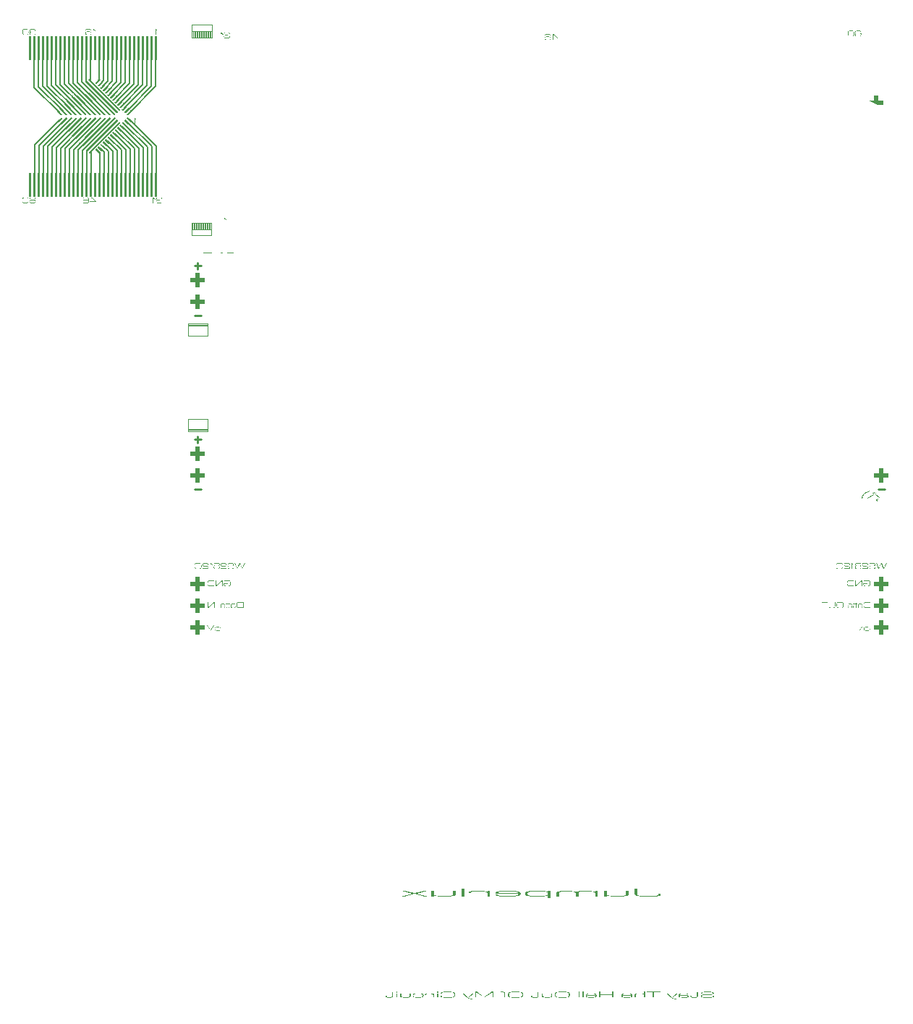
<source format=gbo>
%TF.GenerationSoftware,KiCad,Pcbnew,7.0.7*%
%TF.CreationDate,2023-10-12T12:03:03-07:00*%
%TF.ProjectId,JumperLUX,4a756d70-6572-44c5-9558-2e6b69636164,rev?*%
%TF.SameCoordinates,Original*%
%TF.FileFunction,Legend,Bot*%
%TF.FilePolarity,Positive*%
%FSLAX46Y46*%
G04 Gerber Fmt 4.6, Leading zero omitted, Abs format (unit mm)*
G04 Created by KiCad (PCBNEW 7.0.7) date 2023-10-12 12:03:03*
%MOMM*%
%LPD*%
G01*
G04 APERTURE LIST*
G04 Aperture macros list*
%AMRoundRect*
0 Rectangle with rounded corners*
0 $1 Rounding radius*
0 $2 $3 $4 $5 $6 $7 $8 $9 X,Y pos of 4 corners*
0 Add a 4 corners polygon primitive as box body*
4,1,4,$2,$3,$4,$5,$6,$7,$8,$9,$2,$3,0*
0 Add four circle primitives for the rounded corners*
1,1,$1+$1,$2,$3*
1,1,$1+$1,$4,$5*
1,1,$1+$1,$6,$7*
1,1,$1+$1,$8,$9*
0 Add four rect primitives between the rounded corners*
20,1,$1+$1,$2,$3,$4,$5,0*
20,1,$1+$1,$4,$5,$6,$7,0*
20,1,$1+$1,$6,$7,$8,$9,0*
20,1,$1+$1,$8,$9,$2,$3,0*%
%AMFreePoly0*
4,1,39,0.250000,0.845344,0.338849,0.845344,0.512664,0.808398,0.675000,0.736122,0.818761,0.631673,0.937664,0.499617,1.026514,0.345726,1.081425,0.176725,1.100000,0.000000,1.081425,-0.176725,1.026514,-0.345726,0.937664,-0.499617,0.818761,-0.631673,0.675000,-0.736122,0.512664,-0.808398,0.338849,-0.845344,0.250000,-0.845344,0.250000,-0.850000,-0.250000,-0.850000,-0.250000,-0.845344,
-0.338849,-0.845344,-0.512664,-0.808398,-0.675000,-0.736122,-0.818761,-0.631673,-0.937664,-0.499617,-1.026514,-0.345726,-1.081425,-0.176725,-1.100000,0.000000,-1.081425,0.176725,-1.026514,0.345726,-0.937664,0.499617,-0.818761,0.631673,-0.675000,0.736122,-0.512664,0.808398,-0.338849,0.845344,-0.250000,0.845344,-0.250000,0.850000,0.250000,0.850000,0.250000,0.845344,0.250000,0.845344,
$1*%
%AMFreePoly1*
4,1,59,0.250000,0.845344,0.338849,0.845344,0.512664,0.808398,0.675000,0.736122,0.818761,0.631673,0.937664,0.499617,1.012030,0.370812,1.075002,0.307840,1.175960,0.250000,1.210000,0.250000,1.305671,0.230970,1.386777,0.176777,1.440970,0.095671,1.460000,0.000000,1.440970,-0.095671,1.386777,-0.176777,1.305671,-0.230970,1.210000,-0.250000,1.175960,-0.250000,1.075002,-0.307840,
1.012030,-0.370812,0.937664,-0.499617,0.818761,-0.631673,0.675000,-0.736122,0.512664,-0.808398,0.338849,-0.845344,0.250000,-0.845344,0.250000,-0.850000,-0.250000,-0.850000,-0.250000,-0.845344,-0.338849,-0.845344,-0.512664,-0.808398,-0.675000,-0.736122,-0.818761,-0.631673,-0.937664,-0.499617,-1.012030,-0.370812,-1.075001,-0.307840,-1.175960,-0.250000,-1.210000,-0.250000,-1.305671,-0.230970,
-1.386777,-0.176777,-1.440970,-0.095671,-1.460000,0.000000,-1.440970,0.095671,-1.386777,0.176777,-1.305671,0.230970,-1.210000,0.250000,-1.175960,0.250000,-1.075001,0.307840,-1.012030,0.370812,-0.937664,0.499617,-0.818761,0.631673,-0.675000,0.736122,-0.512664,0.808398,-0.338849,0.845344,-0.250000,0.845344,-0.250000,0.850000,0.250000,0.850000,0.250000,0.845344,0.250000,0.845344,
$1*%
%AMFreePoly2*
4,1,49,0.250000,0.845344,0.338849,0.845344,0.512664,0.808398,0.675000,0.736122,0.818761,0.631673,0.937664,0.499617,1.012030,0.370812,1.075002,0.307840,1.175960,0.250000,1.210000,0.250000,1.305671,0.230970,1.386777,0.176777,1.440970,0.095671,1.460000,0.000000,1.440970,-0.095671,1.386777,-0.176777,1.305671,-0.230970,1.210000,-0.250000,1.175960,-0.250000,1.075002,-0.307840,
1.012030,-0.370812,0.937664,-0.499617,0.818761,-0.631673,0.675000,-0.736122,0.512664,-0.808398,0.338849,-0.845344,0.250000,-0.845344,0.250000,-0.850000,-0.250000,-0.850000,-0.250000,-0.845344,-0.338849,-0.845344,-0.512664,-0.808398,-0.675000,-0.736122,-0.818761,-0.631673,-0.937664,-0.499617,-1.026514,-0.345726,-1.081425,-0.176725,-1.100000,0.000000,-1.081425,0.176725,-1.026514,0.345726,
-0.937664,0.499617,-0.818761,0.631673,-0.675000,0.736122,-0.512664,0.808398,-0.338849,0.845344,-0.250000,0.845344,-0.250000,0.850000,0.250000,0.850000,0.250000,0.845344,0.250000,0.845344,$1*%
%AMFreePoly3*
4,1,49,0.250000,0.845344,0.338849,0.845344,0.512664,0.808398,0.675000,0.736122,0.818761,0.631673,0.937664,0.499617,1.026514,0.345726,1.081425,0.176725,1.100000,0.000000,1.081425,-0.176725,1.026514,-0.345726,0.937664,-0.499617,0.818761,-0.631673,0.675000,-0.736122,0.512664,-0.808398,0.338849,-0.845344,0.250000,-0.845344,0.250000,-0.850000,-0.250000,-0.850000,-0.250000,-0.845344,
-0.338849,-0.845344,-0.512664,-0.808398,-0.675000,-0.736122,-0.818761,-0.631673,-0.937664,-0.499617,-1.012030,-0.370812,-1.075001,-0.307840,-1.175960,-0.250000,-1.210000,-0.250000,-1.305671,-0.230970,-1.386777,-0.176777,-1.440970,-0.095671,-1.460000,0.000000,-1.440970,0.095671,-1.386777,0.176777,-1.305671,0.230970,-1.210000,0.250000,-1.175960,0.250000,-1.075001,0.307840,-1.012030,0.370812,
-0.937664,0.499617,-0.818761,0.631673,-0.675000,0.736122,-0.512664,0.808398,-0.338849,0.845344,-0.250000,0.845344,-0.250000,0.850000,0.250000,0.850000,0.250000,0.845344,0.250000,0.845344,$1*%
G04 Aperture macros list end*
%ADD10C,0.000000*%
%ADD11C,0.120000*%
%ADD12C,0.060000*%
%ADD13C,0.160000*%
%ADD14C,0.080000*%
%ADD15C,0.125000*%
%ADD16C,0.150000*%
%ADD17C,0.250000*%
%ADD18C,0.225000*%
%ADD19C,0.500000*%
%ADD20FreePoly0,270.000000*%
%ADD21RoundRect,0.595000X-0.255000X-0.255000X0.255000X-0.255000X0.255000X0.255000X-0.255000X0.255000X0*%
%ADD22FreePoly1,90.000000*%
%ADD23FreePoly2,270.000000*%
%ADD24FreePoly3,90.000000*%
%ADD25FreePoly1,270.000000*%
%ADD26FreePoly2,90.000000*%
%ADD27O,1.300000X2.000000*%
%ADD28O,1.700000X1.000000*%
%ADD29FreePoly3,270.000000*%
%ADD30FreePoly0,90.000000*%
G04 APERTURE END LIST*
D10*
G36*
X43996439Y-94125912D02*
G01*
X44019147Y-94141085D01*
X44034324Y-94163798D01*
X44039678Y-94190588D01*
X44039678Y-96850587D01*
X44034320Y-96877382D01*
X44019144Y-96900084D01*
X43996442Y-96915260D01*
X43969648Y-96920614D01*
X43829653Y-96920619D01*
X43802865Y-96915263D01*
X43780151Y-96900087D01*
X43764977Y-96877387D01*
X43759616Y-96850590D01*
X43759617Y-94190588D01*
X43764974Y-94163803D01*
X43780152Y-94141094D01*
X43802863Y-94125912D01*
X43829646Y-94120556D01*
X43969646Y-94120552D01*
X43996439Y-94125912D01*
G37*
D11*
X142366998Y-122936000D02*
X142366998Y-124383800D01*
D12*
X142553997Y-102043712D02*
X142477797Y-101992912D01*
D13*
X54675386Y-88757995D02*
X57107647Y-91190257D01*
D11*
X142579397Y-102221512D02*
X141893597Y-102602512D01*
D10*
G36*
X53623519Y-78120449D02*
G01*
X53646232Y-78135628D01*
X53661408Y-78158329D01*
X53666771Y-78185126D01*
X53666770Y-80845123D01*
X53661411Y-80871913D01*
X53646236Y-80894619D01*
X53623524Y-80909797D01*
X53596738Y-80915151D01*
X53456741Y-80915156D01*
X53429958Y-80909793D01*
X53407243Y-80894620D01*
X53392064Y-80871911D01*
X53386705Y-80845127D01*
X53386711Y-78185125D01*
X53392067Y-78158335D01*
X53407241Y-78135630D01*
X53429955Y-78120446D01*
X53456736Y-78115093D01*
X53596742Y-78115092D01*
X53623519Y-78120449D01*
G37*
D13*
X55241076Y-88192308D02*
X55274206Y-88192305D01*
D14*
X63753999Y-77571600D02*
X63754000Y-78282800D01*
D10*
G36*
X50092444Y-94125915D02*
G01*
X50115146Y-94141089D01*
X50130323Y-94163798D01*
X50135681Y-94190586D01*
X50135681Y-96850587D01*
X50130319Y-96877383D01*
X50115147Y-96900086D01*
X50092440Y-96915259D01*
X50065649Y-96920618D01*
X49925650Y-96920621D01*
X49898864Y-96915258D01*
X49876150Y-96900086D01*
X49860977Y-96877382D01*
X49855620Y-96850587D01*
X49855620Y-94190584D01*
X49860978Y-94163801D01*
X49876154Y-94141088D01*
X49898867Y-94125914D01*
X49925651Y-94120554D01*
X50065648Y-94120554D01*
X50092444Y-94125915D01*
G37*
D11*
X144652999Y-111899702D02*
X142367002Y-111899703D01*
D14*
X62941200Y-100711000D02*
X62941200Y-99999800D01*
D10*
G36*
X49557646Y-94120553D02*
G01*
X49584439Y-94125911D01*
X49607147Y-94141091D01*
X49622325Y-94163801D01*
X49627681Y-94190584D01*
X49627679Y-96850586D01*
X49622322Y-96877378D01*
X49607149Y-96900089D01*
X49584440Y-96915260D01*
X49557651Y-96920616D01*
X49417648Y-96920619D01*
X49390865Y-96915257D01*
X49368151Y-96900088D01*
X49352978Y-96877379D01*
X49347615Y-96850586D01*
X49347619Y-94190586D01*
X49352976Y-94163796D01*
X49368154Y-94141093D01*
X49390863Y-94125913D01*
X49417647Y-94120552D01*
X49557646Y-94120553D01*
G37*
D12*
X142900400Y-102870000D02*
X142985797Y-102907312D01*
D13*
X50362033Y-88899408D02*
X47963648Y-91297797D01*
X58098739Y-83993958D02*
X58098738Y-79515154D01*
X55583648Y-91363310D02*
X55583647Y-95520556D01*
X57107647Y-91190257D02*
X57107650Y-95520558D01*
D10*
G36*
X55366272Y-87615779D02*
G01*
X55382488Y-87626617D01*
X55806756Y-88050880D01*
X55817594Y-88067106D01*
X55821439Y-88086245D01*
X55817594Y-88105368D01*
X55806752Y-88121593D01*
X55736044Y-88192306D01*
X55719825Y-88203144D01*
X55700689Y-88206903D01*
X55681553Y-88203143D01*
X55665337Y-88192304D01*
X55241074Y-87768038D01*
X55230235Y-87751818D01*
X55226393Y-87732685D01*
X55230234Y-87713555D01*
X55241073Y-87697332D01*
X55311786Y-87626618D01*
X55328004Y-87615775D01*
X55347140Y-87611939D01*
X55366272Y-87615779D01*
G37*
G36*
X50573649Y-94120555D02*
G01*
X50600439Y-94125916D01*
X50623146Y-94141090D01*
X50638321Y-94163802D01*
X50643682Y-94190586D01*
X50643679Y-96850590D01*
X50638321Y-96877381D01*
X50623144Y-96900085D01*
X50600446Y-96915261D01*
X50573648Y-96920622D01*
X50433649Y-96920619D01*
X50406864Y-96915257D01*
X50384152Y-96900085D01*
X50368976Y-96877382D01*
X50363616Y-96850588D01*
X50363620Y-94190586D01*
X50368976Y-94163799D01*
X50384156Y-94141087D01*
X50406865Y-94125915D01*
X50433648Y-94120554D01*
X50573649Y-94120555D01*
G37*
D13*
X52034179Y-85570613D02*
X49970734Y-83507175D01*
D14*
X63881000Y-77571600D02*
X63881000Y-78282800D01*
D13*
X51210564Y-89182266D02*
X48979651Y-91413171D01*
X45906735Y-83968655D02*
X45906736Y-79515153D01*
D11*
X65125601Y-101447600D02*
X65125601Y-99999800D01*
D14*
X64516001Y-77571601D02*
X64515999Y-78282799D01*
D13*
X49937774Y-88757995D02*
X47455650Y-91240116D01*
D12*
X142875000Y-103505000D02*
X64135000Y-103505000D01*
D10*
G36*
X52537839Y-90444209D02*
G01*
X52554066Y-90455053D01*
X52978329Y-90879319D01*
X52989169Y-90895532D01*
X52993011Y-90914669D01*
X52989171Y-90933805D01*
X52978330Y-90950024D01*
X52907617Y-91020731D01*
X52891395Y-91031572D01*
X52872266Y-91035410D01*
X52853133Y-91031570D01*
X52836905Y-91020729D01*
X52412645Y-90596467D01*
X52401805Y-90580248D01*
X52397969Y-90561114D01*
X52401805Y-90541980D01*
X52412642Y-90525761D01*
X52483360Y-90455051D01*
X52499578Y-90444208D01*
X52518706Y-90440376D01*
X52537839Y-90444209D01*
G37*
G36*
X48058161Y-85984039D02*
G01*
X48074377Y-85994872D01*
X49347171Y-87267671D01*
X49358009Y-87283894D01*
X49361847Y-87303028D01*
X49358008Y-87322154D01*
X49347170Y-87338378D01*
X49276455Y-87409093D01*
X49260238Y-87419930D01*
X49241104Y-87423773D01*
X49221970Y-87419931D01*
X49205753Y-87409091D01*
X47932963Y-86136301D01*
X47922124Y-86120078D01*
X47918283Y-86100941D01*
X47922126Y-86081817D01*
X47932962Y-86065589D01*
X48003675Y-85994877D01*
X48019891Y-85984040D01*
X48039026Y-85980203D01*
X48058161Y-85984039D01*
G37*
G36*
X55172434Y-94125914D02*
G01*
X55195144Y-94141087D01*
X55210322Y-94163801D01*
X55215681Y-94190588D01*
X55215683Y-96850588D01*
X55210319Y-96877384D01*
X55195148Y-96900091D01*
X55172431Y-96915264D01*
X55145648Y-96920617D01*
X55005650Y-96920617D01*
X54978864Y-96915257D01*
X54956152Y-96900085D01*
X54940978Y-96877382D01*
X54935617Y-96850588D01*
X54935617Y-94190590D01*
X54940974Y-94163801D01*
X54956152Y-94141093D01*
X54978867Y-94125917D01*
X55005649Y-94120557D01*
X55145651Y-94120554D01*
X55172434Y-94125914D01*
G37*
D12*
X142934997Y-102805712D02*
X142900400Y-102870000D01*
D10*
G36*
X52866482Y-84004137D02*
G01*
X52882709Y-84014976D01*
X52953418Y-84085692D01*
X52964261Y-84101910D01*
X52968096Y-84121044D01*
X52964256Y-84140179D01*
X52953417Y-84156394D01*
X52529150Y-84580662D01*
X52512925Y-84591500D01*
X52493798Y-84595339D01*
X52474669Y-84591498D01*
X52458444Y-84580659D01*
X52387731Y-84509947D01*
X52376891Y-84493727D01*
X52373049Y-84474593D01*
X52376894Y-84455458D01*
X52387734Y-84439241D01*
X52812000Y-84014979D01*
X52828225Y-84004136D01*
X52847355Y-84000297D01*
X52866482Y-84004137D01*
G37*
G36*
X48035526Y-78120453D02*
G01*
X48058236Y-78135627D01*
X48073413Y-78158329D01*
X48078766Y-78185122D01*
X48078772Y-80845124D01*
X48073412Y-80871909D01*
X48058234Y-80894625D01*
X48035527Y-80909797D01*
X48008736Y-80915153D01*
X47868740Y-80915155D01*
X47841953Y-80909795D01*
X47819240Y-80894622D01*
X47804061Y-80871909D01*
X47798705Y-80845124D01*
X47798706Y-78185126D01*
X47804065Y-78158333D01*
X47819244Y-78135630D01*
X47841953Y-78120451D01*
X47868741Y-78115092D01*
X48008738Y-78115089D01*
X48035526Y-78120453D01*
G37*
G36*
X58168741Y-78115095D02*
G01*
X58195529Y-78120449D01*
X58218236Y-78135628D01*
X58233409Y-78158330D01*
X58238772Y-78185124D01*
X58238770Y-80845123D01*
X58233410Y-80871907D01*
X58218235Y-80894621D01*
X58195528Y-80909797D01*
X58168736Y-80915153D01*
X58028738Y-80915152D01*
X58001955Y-80909795D01*
X57979240Y-80894620D01*
X57964065Y-80871910D01*
X57958708Y-80845124D01*
X57958704Y-78185123D01*
X57964066Y-78158331D01*
X57979243Y-78135632D01*
X58001954Y-78120450D01*
X58028738Y-78115089D01*
X58168741Y-78115095D01*
G37*
D12*
X142579397Y-131609312D02*
X142503197Y-131558512D01*
D14*
X63068200Y-100711000D02*
X63068200Y-99999800D01*
D13*
X55558739Y-83672392D02*
X55558736Y-79515154D01*
X48215801Y-86843398D02*
X45398738Y-84026340D01*
X55216161Y-86843403D02*
X55249286Y-86843403D01*
D11*
X65125601Y-99999800D02*
X62788800Y-99999803D01*
D13*
X54958227Y-88475146D02*
X57615647Y-91132571D01*
D10*
G36*
X52820683Y-90161363D02*
G01*
X52836901Y-90172204D01*
X53261170Y-90596464D01*
X53272011Y-90612689D01*
X53275845Y-90631825D01*
X53272011Y-90650952D01*
X53261170Y-90667180D01*
X53190455Y-90737887D01*
X53174241Y-90748728D01*
X53155101Y-90752568D01*
X53135973Y-90748729D01*
X53119758Y-90737885D01*
X52695490Y-90313619D01*
X52684651Y-90297401D01*
X52680810Y-90278270D01*
X52684651Y-90259140D01*
X52695490Y-90242916D01*
X52766193Y-90172202D01*
X52782415Y-90161359D01*
X52801549Y-90157526D01*
X52820683Y-90161363D01*
G37*
D14*
X64465200Y-100711000D02*
X64465200Y-99999800D01*
D10*
G36*
X52113582Y-87615778D02*
G01*
X52129803Y-87626616D01*
X52200514Y-87697334D01*
X52211356Y-87713555D01*
X52215190Y-87732681D01*
X52211352Y-87751817D01*
X52200516Y-87768039D01*
X49513503Y-90455051D01*
X49497285Y-90465882D01*
X49478157Y-90469719D01*
X49459019Y-90465880D01*
X49442794Y-90455049D01*
X49372081Y-90384335D01*
X49361255Y-90368112D01*
X49357417Y-90348977D01*
X49361255Y-90329851D01*
X49372081Y-90313627D01*
X52059090Y-87626615D01*
X52075314Y-87615776D01*
X52094446Y-87611940D01*
X52113582Y-87615778D01*
G37*
D13*
X51011652Y-91643907D02*
X51011647Y-95520549D01*
D14*
X63830200Y-100711000D02*
X63830200Y-99999800D01*
D13*
X53236261Y-84863505D02*
X54542737Y-83557029D01*
D10*
G36*
X50982205Y-87615781D02*
G01*
X50998432Y-87626617D01*
X51069137Y-87697328D01*
X51079978Y-87713552D01*
X51083819Y-87732678D01*
X51079978Y-87751813D01*
X51069139Y-87768041D01*
X48947818Y-89889360D01*
X48931601Y-89900198D01*
X48912466Y-89904043D01*
X48893333Y-89900201D01*
X48877117Y-89889360D01*
X48806405Y-89818650D01*
X48795562Y-89802422D01*
X48791724Y-89783292D01*
X48795563Y-89764159D01*
X48806406Y-89747938D01*
X50927721Y-87626616D01*
X50943946Y-87615776D01*
X50963075Y-87611940D01*
X50982205Y-87615781D01*
G37*
D11*
X62357000Y-122936000D02*
X62357000Y-124383800D01*
D10*
G36*
X55655529Y-78120449D02*
G01*
X55678235Y-78135627D01*
X55693411Y-78158332D01*
X55698771Y-78185123D01*
X55698767Y-80845125D01*
X55693408Y-80871910D01*
X55678231Y-80894620D01*
X55655530Y-80909797D01*
X55628737Y-80915155D01*
X55488736Y-80915156D01*
X55461952Y-80909796D01*
X55439239Y-80894619D01*
X55424061Y-80871907D01*
X55418702Y-80845126D01*
X55418704Y-78185124D01*
X55424064Y-78158333D01*
X55439243Y-78135629D01*
X55461951Y-78120452D01*
X55488739Y-78115094D01*
X55628737Y-78115092D01*
X55655529Y-78120449D01*
G37*
D13*
X49089238Y-88475146D02*
X46439646Y-91124744D01*
D10*
G36*
X46509653Y-94120554D02*
G01*
X46536436Y-94125910D01*
X46559147Y-94141094D01*
X46574324Y-94163800D01*
X46579680Y-94190584D01*
X46579681Y-96850584D01*
X46574320Y-96877384D01*
X46559148Y-96900087D01*
X46536436Y-96915261D01*
X46509647Y-96920619D01*
X46369649Y-96920617D01*
X46342867Y-96915260D01*
X46320157Y-96900085D01*
X46304977Y-96877385D01*
X46299617Y-96850590D01*
X46299620Y-94190588D01*
X46304982Y-94163800D01*
X46320156Y-94141089D01*
X46342866Y-94125910D01*
X46369649Y-94120553D01*
X46509653Y-94120554D01*
G37*
D11*
X144653000Y-122936000D02*
X142366998Y-122936000D01*
X142366999Y-111950502D02*
X142367000Y-111874301D01*
D13*
X52670576Y-84297822D02*
X52674260Y-84297821D01*
D12*
X141198600Y-132003800D02*
X141200371Y-132131518D01*
D11*
X64642999Y-112039400D02*
X62357002Y-112039401D01*
X64642999Y-112014001D02*
X64642999Y-111785403D01*
D10*
G36*
X53244952Y-87615780D02*
G01*
X53261172Y-87626619D01*
X53331881Y-87697328D01*
X53342726Y-87713555D01*
X53346566Y-87732684D01*
X53342721Y-87751814D01*
X53331881Y-87768039D01*
X50079193Y-91020732D01*
X50062972Y-91031568D01*
X50043837Y-91035407D01*
X50024708Y-91031568D01*
X50008487Y-91020729D01*
X49937776Y-90950011D01*
X49926934Y-90933801D01*
X49923093Y-90914664D01*
X49926935Y-90895528D01*
X49937773Y-90879314D01*
X53190466Y-87626621D01*
X53206684Y-87615780D01*
X53225819Y-87611943D01*
X53244952Y-87615780D01*
G37*
G36*
X54280696Y-85418351D02*
G01*
X54296919Y-85429188D01*
X54367635Y-85499905D01*
X54378464Y-85516122D01*
X54382306Y-85535263D01*
X54378465Y-85554391D01*
X54367629Y-85570613D01*
X53943370Y-85994874D01*
X53927147Y-86005717D01*
X53908012Y-86009553D01*
X53888885Y-86005713D01*
X53872658Y-85994879D01*
X53801947Y-85924161D01*
X53791108Y-85907941D01*
X53787269Y-85888814D01*
X53791107Y-85869677D01*
X53801944Y-85853457D01*
X54226212Y-85429191D01*
X54242432Y-85418354D01*
X54261561Y-85414513D01*
X54280696Y-85418351D01*
G37*
G36*
X49285153Y-87615779D02*
G01*
X49301366Y-87626618D01*
X49372081Y-87697331D01*
X49382920Y-87713552D01*
X49386758Y-87732682D01*
X49382918Y-87751817D01*
X49372083Y-87768040D01*
X48099292Y-89040828D01*
X48083073Y-89051672D01*
X48063936Y-89055510D01*
X48044803Y-89051670D01*
X48028589Y-89040828D01*
X47957876Y-88970119D01*
X47947035Y-88953893D01*
X47943194Y-88934768D01*
X47947034Y-88915633D01*
X47957875Y-88899406D01*
X49230663Y-87626619D01*
X49246883Y-87615780D01*
X49266016Y-87611937D01*
X49285153Y-87615779D01*
G37*
D13*
X51996898Y-83274447D02*
X51996898Y-79520991D01*
D10*
G36*
X55694916Y-86832570D02*
G01*
X55711130Y-86843404D01*
X55781843Y-86914122D01*
X55792682Y-86930342D01*
X55796517Y-86949473D01*
X55792686Y-86968608D01*
X55781844Y-86984830D01*
X55357571Y-87409095D01*
X55341363Y-87419933D01*
X55322228Y-87423773D01*
X55303092Y-87419933D01*
X55286877Y-87409096D01*
X55216163Y-87338377D01*
X55205326Y-87322157D01*
X55201485Y-87303028D01*
X55205320Y-87283893D01*
X55216161Y-87267668D01*
X55640426Y-86843407D01*
X55656641Y-86832564D01*
X55675781Y-86828808D01*
X55694916Y-86832570D01*
G37*
G36*
X52632440Y-94125915D02*
G01*
X52655146Y-94141089D01*
X52670322Y-94163801D01*
X52675678Y-94190585D01*
X52675680Y-96850588D01*
X52670323Y-96877381D01*
X52655140Y-96900087D01*
X52632440Y-96915262D01*
X52605648Y-96920618D01*
X52465647Y-96920617D01*
X52438865Y-96915259D01*
X52416153Y-96900085D01*
X52400976Y-96877380D01*
X52395619Y-96850585D01*
X52395618Y-94190586D01*
X52400976Y-94163801D01*
X52416156Y-94141088D01*
X52438866Y-94125914D01*
X52465648Y-94120556D01*
X52605650Y-94120548D01*
X52632440Y-94125915D01*
G37*
G36*
X48568439Y-94125914D02*
G01*
X48591146Y-94141092D01*
X48606320Y-94163803D01*
X48611681Y-94190588D01*
X48611680Y-96850586D01*
X48606324Y-96877379D01*
X48591146Y-96900086D01*
X48568437Y-96915259D01*
X48541647Y-96920616D01*
X48401647Y-96920619D01*
X48374864Y-96915261D01*
X48352153Y-96900081D01*
X48336975Y-96877383D01*
X48331619Y-96850583D01*
X48331620Y-94190588D01*
X48336978Y-94163801D01*
X48352152Y-94141089D01*
X48374860Y-94125916D01*
X48401649Y-94120552D01*
X48541645Y-94120552D01*
X48568439Y-94125914D01*
G37*
G36*
X55653649Y-94120554D02*
G01*
X55680442Y-94125911D01*
X55703148Y-94141088D01*
X55718319Y-94163797D01*
X55723682Y-94190585D01*
X55723683Y-96850584D01*
X55718324Y-96877381D01*
X55703149Y-96900084D01*
X55680443Y-96915260D01*
X55653652Y-96920618D01*
X55513648Y-96920619D01*
X55486867Y-96915260D01*
X55464158Y-96900086D01*
X55448976Y-96877380D01*
X55443622Y-96850588D01*
X55443619Y-94190587D01*
X55448979Y-94163799D01*
X55464159Y-94141091D01*
X55486864Y-94125917D01*
X55513653Y-94120553D01*
X55653649Y-94120554D01*
G37*
D13*
X52129801Y-91306465D02*
X52535649Y-91712311D01*
D10*
G36*
X57204442Y-94125911D02*
G01*
X57227145Y-94141089D01*
X57242320Y-94163797D01*
X57247681Y-94190586D01*
X57247680Y-96850589D01*
X57242327Y-96877379D01*
X57227145Y-96900085D01*
X57204440Y-96915260D01*
X57177647Y-96920616D01*
X57037648Y-96920617D01*
X57010857Y-96915257D01*
X56988152Y-96900086D01*
X56972978Y-96877383D01*
X56967615Y-96850587D01*
X56967618Y-94190589D01*
X56972977Y-94163801D01*
X56988154Y-94141090D01*
X57010861Y-94125915D01*
X57037649Y-94120556D01*
X57177650Y-94120554D01*
X57204442Y-94125911D01*
G37*
D13*
X52953418Y-84580662D02*
X54034737Y-83499341D01*
D14*
X64008000Y-77571600D02*
X64008000Y-78282800D01*
D13*
X52341931Y-89747940D02*
X50503649Y-91586229D01*
X54367633Y-85994875D02*
X56574739Y-83787773D01*
X52695488Y-90737889D02*
X52699171Y-90737891D01*
D10*
G36*
X52580736Y-78115097D02*
G01*
X52607529Y-78120449D01*
X52630234Y-78135627D01*
X52645411Y-78158330D01*
X52650768Y-78185119D01*
X52650769Y-80845128D01*
X52645412Y-80871906D01*
X52630235Y-80894618D01*
X52607529Y-80909799D01*
X52580737Y-80915153D01*
X52440740Y-80915153D01*
X52413959Y-80909795D01*
X52391240Y-80894622D01*
X52376066Y-80871907D01*
X52370707Y-80845123D01*
X52370706Y-78185122D01*
X52376065Y-78158332D01*
X52391240Y-78135624D01*
X52413953Y-78120451D01*
X52440739Y-78115090D01*
X52580736Y-78115097D01*
G37*
D13*
X46414741Y-83910970D02*
X46414735Y-79515156D01*
X54034733Y-83499338D02*
X54034734Y-79515157D01*
X49064331Y-86560563D02*
X46414741Y-83910970D01*
D14*
X64769998Y-77571600D02*
X64770000Y-78282800D01*
D10*
G36*
X52583643Y-83721293D02*
G01*
X52599868Y-83732134D01*
X52670578Y-83802846D01*
X52681419Y-83819067D01*
X52685260Y-83838205D01*
X52681417Y-83857336D01*
X52670577Y-83873550D01*
X52246311Y-84297821D01*
X52230092Y-84308657D01*
X52210960Y-84312500D01*
X52191828Y-84308655D01*
X52175602Y-84297815D01*
X52104892Y-84227109D01*
X52094055Y-84210887D01*
X52090215Y-84191752D01*
X52094052Y-84172620D01*
X52104890Y-84156398D01*
X52529156Y-83732130D01*
X52545379Y-83721292D01*
X52564510Y-83717452D01*
X52583643Y-83721293D01*
G37*
D11*
X142366998Y-124383800D02*
X144652998Y-124383798D01*
D14*
X64084200Y-100711000D02*
X64084200Y-99999800D01*
X63119000Y-77571600D02*
X63118999Y-78282801D01*
D13*
X44407649Y-90894008D02*
X44407651Y-95520557D01*
D11*
X62788800Y-99999803D02*
X62788797Y-101447601D01*
D10*
G36*
X52679266Y-87615776D02*
G01*
X52695489Y-87626621D01*
X52766204Y-87697331D01*
X52777031Y-87713555D01*
X52780874Y-87732686D01*
X52777034Y-87751817D01*
X52766199Y-87768041D01*
X49796347Y-90737890D01*
X49780132Y-90748729D01*
X49761000Y-90752571D01*
X49741863Y-90748726D01*
X49725646Y-90737890D01*
X49654932Y-90667180D01*
X49644095Y-90650954D01*
X49640253Y-90631827D01*
X49644096Y-90612690D01*
X49654929Y-90596465D01*
X52624781Y-87626619D01*
X52641007Y-87615778D01*
X52660130Y-87611938D01*
X52679266Y-87615776D01*
G37*
G36*
X49189532Y-84852670D02*
G01*
X49205757Y-84863510D01*
X51609912Y-87267669D01*
X51620756Y-87283896D01*
X51624592Y-87303028D01*
X51620753Y-87322154D01*
X51609916Y-87338381D01*
X51539203Y-87409089D01*
X51522988Y-87419922D01*
X51503853Y-87423765D01*
X51484715Y-87419919D01*
X51468501Y-87409091D01*
X49064328Y-85004923D01*
X49053492Y-84988709D01*
X49049651Y-84969572D01*
X49053493Y-84950434D01*
X49064330Y-84934211D01*
X49135043Y-84863510D01*
X49151265Y-84852675D01*
X49170393Y-84848831D01*
X49189532Y-84852670D01*
G37*
G36*
X48543523Y-78120450D02*
G01*
X48566233Y-78135624D01*
X48581409Y-78158329D01*
X48586768Y-78185126D01*
X48586769Y-80845124D01*
X48581410Y-80871906D01*
X48566230Y-80894623D01*
X48543527Y-80909799D01*
X48516736Y-80915156D01*
X48376734Y-80915156D01*
X48349953Y-80909795D01*
X48327242Y-80894620D01*
X48312062Y-80871911D01*
X48306708Y-80845123D01*
X48306704Y-78185121D01*
X48312063Y-78158332D01*
X48327239Y-78135628D01*
X48349950Y-78120451D01*
X48376735Y-78115092D01*
X48516736Y-78115092D01*
X48543523Y-78120450D01*
G37*
D12*
X142655597Y-101992912D02*
X142655597Y-101891312D01*
D13*
X56066738Y-83729796D02*
X56066735Y-79515151D01*
D11*
X142604797Y-131787112D02*
X141918997Y-132168112D01*
D10*
G36*
X53952058Y-89029997D02*
G01*
X53968280Y-89040835D01*
X54392547Y-89465098D01*
X54403378Y-89481324D01*
X54407215Y-89500455D01*
X54403377Y-89519591D01*
X54392548Y-89535812D01*
X54321834Y-89606523D01*
X54305609Y-89617358D01*
X54286479Y-89621200D01*
X54267348Y-89617360D01*
X54251123Y-89606522D01*
X53826858Y-89182258D01*
X53816019Y-89166035D01*
X53812182Y-89146902D01*
X53816020Y-89127771D01*
X53826860Y-89111546D01*
X53897571Y-89040834D01*
X53913796Y-89029996D01*
X53932923Y-89026156D01*
X53952058Y-89029997D01*
G37*
D11*
X62839598Y-78282801D02*
X65176400Y-78282796D01*
X142367000Y-111874301D02*
X142367001Y-111760005D01*
D10*
G36*
X49755217Y-84286981D02*
G01*
X49771431Y-84297822D01*
X52741290Y-87267669D01*
X52752119Y-87283897D01*
X52755955Y-87303027D01*
X52752120Y-87322155D01*
X52741286Y-87338377D01*
X52670576Y-87409094D01*
X52654354Y-87419936D01*
X52635215Y-87423771D01*
X52616089Y-87419934D01*
X52599869Y-87409091D01*
X49630019Y-84439243D01*
X49619178Y-84423020D01*
X49615338Y-84403880D01*
X49619175Y-84384757D01*
X49630018Y-84368534D01*
X49700733Y-84297822D01*
X49716947Y-84286978D01*
X49736079Y-84283140D01*
X49755217Y-84286981D01*
G37*
D13*
X52674234Y-84297822D02*
X53526740Y-83445310D01*
X53526735Y-83445316D02*
X53526738Y-79515152D01*
D10*
G36*
X53149330Y-84286986D02*
G01*
X53165544Y-84297824D01*
X53236256Y-84368531D01*
X53247098Y-84384756D01*
X53250941Y-84403885D01*
X53247096Y-84423022D01*
X53236257Y-84439243D01*
X52811992Y-84863508D01*
X52795774Y-84874351D01*
X52776642Y-84878191D01*
X52757510Y-84874348D01*
X52741284Y-84863507D01*
X52670582Y-84792795D01*
X52659738Y-84776575D01*
X52655898Y-84757436D01*
X52659740Y-84738312D01*
X52670578Y-84722084D01*
X53094842Y-84297823D01*
X53111062Y-84286984D01*
X53130195Y-84283142D01*
X53149330Y-84286986D01*
G37*
D14*
X64592200Y-100711000D02*
X64592200Y-99999800D01*
D13*
X53826856Y-89606521D02*
X55583648Y-91363310D01*
X54109698Y-89323675D02*
X54109699Y-89323965D01*
D11*
X62357001Y-124104400D02*
X64643000Y-124104400D01*
X62356999Y-113207801D02*
X64643000Y-113207800D01*
X62357002Y-111760003D02*
X62356999Y-113207801D01*
D14*
X64846200Y-100711000D02*
X64846200Y-99999800D01*
D11*
X62839599Y-76835000D02*
X62839598Y-78282801D01*
D10*
G36*
X52124433Y-94125911D02*
G01*
X52147145Y-94141090D01*
X52162324Y-94163798D01*
X52167679Y-94190582D01*
X52167678Y-96850587D01*
X52162320Y-96877376D01*
X52147147Y-96900084D01*
X52124437Y-96915260D01*
X52097655Y-96920618D01*
X51957649Y-96920620D01*
X51930862Y-96915260D01*
X51908154Y-96900087D01*
X51892977Y-96877386D01*
X51887616Y-96850589D01*
X51887616Y-94190580D01*
X51892973Y-94163799D01*
X51908152Y-94141091D01*
X51930866Y-94125917D01*
X51957651Y-94120555D01*
X52097647Y-94120554D01*
X52124433Y-94125911D01*
G37*
G36*
X49850831Y-87615783D02*
G01*
X49867055Y-87626617D01*
X49937770Y-87697331D01*
X49948609Y-87713554D01*
X49952450Y-87732682D01*
X49948608Y-87751816D01*
X49937769Y-87768038D01*
X48382139Y-89323667D01*
X48365914Y-89334508D01*
X48346782Y-89338351D01*
X48327648Y-89334509D01*
X48311427Y-89323670D01*
X48240714Y-89252965D01*
X48229872Y-89236748D01*
X48226037Y-89217611D01*
X48229875Y-89198475D01*
X48240714Y-89182258D01*
X49796347Y-87626619D01*
X49812564Y-87615785D01*
X49831704Y-87611952D01*
X49850831Y-87615783D01*
G37*
G36*
X49472373Y-84569835D02*
G01*
X49488594Y-84580659D01*
X52175602Y-87267672D01*
X52186444Y-87283895D01*
X52190281Y-87303028D01*
X52186440Y-87322156D01*
X52175601Y-87338379D01*
X52104887Y-87409089D01*
X52088669Y-87419930D01*
X52069536Y-87423767D01*
X52050403Y-87419931D01*
X52034179Y-87409093D01*
X49347172Y-84722081D01*
X49336339Y-84705861D01*
X49332504Y-84686731D01*
X49336344Y-84667595D01*
X49347167Y-84651371D01*
X49417882Y-84580660D01*
X49434111Y-84569831D01*
X49453240Y-84565991D01*
X49472373Y-84569835D01*
G37*
D14*
X62839601Y-100723702D02*
X65125601Y-100723700D01*
D13*
X52624778Y-90030786D02*
X51011652Y-91643907D01*
X55050734Y-83614716D02*
X55050733Y-79515151D01*
X57590734Y-83903144D02*
X57590741Y-79515154D01*
D14*
X63500001Y-77571600D02*
X63500001Y-78282801D01*
D10*
G36*
X47492473Y-86549730D02*
G01*
X47508700Y-86560565D01*
X48215803Y-87267667D01*
X48226645Y-87283897D01*
X48230478Y-87303028D01*
X48226642Y-87322155D01*
X48215802Y-87338379D01*
X48145096Y-87409094D01*
X48128871Y-87419918D01*
X48109739Y-87423757D01*
X48090608Y-87419924D01*
X48074382Y-87409090D01*
X47367276Y-86701977D01*
X47356437Y-86685760D01*
X47352599Y-86666628D01*
X47356436Y-86647492D01*
X47367271Y-86631268D01*
X47437989Y-86560568D01*
X47454211Y-86549726D01*
X47473344Y-86545887D01*
X47492473Y-86549730D01*
G37*
D11*
X144652998Y-124129800D02*
X144652998Y-124244099D01*
X142782597Y-131787112D02*
X143265197Y-132117312D01*
D10*
G36*
X58728443Y-94125912D02*
G01*
X58751145Y-94141091D01*
X58766323Y-94163803D01*
X58771679Y-94190586D01*
X58771678Y-96850588D01*
X58766323Y-96877383D01*
X58751146Y-96900084D01*
X58728439Y-96915260D01*
X58701646Y-96920621D01*
X58561649Y-96920619D01*
X58534857Y-96915255D01*
X58512152Y-96900086D01*
X58496977Y-96877382D01*
X58491616Y-96850585D01*
X58491617Y-94190584D01*
X58496976Y-94163799D01*
X58512154Y-94141087D01*
X58534858Y-94125914D01*
X58561649Y-94120552D01*
X58701650Y-94120551D01*
X58728443Y-94125912D01*
G37*
G36*
X46003530Y-78120454D02*
G01*
X46026235Y-78135629D01*
X46041411Y-78158331D01*
X46046766Y-78185125D01*
X46046771Y-80845127D01*
X46041412Y-80871907D01*
X46026230Y-80894622D01*
X46003529Y-80909795D01*
X45976738Y-80915156D01*
X45836738Y-80915154D01*
X45809947Y-80909794D01*
X45787244Y-80894618D01*
X45772066Y-80871912D01*
X45766708Y-80845125D01*
X45766703Y-78185121D01*
X45772063Y-78158333D01*
X45787241Y-78135625D01*
X45809945Y-78120452D01*
X45836735Y-78115092D01*
X45976737Y-78115089D01*
X46003530Y-78120454D01*
G37*
D14*
X63957200Y-100711000D02*
X63957200Y-99999800D01*
D10*
G36*
X51108439Y-94125914D02*
G01*
X51131145Y-94141092D01*
X51146324Y-94163800D01*
X51151679Y-94190588D01*
X51151682Y-96850585D01*
X51146328Y-96877378D01*
X51131142Y-96900082D01*
X51108443Y-96915261D01*
X51081652Y-96920618D01*
X50941650Y-96920616D01*
X50914865Y-96915257D01*
X50892156Y-96900079D01*
X50876977Y-96877380D01*
X50871619Y-96850588D01*
X50871614Y-94190586D01*
X50876980Y-94163801D01*
X50892155Y-94141089D01*
X50914865Y-94125915D01*
X50941651Y-94120552D01*
X51081651Y-94120552D01*
X51108439Y-94125914D01*
G37*
G36*
X53997860Y-85135512D02*
G01*
X54014080Y-85146349D01*
X54084787Y-85217058D01*
X54095622Y-85233288D01*
X54099466Y-85252415D01*
X54095626Y-85271549D01*
X54084782Y-85287773D01*
X53660526Y-85712039D01*
X53644305Y-85722878D01*
X53625171Y-85726716D01*
X53606040Y-85722877D01*
X53589823Y-85712039D01*
X53519105Y-85641328D01*
X53508265Y-85625104D01*
X53504430Y-85605969D01*
X53508269Y-85586837D01*
X53519108Y-85570616D01*
X53943374Y-85146350D01*
X53959587Y-85135515D01*
X53978725Y-85131667D01*
X53997860Y-85135512D01*
G37*
G36*
X50038052Y-84004146D02*
G01*
X50054282Y-84014981D01*
X53306967Y-87267671D01*
X53317809Y-87283893D01*
X53321647Y-87303028D01*
X53317803Y-87322154D01*
X53306969Y-87338380D01*
X53236256Y-87409090D01*
X53220037Y-87419931D01*
X53200903Y-87423771D01*
X53181769Y-87419928D01*
X53165552Y-87409093D01*
X49912854Y-84156395D01*
X49902019Y-84140181D01*
X49898177Y-84121040D01*
X49902017Y-84101914D01*
X49912856Y-84085693D01*
X49983567Y-84014979D01*
X49999796Y-84004143D01*
X50018924Y-84000302D01*
X50038052Y-84004146D01*
G37*
D12*
X142900398Y-102869996D02*
G75*
G03*
X143163596Y-102678711I-270198J648496D01*
G01*
D10*
G36*
X44452735Y-78115093D02*
G01*
X44479530Y-78120453D01*
X44502235Y-78135628D01*
X44517411Y-78158333D01*
X44522765Y-78185121D01*
X44522770Y-80845123D01*
X44517407Y-80871908D01*
X44502234Y-80894618D01*
X44479528Y-80909797D01*
X44452736Y-80915152D01*
X44312740Y-80915157D01*
X44285956Y-80909798D01*
X44263240Y-80894619D01*
X44248066Y-80871907D01*
X44242706Y-80845121D01*
X44242710Y-78185126D01*
X44248067Y-78158331D01*
X44263242Y-78135627D01*
X44285953Y-78120451D01*
X44312739Y-78115090D01*
X44452735Y-78115093D01*
G37*
D11*
X144652999Y-124053599D02*
X144652998Y-124129800D01*
D13*
X47392184Y-87909469D02*
X44407649Y-90894008D01*
D10*
G36*
X53648439Y-94125916D02*
G01*
X53671147Y-94141091D01*
X53686320Y-94163798D01*
X53691682Y-94190588D01*
X53691682Y-96850586D01*
X53686322Y-96877379D01*
X53671150Y-96900084D01*
X53648438Y-96915261D01*
X53621649Y-96920618D01*
X53481652Y-96920614D01*
X53454865Y-96915263D01*
X53432156Y-96900089D01*
X53416980Y-96877380D01*
X53411618Y-96850592D01*
X53411614Y-94190586D01*
X53416978Y-94163799D01*
X53432154Y-94141087D01*
X53454867Y-94125913D01*
X53481648Y-94120552D01*
X53621650Y-94120551D01*
X53648439Y-94125916D01*
G37*
D13*
X56574739Y-83787773D02*
X56574737Y-79515154D01*
D11*
X64643000Y-111760000D02*
X62357002Y-111760003D01*
D10*
G36*
X47588093Y-87615778D02*
G01*
X47604321Y-87626616D01*
X47675027Y-87697329D01*
X47685867Y-87713553D01*
X47689701Y-87732681D01*
X47685863Y-87751816D01*
X47675024Y-87768041D01*
X47250762Y-88192308D01*
X47234538Y-88203146D01*
X47215409Y-88206902D01*
X47196272Y-88203145D01*
X47180058Y-88192305D01*
X47109343Y-88121593D01*
X47098503Y-88105366D01*
X47094668Y-88086239D01*
X47098506Y-88067106D01*
X47109347Y-88050878D01*
X47533609Y-87626617D01*
X47549827Y-87615782D01*
X47568964Y-87611942D01*
X47588093Y-87615778D01*
G37*
G36*
X47019527Y-78120449D02*
G01*
X47042228Y-78135629D01*
X47057412Y-78158332D01*
X47062766Y-78185122D01*
X47062770Y-80845125D01*
X47057408Y-80871910D01*
X47042236Y-80894622D01*
X47019526Y-80909792D01*
X46992743Y-80915155D01*
X46852736Y-80915155D01*
X46825955Y-80909799D01*
X46803241Y-80894621D01*
X46788061Y-80871910D01*
X46782708Y-80845126D01*
X46782707Y-78185124D01*
X46788063Y-78158331D01*
X46803240Y-78135626D01*
X46825955Y-78120451D01*
X46852737Y-78115090D01*
X46992736Y-78115090D01*
X47019527Y-78120449D01*
G37*
D13*
X54542737Y-83557029D02*
X54542741Y-79515156D01*
D11*
X142366999Y-113068103D02*
X144653000Y-113068102D01*
D10*
G36*
X43944737Y-78115096D02*
G01*
X43971528Y-78120452D01*
X43994234Y-78135629D01*
X44009406Y-78158335D01*
X44014769Y-78185128D01*
X44014767Y-80845127D01*
X44009405Y-80871909D01*
X43994230Y-80894618D01*
X43971529Y-80909797D01*
X43944736Y-80915156D01*
X43804734Y-80915157D01*
X43777954Y-80909796D01*
X43755242Y-80894626D01*
X43740067Y-80871906D01*
X43734707Y-80845121D01*
X43734708Y-78185124D01*
X43740068Y-78158334D01*
X43755238Y-78135629D01*
X43777951Y-78120450D01*
X43804737Y-78115091D01*
X43944737Y-78115096D01*
G37*
D11*
X142757197Y-102221512D02*
X143239797Y-102551712D01*
D13*
X47455650Y-91240116D02*
X47455653Y-95520557D01*
D14*
X63373000Y-77571600D02*
X63373000Y-78282800D01*
D13*
X49462736Y-83564857D02*
X49462741Y-79515154D01*
X52059091Y-89465101D02*
X49995649Y-91528543D01*
X51822052Y-83449290D02*
X51996894Y-83274445D01*
X54084785Y-85712032D02*
X54084781Y-85711747D01*
X55523914Y-87909466D02*
X55523918Y-87913708D01*
X50986738Y-83391804D02*
X50986735Y-79515153D01*
X44915648Y-90951682D02*
X44915652Y-95520553D01*
D10*
G36*
X54639530Y-78120451D02*
G01*
X54662236Y-78135626D01*
X54677411Y-78158335D01*
X54682771Y-78185125D01*
X54682769Y-80845123D01*
X54677411Y-80871910D01*
X54662238Y-80894621D01*
X54639526Y-80909798D01*
X54612742Y-80915153D01*
X54472736Y-80915158D01*
X54445948Y-80909798D01*
X54423243Y-80894616D01*
X54408066Y-80871910D01*
X54402711Y-80845126D01*
X54402702Y-78185124D01*
X54408067Y-78158331D01*
X54423243Y-78135630D01*
X54445948Y-78120450D01*
X54472737Y-78115093D01*
X54612737Y-78115089D01*
X54639530Y-78120451D01*
G37*
D11*
X65176403Y-76834999D02*
X62839599Y-76835000D01*
D13*
X49488595Y-86419140D02*
X46922737Y-83853281D01*
D10*
G36*
X53088735Y-78115094D02*
G01*
X53115531Y-78120456D01*
X53138230Y-78135629D01*
X53153407Y-78158330D01*
X53158769Y-78185121D01*
X53158769Y-80845123D01*
X53153408Y-80871905D01*
X53138231Y-80894620D01*
X53115524Y-80909795D01*
X53088737Y-80915155D01*
X52948738Y-80915153D01*
X52921943Y-80909794D01*
X52899244Y-80894622D01*
X52884064Y-80871910D01*
X52878708Y-80845127D01*
X52878706Y-78185124D01*
X52884063Y-78158336D01*
X52899242Y-78135625D01*
X52921950Y-78120454D01*
X52948736Y-78115089D01*
X53088735Y-78115094D01*
G37*
G36*
X58703526Y-78120452D02*
G01*
X58726232Y-78135626D01*
X58741414Y-78158331D01*
X58746768Y-78185125D01*
X58746766Y-80845121D01*
X58741411Y-80871908D01*
X58726233Y-80894617D01*
X58703528Y-80909795D01*
X58676734Y-80915157D01*
X58536736Y-80915154D01*
X58509945Y-80909800D01*
X58487242Y-80894620D01*
X58472067Y-80871910D01*
X58466705Y-80845124D01*
X58466710Y-78185126D01*
X58472067Y-78158330D01*
X58487243Y-78135627D01*
X58509947Y-78120449D01*
X58536736Y-78115092D01*
X58676737Y-78115091D01*
X58703526Y-78120452D01*
G37*
D12*
X142106056Y-131394239D02*
G75*
G03*
X141235104Y-132086628I177744J-1117561D01*
G01*
D13*
X54392547Y-89040836D02*
X56599648Y-91247938D01*
X55274206Y-88192305D02*
X58123650Y-91041753D01*
X51185650Y-85853451D02*
X48954735Y-83622543D01*
X58606735Y-84014279D02*
X58606736Y-79515160D01*
D10*
G36*
X46001648Y-94120555D02*
G01*
X46028440Y-94125917D01*
X46051145Y-94141092D01*
X46066322Y-94163801D01*
X46071678Y-94190586D01*
X46071682Y-96850587D01*
X46066321Y-96877382D01*
X46051144Y-96900081D01*
X46028441Y-96915263D01*
X46001650Y-96920619D01*
X45861649Y-96920616D01*
X45834858Y-96915261D01*
X45812152Y-96900084D01*
X45796978Y-96877386D01*
X45791621Y-96850585D01*
X45791620Y-94190590D01*
X45796979Y-94163799D01*
X45812152Y-94141090D01*
X45834859Y-94125911D01*
X45861652Y-94120553D01*
X46001648Y-94120555D01*
G37*
D13*
X46947650Y-91182427D02*
X46947648Y-95520556D01*
X45423650Y-91009370D02*
X45423645Y-95520558D01*
X52412643Y-91020733D02*
X53043649Y-91651737D01*
D14*
X64719200Y-100711000D02*
X64719200Y-99999800D01*
D13*
X53551649Y-91590400D02*
X53551651Y-95520561D01*
D10*
G36*
X56161654Y-94120557D02*
G01*
X56188441Y-94125915D01*
X56211147Y-94141091D01*
X56226324Y-94163796D01*
X56231685Y-94190589D01*
X56231680Y-96850585D01*
X56226324Y-96877382D01*
X56211148Y-96900086D01*
X56188441Y-96915258D01*
X56161650Y-96920619D01*
X56021648Y-96920619D01*
X55994869Y-96915262D01*
X55972154Y-96900086D01*
X55956976Y-96877382D01*
X55951619Y-96850588D01*
X55951616Y-94190589D01*
X55956980Y-94163798D01*
X55972153Y-94141090D01*
X55994863Y-94125913D01*
X56021650Y-94120555D01*
X56161654Y-94120557D01*
G37*
D13*
X57615647Y-91132571D02*
X57615649Y-95520556D01*
X48640066Y-86701974D02*
X45906736Y-83968655D01*
D11*
X144653000Y-111620302D02*
X142367002Y-111620305D01*
D10*
G36*
X56671526Y-78120454D02*
G01*
X56694233Y-78135624D01*
X56709409Y-78158331D01*
X56714770Y-78185123D01*
X56714770Y-80845126D01*
X56709410Y-80871906D01*
X56694231Y-80894619D01*
X56671528Y-80909796D01*
X56644737Y-80915157D01*
X56504736Y-80915157D01*
X56477951Y-80909795D01*
X56455240Y-80894618D01*
X56440064Y-80871903D01*
X56434704Y-80845124D01*
X56434703Y-78185122D01*
X56440061Y-78158335D01*
X56455242Y-78135627D01*
X56477950Y-78120451D01*
X56504739Y-78115093D01*
X56644738Y-78115092D01*
X56671526Y-78120454D01*
G37*
G36*
X51083528Y-78120453D02*
G01*
X51106237Y-78135632D01*
X51121410Y-78158333D01*
X51126768Y-78185124D01*
X51126768Y-80845126D01*
X51121410Y-80871913D01*
X51106229Y-80894622D01*
X51083527Y-80909797D01*
X51056737Y-80915153D01*
X50916733Y-80915152D01*
X50889954Y-80909797D01*
X50867242Y-80894618D01*
X50852064Y-80871910D01*
X50846705Y-80845125D01*
X50846703Y-78185123D01*
X50852064Y-78158329D01*
X50867239Y-78135627D01*
X50889949Y-78120447D01*
X50916737Y-78115093D01*
X51056733Y-78115091D01*
X51083528Y-78120453D01*
G37*
D13*
X52510735Y-83323391D02*
X52510735Y-79515157D01*
D11*
X64643000Y-124383798D02*
X64643002Y-122936000D01*
D10*
G36*
X53386367Y-89595677D02*
G01*
X53402593Y-89606522D01*
X53826858Y-90030786D01*
X53837696Y-90047003D01*
X53841533Y-90066141D01*
X53837698Y-90085273D01*
X53826860Y-90101497D01*
X53756148Y-90172203D01*
X53739922Y-90183039D01*
X53720791Y-90186879D01*
X53701660Y-90183043D01*
X53685434Y-90172200D01*
X53261171Y-89747932D01*
X53250332Y-89731716D01*
X53246493Y-89712583D01*
X53250331Y-89693449D01*
X53261172Y-89677231D01*
X53331885Y-89606521D01*
X53348105Y-89595678D01*
X53367235Y-89591840D01*
X53386367Y-89595677D01*
G37*
D13*
X45931653Y-91067061D02*
X45931653Y-95520560D01*
X55075651Y-91420996D02*
X55075651Y-95520556D01*
D10*
G36*
X50416521Y-87615778D02*
G01*
X50432747Y-87626617D01*
X50503457Y-87697330D01*
X50514299Y-87713552D01*
X50518140Y-87732681D01*
X50514298Y-87751819D01*
X50503460Y-87768040D01*
X48664975Y-89606517D01*
X48648757Y-89617350D01*
X48629628Y-89621188D01*
X48610491Y-89617350D01*
X48594273Y-89606523D01*
X48523558Y-89535807D01*
X48512726Y-89519584D01*
X48508889Y-89500448D01*
X48512723Y-89481319D01*
X48523557Y-89465098D01*
X50362041Y-87626617D01*
X50378260Y-87615777D01*
X50397390Y-87611937D01*
X50416521Y-87615778D01*
G37*
D13*
X54567649Y-91478682D02*
X54567647Y-95520560D01*
D11*
X142366999Y-124104400D02*
X144652998Y-124104400D01*
D12*
X141200371Y-132131518D02*
X141325600Y-132054600D01*
D13*
X53043649Y-91651737D02*
X53043651Y-95520559D01*
D11*
X64643000Y-113207800D02*
X64643000Y-111760000D01*
X62357000Y-124383800D02*
X64643000Y-124383798D01*
D14*
X63703200Y-100711000D02*
X63703200Y-99999800D01*
D10*
G36*
X53103527Y-89878522D02*
G01*
X53119750Y-89889360D01*
X53544018Y-90313623D01*
X53554853Y-90329851D01*
X53558698Y-90348981D01*
X53554857Y-90368110D01*
X53544015Y-90384335D01*
X53473300Y-90455050D01*
X53457078Y-90465874D01*
X53437949Y-90469721D01*
X53418813Y-90465880D01*
X53402596Y-90455052D01*
X52978329Y-90030785D01*
X52967490Y-90014558D01*
X52963654Y-89995425D01*
X52967492Y-89976288D01*
X52978330Y-89960074D01*
X53049041Y-89889363D01*
X53065268Y-89878521D01*
X53084395Y-89874682D01*
X53103527Y-89878522D01*
G37*
G36*
X47775313Y-86266892D02*
G01*
X47791540Y-86277721D01*
X48781488Y-87267668D01*
X48792320Y-87283894D01*
X48796157Y-87303026D01*
X48792317Y-87322156D01*
X48781491Y-87338376D01*
X48710774Y-87409089D01*
X48694554Y-87419933D01*
X48675420Y-87423768D01*
X48656289Y-87419934D01*
X48640072Y-87409090D01*
X47650113Y-86419145D01*
X47639288Y-86402920D01*
X47635446Y-86383788D01*
X47639291Y-86364654D01*
X47650116Y-86348430D01*
X47720830Y-86277718D01*
X47737053Y-86266891D01*
X47756186Y-86263050D01*
X47775313Y-86266892D01*
G37*
D13*
X44382735Y-84141707D02*
X44382737Y-79515158D01*
D12*
X142680997Y-131558512D02*
X142680997Y-131456912D01*
D10*
G36*
X50320899Y-83721295D02*
G01*
X50337121Y-83732132D01*
X53872656Y-87267671D01*
X53883500Y-87283894D01*
X53887337Y-87303027D01*
X53883495Y-87322161D01*
X53872657Y-87338382D01*
X53801945Y-87409094D01*
X53785719Y-87419920D01*
X53766596Y-87423761D01*
X53747455Y-87419926D01*
X53731235Y-87409089D01*
X50195701Y-83873554D01*
X50184872Y-83857334D01*
X50181028Y-83838199D01*
X50184869Y-83819073D01*
X50195698Y-83802850D01*
X50266415Y-83732136D01*
X50282642Y-83721299D01*
X50301769Y-83717455D01*
X50320899Y-83721295D01*
G37*
D13*
X53519101Y-85146351D02*
X55050734Y-83614716D01*
D14*
X65125599Y-77558898D02*
X62839599Y-77558900D01*
D12*
X143011197Y-132472912D02*
X142960397Y-132371312D01*
D10*
G36*
X45012441Y-94125914D02*
G01*
X45035144Y-94141087D01*
X45050321Y-94163801D01*
X45055679Y-94190582D01*
X45055679Y-96850590D01*
X45050322Y-96877383D01*
X45035146Y-96900083D01*
X45012439Y-96915257D01*
X44985650Y-96920617D01*
X44845649Y-96920615D01*
X44818865Y-96915262D01*
X44796152Y-96900087D01*
X44780977Y-96877380D01*
X44775621Y-96850588D01*
X44775616Y-94190588D01*
X44780973Y-94163801D01*
X44796152Y-94141088D01*
X44818866Y-94125915D01*
X44845648Y-94120555D01*
X44985649Y-94120555D01*
X45012441Y-94125914D01*
G37*
D14*
X62991999Y-77571600D02*
X62992000Y-78282800D01*
D10*
G36*
X48153782Y-87615789D02*
G01*
X48170001Y-87626621D01*
X48240718Y-87697330D01*
X48251551Y-87713556D01*
X48255397Y-87732682D01*
X48251555Y-87751816D01*
X48240717Y-87768038D01*
X47533607Y-88475146D01*
X47517387Y-88485983D01*
X47498253Y-88489827D01*
X47479125Y-88485984D01*
X47462901Y-88475141D01*
X47392189Y-88404444D01*
X47381348Y-88388213D01*
X47377512Y-88369086D01*
X47381346Y-88349948D01*
X47392191Y-88333731D01*
X48099294Y-87626622D01*
X48115518Y-87615789D01*
X48134651Y-87611951D01*
X48153782Y-87615789D01*
G37*
D14*
X63576200Y-100711000D02*
X63576200Y-99999800D01*
D12*
X142757197Y-102043712D02*
X142858797Y-101967512D01*
X141325600Y-132054600D02*
X141198600Y-132003800D01*
D13*
X56599648Y-91247938D02*
X56599648Y-95520556D01*
D10*
G36*
X50040736Y-78115091D02*
G01*
X50067534Y-78120449D01*
X50090231Y-78135624D01*
X50105410Y-78158331D01*
X50110769Y-78185128D01*
X50110771Y-80845124D01*
X50105410Y-80871907D01*
X50090238Y-80894621D01*
X50067529Y-80909795D01*
X50040740Y-80915152D01*
X49900743Y-80915159D01*
X49873955Y-80909797D01*
X49851244Y-80894619D01*
X49836067Y-80871911D01*
X49830709Y-80845125D01*
X49830704Y-78185124D01*
X49836065Y-78158329D01*
X49851238Y-78135627D01*
X49873954Y-78120452D01*
X49900737Y-78115089D01*
X50040736Y-78115091D01*
G37*
D14*
X64897000Y-77571600D02*
X64897001Y-78282799D01*
D13*
X53018735Y-83383973D02*
X53018738Y-79515153D01*
X52535649Y-91712311D02*
X52535648Y-95520556D01*
X52104887Y-83729240D02*
X52510735Y-83323391D01*
D14*
X64643000Y-77571598D02*
X64642999Y-78282798D01*
D13*
X52699150Y-90737890D02*
X53551651Y-91590395D01*
X49513504Y-88616570D02*
X46947650Y-91182427D01*
X52104892Y-83732132D02*
X52104885Y-83729251D01*
X53544016Y-89889359D02*
X55075643Y-91420992D01*
D10*
G36*
X52072736Y-78115091D02*
G01*
X52099521Y-78120448D01*
X52122235Y-78135626D01*
X52137411Y-78158332D01*
X52142768Y-78185125D01*
X52142772Y-80845128D01*
X52137407Y-80871908D01*
X52122231Y-80894620D01*
X52099523Y-80909798D01*
X52072735Y-80915155D01*
X51932737Y-80915153D01*
X51905954Y-80909796D01*
X51883244Y-80894623D01*
X51868065Y-80871910D01*
X51862704Y-80845122D01*
X51862705Y-78185123D01*
X51868066Y-78158334D01*
X51883241Y-78135624D01*
X51905954Y-78120454D01*
X51932736Y-78115089D01*
X52072736Y-78115091D01*
G37*
D11*
X62357000Y-112013999D02*
X62357001Y-111899703D01*
D10*
G36*
X55129226Y-86266878D02*
G01*
X55145452Y-86277719D01*
X55216164Y-86348429D01*
X55226996Y-86364650D01*
X55230830Y-86383788D01*
X55226996Y-86402918D01*
X55216164Y-86419137D01*
X54791896Y-86843401D01*
X54775676Y-86854244D01*
X54756542Y-86858081D01*
X54737412Y-86854243D01*
X54721188Y-86843403D01*
X54650475Y-86772691D01*
X54639637Y-86756470D01*
X54635797Y-86737340D01*
X54639637Y-86718202D01*
X54650473Y-86701983D01*
X55074744Y-86277717D01*
X55090966Y-86266878D01*
X55110090Y-86263116D01*
X55129226Y-86266878D01*
G37*
D14*
X63246000Y-77571600D02*
X63246000Y-78282800D01*
D10*
G36*
X45495532Y-78120453D02*
G01*
X45518236Y-78135629D01*
X45533411Y-78158334D01*
X45538771Y-78185124D01*
X45538768Y-80845123D01*
X45533412Y-80871913D01*
X45518235Y-80894620D01*
X45495531Y-80909794D01*
X45468740Y-80915155D01*
X45328739Y-80915150D01*
X45301954Y-80909795D01*
X45279246Y-80894621D01*
X45264072Y-80871909D01*
X45258707Y-80845126D01*
X45258711Y-78185128D01*
X45264067Y-78158334D01*
X45279244Y-78135629D01*
X45301954Y-78120447D01*
X45328738Y-78115092D01*
X45468736Y-78115091D01*
X45495532Y-78120453D01*
G37*
D11*
X144652999Y-111874303D02*
X144652999Y-111645705D01*
D10*
G36*
X47527525Y-78120447D02*
G01*
X47550231Y-78135630D01*
X47565408Y-78158334D01*
X47570771Y-78185123D01*
X47570767Y-80845124D01*
X47565409Y-80871909D01*
X47550234Y-80894618D01*
X47527528Y-80909793D01*
X47500737Y-80915155D01*
X47360736Y-80915154D01*
X47333945Y-80909795D01*
X47311238Y-80894618D01*
X47296063Y-80871907D01*
X47290705Y-80845123D01*
X47290705Y-78185123D01*
X47296064Y-78158329D01*
X47311242Y-78135629D01*
X47333949Y-78120451D01*
X47360733Y-78115094D01*
X47500736Y-78115089D01*
X47527525Y-78120447D01*
G37*
D11*
X144653000Y-113068102D02*
X144653000Y-111620302D01*
D10*
G36*
X52017954Y-83155612D02*
G01*
X52034175Y-83166453D01*
X52104892Y-83237165D01*
X52115732Y-83253387D01*
X52119568Y-83272518D01*
X52115733Y-83291651D01*
X52104888Y-83307866D01*
X51680623Y-83732127D01*
X51664403Y-83742973D01*
X51645267Y-83746809D01*
X51626136Y-83742972D01*
X51609917Y-83732127D01*
X51539207Y-83661426D01*
X51528366Y-83645202D01*
X51524525Y-83626068D01*
X51528360Y-83606937D01*
X51539204Y-83590718D01*
X51963470Y-83166454D01*
X51979692Y-83155616D01*
X51998823Y-83151774D01*
X52017954Y-83155612D01*
G37*
D13*
X50786299Y-89040834D02*
X48471646Y-91355483D01*
D10*
G36*
X53432173Y-84569833D02*
G01*
X53448397Y-84580663D01*
X53519104Y-84651371D01*
X53529944Y-84667599D01*
X53533781Y-84686729D01*
X53529947Y-84705860D01*
X53519104Y-84722082D01*
X53094842Y-85146348D01*
X53078615Y-85157187D01*
X53059480Y-85161027D01*
X53040358Y-85157187D01*
X53024134Y-85146348D01*
X52953417Y-85075635D01*
X52942573Y-85059414D01*
X52938743Y-85040285D01*
X52942581Y-85021149D01*
X52953421Y-85004926D01*
X53377684Y-84580665D01*
X53393905Y-84569831D01*
X53413034Y-84565990D01*
X53432173Y-84569833D01*
G37*
G36*
X50886585Y-83155611D02*
G01*
X50902813Y-83166453D01*
X54438346Y-86701981D01*
X54449176Y-86718205D01*
X54453014Y-86737337D01*
X54449179Y-86756472D01*
X54438342Y-86772690D01*
X54367630Y-86843397D01*
X54351413Y-86854243D01*
X54332276Y-86858079D01*
X54313143Y-86854240D01*
X54296926Y-86843403D01*
X50761390Y-83307869D01*
X50750551Y-83291652D01*
X50746705Y-83272515D01*
X50750550Y-83253386D01*
X50761389Y-83237166D01*
X50832103Y-83166455D01*
X50848328Y-83155611D01*
X50867448Y-83151773D01*
X50886585Y-83155611D01*
G37*
D13*
X57082734Y-83845449D02*
X57082734Y-79515155D01*
X53261161Y-90172201D02*
X54567652Y-91478680D01*
D14*
X64211200Y-100711000D02*
X64211200Y-99999800D01*
X64973200Y-100711000D02*
X64973200Y-99999800D01*
D10*
G36*
X51689311Y-91292740D02*
G01*
X51705536Y-91303584D01*
X52129802Y-91727849D01*
X52140641Y-91744061D01*
X52144481Y-91763194D01*
X52140643Y-91782327D01*
X52129802Y-91798548D01*
X52059091Y-91869265D01*
X52042868Y-91880101D01*
X52023742Y-91883940D01*
X52004602Y-91880098D01*
X51988377Y-91869260D01*
X51564112Y-91444996D01*
X51553279Y-91428782D01*
X51549436Y-91409645D01*
X51553277Y-91390511D01*
X51564116Y-91374287D01*
X51634829Y-91303583D01*
X51651050Y-91292745D01*
X51670178Y-91288905D01*
X51689311Y-91292740D01*
G37*
D13*
X49912854Y-86277715D02*
X47430735Y-83795597D01*
X50503649Y-91586223D02*
X50503648Y-95520558D01*
D14*
X63626999Y-77571601D02*
X63627001Y-78282800D01*
D10*
G36*
X54093477Y-87898628D02*
G01*
X54109699Y-87909465D01*
X54180411Y-87980170D01*
X54191249Y-87996392D01*
X54195085Y-88015527D01*
X54191247Y-88034663D01*
X54180406Y-88050880D01*
X50644874Y-91586412D01*
X50628658Y-91597257D01*
X50609522Y-91601091D01*
X50590389Y-91597257D01*
X50574172Y-91586415D01*
X50503462Y-91515701D01*
X50492620Y-91499482D01*
X50488780Y-91480353D01*
X50492618Y-91461217D01*
X50503456Y-91444995D01*
X54038989Y-87909466D01*
X54055208Y-87898628D01*
X54074343Y-87894784D01*
X54093477Y-87898628D01*
G37*
D13*
X47367265Y-87126246D02*
X44382736Y-84141705D01*
D10*
G36*
X54104731Y-78115093D02*
G01*
X54131529Y-78120450D01*
X54154233Y-78135628D01*
X54169414Y-78158333D01*
X54174765Y-78185122D01*
X54174773Y-80845126D01*
X54169409Y-80871909D01*
X54154231Y-80894619D01*
X54131528Y-80909794D01*
X54104738Y-80915157D01*
X53964740Y-80915154D01*
X53937953Y-80909794D01*
X53915246Y-80894619D01*
X53900066Y-80871912D01*
X53894705Y-80845122D01*
X53894708Y-78185121D01*
X53900063Y-78158332D01*
X53915246Y-78135627D01*
X53937953Y-78120450D01*
X53964739Y-78115091D01*
X54104731Y-78115093D01*
G37*
D13*
X47938738Y-83737918D02*
X47938737Y-79515157D01*
D10*
G36*
X48033649Y-94120557D02*
G01*
X48060439Y-94125914D01*
X48083149Y-94141092D01*
X48098323Y-94163798D01*
X48103684Y-94190589D01*
X48103680Y-96850584D01*
X48098322Y-96877380D01*
X48083143Y-96900083D01*
X48060435Y-96915262D01*
X48033648Y-96920616D01*
X47893647Y-96920618D01*
X47866862Y-96915264D01*
X47844154Y-96900086D01*
X47828976Y-96877382D01*
X47823619Y-96850589D01*
X47823615Y-94190586D01*
X47828980Y-94163798D01*
X47844151Y-94141087D01*
X47866862Y-94125912D01*
X47893648Y-94120556D01*
X48033649Y-94120557D01*
G37*
G36*
X55412074Y-86549726D02*
G01*
X55428293Y-86560561D01*
X55499003Y-86631277D01*
X55509845Y-86647493D01*
X55513678Y-86666629D01*
X55509844Y-86685763D01*
X55499003Y-86701977D01*
X55074733Y-87126240D01*
X55058514Y-87137080D01*
X55039388Y-87140917D01*
X55020254Y-87137079D01*
X55004030Y-87126238D01*
X54933314Y-87055533D01*
X54922486Y-87039315D01*
X54918648Y-87020176D01*
X54922484Y-87001040D01*
X54933315Y-86984828D01*
X55357581Y-86560561D01*
X55373804Y-86549726D01*
X55392940Y-86545885D01*
X55412074Y-86549726D01*
G37*
G36*
X54563538Y-85701195D02*
G01*
X54579764Y-85712037D01*
X54650471Y-85782750D01*
X54661315Y-85798969D01*
X54665149Y-85818094D01*
X54661315Y-85837236D01*
X54650472Y-85853454D01*
X54226212Y-86277716D01*
X54209987Y-86288554D01*
X54190860Y-86292391D01*
X54171722Y-86288551D01*
X54155498Y-86277714D01*
X54084787Y-86207013D01*
X54073946Y-86190789D01*
X54070111Y-86171657D01*
X54073948Y-86152520D01*
X54084788Y-86136301D01*
X54509050Y-85712034D01*
X54525277Y-85701198D01*
X54544410Y-85697357D01*
X54563538Y-85701195D01*
G37*
D14*
X63195200Y-100711000D02*
X63195200Y-99999800D01*
D13*
X44890738Y-84084024D02*
X44890740Y-79515154D01*
D11*
X62357001Y-111899703D02*
X64642999Y-111899701D01*
D10*
G36*
X54846387Y-85984038D02*
G01*
X54862610Y-85994874D01*
X54933315Y-86065589D01*
X54944154Y-86081814D01*
X54947990Y-86100939D01*
X54944155Y-86120073D01*
X54933313Y-86136294D01*
X54509051Y-86560560D01*
X54492835Y-86571400D01*
X54473697Y-86575159D01*
X54454567Y-86571404D01*
X54438349Y-86560561D01*
X54367637Y-86489852D01*
X54356798Y-86473629D01*
X54352956Y-86454494D01*
X54356796Y-86435369D01*
X54367637Y-86419140D01*
X54791904Y-85994880D01*
X54808116Y-85984041D01*
X54827254Y-85980199D01*
X54846387Y-85984038D01*
G37*
G36*
X57712436Y-94125916D02*
G01*
X57735147Y-94141092D01*
X57750318Y-94163800D01*
X57755679Y-94190590D01*
X57755679Y-96850586D01*
X57750323Y-96877381D01*
X57735143Y-96900086D01*
X57712431Y-96915257D01*
X57685647Y-96920617D01*
X57545648Y-96920619D01*
X57518863Y-96915256D01*
X57496153Y-96900085D01*
X57480976Y-96877379D01*
X57475617Y-96850588D01*
X57475618Y-94190585D01*
X57480974Y-94163794D01*
X57496155Y-94141091D01*
X57518859Y-94125915D01*
X57545651Y-94120554D01*
X57685651Y-94120554D01*
X57712436Y-94125916D01*
G37*
D13*
X48979651Y-91413171D02*
X48979645Y-95520561D01*
X47816451Y-88050879D02*
X44915648Y-90951682D01*
X51609913Y-85712034D02*
X49462734Y-83564860D01*
X52599867Y-85004922D02*
X50986738Y-83391804D01*
D10*
G36*
X48623840Y-85418358D02*
G01*
X48640065Y-85429194D01*
X50478543Y-87267670D01*
X50489381Y-87283893D01*
X50493222Y-87303027D01*
X50489382Y-87322160D01*
X50478545Y-87338380D01*
X50407828Y-87409089D01*
X50391604Y-87419933D01*
X50372472Y-87423774D01*
X50353345Y-87419930D01*
X50337126Y-87409095D01*
X48498644Y-85570617D01*
X48487813Y-85554390D01*
X48483974Y-85535260D01*
X48487810Y-85516125D01*
X48498636Y-85499904D01*
X48569355Y-85429188D01*
X48585575Y-85418362D01*
X48604710Y-85414518D01*
X48623840Y-85418358D01*
G37*
G36*
X54637654Y-94120553D02*
G01*
X54664443Y-94125914D01*
X54687147Y-94141087D01*
X54702327Y-94163798D01*
X54707680Y-94190582D01*
X54707682Y-96850583D01*
X54702323Y-96877386D01*
X54687144Y-96900090D01*
X54664440Y-96915260D01*
X54637648Y-96920615D01*
X54497648Y-96920623D01*
X54470857Y-96915258D01*
X54448157Y-96900085D01*
X54432978Y-96877382D01*
X54427617Y-96850590D01*
X54427620Y-94190588D01*
X54432979Y-94163803D01*
X54448161Y-94141089D01*
X54470860Y-94125914D01*
X54497652Y-94120551D01*
X54637654Y-94120553D01*
G37*
D13*
X54059653Y-91536372D02*
X54059652Y-95520556D01*
X49970734Y-83507175D02*
X49970739Y-79515159D01*
D11*
X62357001Y-124129799D02*
X62357001Y-124358399D01*
D13*
X49995649Y-91528543D02*
X49995651Y-95520560D01*
D11*
X64643002Y-122936000D02*
X62357000Y-122936000D01*
X64643000Y-124129800D02*
X64643000Y-124244099D01*
D10*
G36*
X54800588Y-88181464D02*
G01*
X54816811Y-88192307D01*
X55241076Y-88616575D01*
X55251903Y-88632796D01*
X55255739Y-88651926D01*
X55251906Y-88671056D01*
X55241078Y-88687279D01*
X55170362Y-88757989D01*
X55154141Y-88768835D01*
X55135003Y-88772595D01*
X55115875Y-88768833D01*
X55099652Y-88757995D01*
X54675389Y-88333724D01*
X54664551Y-88317508D01*
X54660713Y-88298372D01*
X54664551Y-88279243D01*
X54675390Y-88263021D01*
X54746098Y-88192304D01*
X54762325Y-88181467D01*
X54781452Y-88177630D01*
X54800588Y-88181464D01*
G37*
G36*
X52300800Y-83438450D02*
G01*
X52317015Y-83449294D01*
X52387733Y-83520005D01*
X52398569Y-83536218D01*
X52402411Y-83555357D01*
X52398566Y-83574493D01*
X52387729Y-83590715D01*
X51963461Y-84014983D01*
X51947242Y-84025812D01*
X51928112Y-84029649D01*
X51908976Y-84025810D01*
X51892749Y-84014975D01*
X51822047Y-83944270D01*
X51811211Y-83928046D01*
X51807370Y-83908908D01*
X51811210Y-83889778D01*
X51822047Y-83873559D01*
X52246315Y-83449294D01*
X52262534Y-83438457D01*
X52281665Y-83434614D01*
X52300800Y-83438450D01*
G37*
G36*
X55083423Y-87898630D02*
G01*
X55099650Y-87909471D01*
X55523914Y-88333735D01*
X55534751Y-88349948D01*
X55538591Y-88369082D01*
X55534753Y-88388213D01*
X55523916Y-88404432D01*
X55453199Y-88475151D01*
X55436984Y-88485987D01*
X55417852Y-88489827D01*
X55398714Y-88485984D01*
X55382493Y-88475144D01*
X54958226Y-88050883D01*
X54947397Y-88034663D01*
X54943558Y-88015534D01*
X54947394Y-87996397D01*
X54958230Y-87980173D01*
X55028943Y-87909470D01*
X55045160Y-87898630D01*
X55064299Y-87894790D01*
X55083423Y-87898630D01*
G37*
D13*
X48954735Y-83622543D02*
X48954738Y-79515152D01*
X55498999Y-87122015D02*
X58606735Y-84014277D01*
X54650472Y-86277716D02*
X57082735Y-83845454D01*
X58631653Y-91021439D02*
X58631651Y-95520556D01*
D11*
X144652998Y-124244099D02*
X142366999Y-124244099D01*
D10*
G36*
X53715010Y-84852671D02*
G01*
X53731231Y-84863511D01*
X53801947Y-84934211D01*
X53812786Y-84950433D01*
X53816619Y-84969571D01*
X53812787Y-84988707D01*
X53801939Y-85004922D01*
X53377679Y-85429188D01*
X53361454Y-85440029D01*
X53342319Y-85443867D01*
X53323192Y-85440035D01*
X53306973Y-85429188D01*
X53236259Y-85358477D01*
X53225416Y-85342262D01*
X53221582Y-85323125D01*
X53225417Y-85303992D01*
X53236260Y-85287774D01*
X53660523Y-84863509D01*
X53676745Y-84852670D01*
X53695881Y-84848830D01*
X53715010Y-84852671D01*
G37*
G36*
X54234899Y-88747161D02*
G01*
X54251125Y-88757997D01*
X54675385Y-89182259D01*
X54686223Y-89198477D01*
X54690063Y-89217612D01*
X54686223Y-89236744D01*
X54675384Y-89252966D01*
X54604674Y-89323676D01*
X54588448Y-89334512D01*
X54569319Y-89338359D01*
X54550188Y-89334520D01*
X54533962Y-89323675D01*
X54109704Y-88899411D01*
X54098857Y-88883193D01*
X54095020Y-88864057D01*
X54098857Y-88844925D01*
X54109700Y-88828700D01*
X54180412Y-88757998D01*
X54196633Y-88747160D01*
X54215763Y-88743319D01*
X54234899Y-88747161D01*
G37*
D12*
X142925800Y-132435600D02*
X143011197Y-132472912D01*
X142782597Y-131609312D02*
X142884197Y-131533112D01*
D10*
G36*
X54517747Y-88464307D02*
G01*
X54533964Y-88475145D01*
X54958224Y-88899414D01*
X54969062Y-88915632D01*
X54972904Y-88934767D01*
X54969064Y-88953896D01*
X54958226Y-88970123D01*
X54887523Y-89040833D01*
X54871296Y-89051677D01*
X54852168Y-89055514D01*
X54833028Y-89051677D01*
X54816814Y-89040837D01*
X54392544Y-88616568D01*
X54381709Y-88600342D01*
X54377868Y-88581216D01*
X54381711Y-88562083D01*
X54392548Y-88545859D01*
X54463263Y-88475145D01*
X54479473Y-88464304D01*
X54498612Y-88460549D01*
X54517747Y-88464307D01*
G37*
D13*
X47963649Y-91297795D02*
X47963648Y-95520551D01*
D11*
X64643001Y-124053599D02*
X64643000Y-124129800D01*
D13*
X58123650Y-91041753D02*
X58123650Y-95520558D01*
D11*
X62788797Y-101447601D02*
X65125601Y-101447600D01*
D13*
X48446739Y-83680227D02*
X48446738Y-79515154D01*
X45398741Y-84026340D02*
X45398737Y-79515156D01*
X56091645Y-91305911D02*
X56091648Y-95520554D01*
D10*
G36*
X51589645Y-94120555D02*
G01*
X51616441Y-94125916D01*
X51639148Y-94141093D01*
X51654325Y-94163804D01*
X51659681Y-94190586D01*
X51659679Y-96850590D01*
X51654320Y-96877382D01*
X51639144Y-96900086D01*
X51616440Y-96915260D01*
X51589648Y-96920616D01*
X51449653Y-96920620D01*
X51422861Y-96915262D01*
X51400155Y-96900086D01*
X51384972Y-96877385D01*
X51379614Y-96850589D01*
X51379616Y-94190588D01*
X51384975Y-94163798D01*
X51400152Y-94141089D01*
X51422858Y-94125912D01*
X51449652Y-94120554D01*
X51589645Y-94120555D01*
G37*
G36*
X55120736Y-78115094D02*
G01*
X55147523Y-78120448D01*
X55170234Y-78135630D01*
X55185410Y-78158330D01*
X55190769Y-78185127D01*
X55190768Y-80845128D01*
X55185411Y-80871913D01*
X55170234Y-80894620D01*
X55147525Y-80909798D01*
X55120738Y-80915158D01*
X54980740Y-80915158D01*
X54953953Y-80909797D01*
X54931242Y-80894619D01*
X54916067Y-80871906D01*
X54910706Y-80845122D01*
X54910705Y-78185121D01*
X54916064Y-78158331D01*
X54931239Y-78135627D01*
X54953950Y-78120456D01*
X54980736Y-78115090D01*
X55120736Y-78115094D01*
G37*
D13*
X52387732Y-84014975D02*
X53018737Y-83383966D01*
D12*
X142925798Y-132435596D02*
G75*
G03*
X143188996Y-132244311I-270198J648496D01*
G01*
D10*
G36*
X48719462Y-87615778D02*
G01*
X48735687Y-87626618D01*
X48806400Y-87697329D01*
X48817234Y-87713556D01*
X48821070Y-87732683D01*
X48817229Y-87751815D01*
X48806401Y-87768038D01*
X47816450Y-88757993D01*
X47800228Y-88768819D01*
X47781096Y-88772659D01*
X47761962Y-88768823D01*
X47745741Y-88757990D01*
X47675030Y-88687276D01*
X47664200Y-88671054D01*
X47660357Y-88651917D01*
X47664197Y-88632789D01*
X47675029Y-88616568D01*
X48664979Y-87626616D01*
X48681203Y-87615779D01*
X48700327Y-87611940D01*
X48719462Y-87615778D01*
G37*
D11*
X142367001Y-111760005D02*
X144652999Y-111760003D01*
D10*
G36*
X45493648Y-94120557D02*
G01*
X45520441Y-94125910D01*
X45543145Y-94141090D01*
X45558319Y-94163801D01*
X45563684Y-94190584D01*
X45563681Y-96850589D01*
X45558322Y-96877380D01*
X45543148Y-96900084D01*
X45520442Y-96915261D01*
X45493648Y-96920622D01*
X45353652Y-96920617D01*
X45326865Y-96915259D01*
X45304152Y-96900085D01*
X45288978Y-96877382D01*
X45283619Y-96850590D01*
X45283621Y-94190590D01*
X45288978Y-94163799D01*
X45304158Y-94141087D01*
X45326867Y-94125912D01*
X45353647Y-94120552D01*
X45493648Y-94120557D01*
G37*
D13*
X49487651Y-91470850D02*
X49487647Y-95520550D01*
X55249286Y-86843403D02*
X58098739Y-83993958D01*
X55499001Y-87126243D02*
X55499000Y-87122000D01*
X54109699Y-89323965D02*
X56091645Y-91305911D01*
X52317017Y-85287773D02*
X50478735Y-83449486D01*
D10*
G36*
X44504443Y-94125911D02*
G01*
X44527147Y-94141093D01*
X44542325Y-94163804D01*
X44547679Y-94190585D01*
X44547683Y-96850589D01*
X44542324Y-96877380D01*
X44527143Y-96900085D01*
X44504441Y-96915258D01*
X44477651Y-96920618D01*
X44337651Y-96920620D01*
X44310865Y-96915262D01*
X44288150Y-96900083D01*
X44272976Y-96877380D01*
X44267621Y-96850584D01*
X44267618Y-94190586D01*
X44272976Y-94163803D01*
X44288156Y-94141089D01*
X44310863Y-94125914D01*
X44337653Y-94120554D01*
X44477647Y-94120549D01*
X44504443Y-94125911D01*
G37*
G36*
X47552437Y-94125911D02*
G01*
X47575147Y-94141089D01*
X47590319Y-94163797D01*
X47595680Y-94190586D01*
X47595683Y-96850588D01*
X47590326Y-96877383D01*
X47575147Y-96900086D01*
X47552442Y-96915256D01*
X47525649Y-96920617D01*
X47385653Y-96920617D01*
X47358862Y-96915261D01*
X47336157Y-96900086D01*
X47320980Y-96877379D01*
X47315617Y-96850586D01*
X47315619Y-94190580D01*
X47320978Y-94163801D01*
X47336156Y-94141090D01*
X47358857Y-94125912D01*
X47385653Y-94120556D01*
X47525650Y-94120553D01*
X47552437Y-94125911D01*
G37*
G36*
X51591530Y-78120450D02*
G01*
X51614231Y-78135626D01*
X51629414Y-78158334D01*
X51634770Y-78185124D01*
X51634768Y-80845124D01*
X51629412Y-80871910D01*
X51614234Y-80894620D01*
X51591530Y-80909793D01*
X51564737Y-80915154D01*
X51424743Y-80915158D01*
X51397944Y-80909796D01*
X51375239Y-80894621D01*
X51360069Y-80871911D01*
X51354709Y-80845125D01*
X51354708Y-78185123D01*
X51360063Y-78158335D01*
X51375244Y-78135628D01*
X51397946Y-78120449D01*
X51424738Y-78115093D01*
X51564738Y-78115092D01*
X51591530Y-78120450D01*
G37*
D11*
X62839600Y-78028799D02*
X62839601Y-78257395D01*
X142367002Y-111620305D02*
X142366999Y-113068103D01*
D13*
X54933317Y-86560565D02*
X57590740Y-83903141D01*
D11*
X64643000Y-124244099D02*
X62357001Y-124244099D01*
D13*
X52978329Y-90455050D02*
X54059653Y-91536372D01*
D10*
G36*
X46484734Y-78115090D02*
G01*
X46511520Y-78120451D01*
X46534232Y-78135623D01*
X46549408Y-78158331D01*
X46554766Y-78185126D01*
X46554770Y-80845124D01*
X46549407Y-80871910D01*
X46534232Y-80894619D01*
X46511522Y-80909794D01*
X46484735Y-80915155D01*
X46344738Y-80915154D01*
X46317953Y-80909796D01*
X46295243Y-80894622D01*
X46280063Y-80871907D01*
X46274705Y-80845123D01*
X46274706Y-78185125D01*
X46280066Y-78158332D01*
X46295239Y-78135625D01*
X46317949Y-78120450D01*
X46344735Y-78115088D01*
X46484734Y-78115090D01*
G37*
G36*
X57660735Y-78115093D02*
G01*
X57687524Y-78120454D01*
X57710233Y-78135626D01*
X57725407Y-78158335D01*
X57730769Y-78185126D01*
X57730768Y-80845123D01*
X57725409Y-80871907D01*
X57710234Y-80894624D01*
X57687523Y-80909796D01*
X57660735Y-80915154D01*
X57520739Y-80915156D01*
X57493955Y-80909797D01*
X57471236Y-80894623D01*
X57456067Y-80871908D01*
X57450706Y-80845124D01*
X57450707Y-78185122D01*
X57456066Y-78158334D01*
X57471239Y-78135625D01*
X57493952Y-78120449D01*
X57520736Y-78115091D01*
X57660735Y-78115093D01*
G37*
G36*
X51972157Y-91009900D02*
G01*
X51988373Y-91020729D01*
X52412646Y-91444991D01*
X52423479Y-91461215D01*
X52427316Y-91480354D01*
X52423480Y-91499495D01*
X52412642Y-91515706D01*
X52341927Y-91586417D01*
X52325710Y-91597259D01*
X52306579Y-91601098D01*
X52287446Y-91597258D01*
X52271227Y-91586417D01*
X51846966Y-91162154D01*
X51836123Y-91145932D01*
X51832282Y-91126800D01*
X51836119Y-91107668D01*
X51846961Y-91091446D01*
X51917665Y-91020733D01*
X51933890Y-91009900D01*
X51953019Y-91006058D01*
X51972157Y-91009900D01*
G37*
G36*
X51547898Y-87615787D02*
G01*
X51564114Y-87626621D01*
X51634826Y-87697332D01*
X51645668Y-87713552D01*
X51649506Y-87732686D01*
X51645665Y-87751812D01*
X51634825Y-87768038D01*
X49230665Y-90172201D01*
X49214443Y-90183038D01*
X49195306Y-90186877D01*
X49176180Y-90183037D01*
X49159958Y-90172198D01*
X49089242Y-90101496D01*
X49078404Y-90085271D01*
X49074564Y-90066136D01*
X49078400Y-90047002D01*
X49089245Y-90030788D01*
X51493409Y-87626618D01*
X51509630Y-87615784D01*
X51528763Y-87611946D01*
X51547898Y-87615787D01*
G37*
D13*
X52129801Y-91303581D02*
X52129798Y-91306460D01*
X50337122Y-86136298D02*
X47938743Y-83737920D01*
X53801944Y-85429186D02*
X55558739Y-83672392D01*
X55523913Y-87913698D02*
X58631653Y-91021439D01*
X48471646Y-91355483D02*
X48471650Y-95520560D01*
D10*
G36*
X48341005Y-85701197D02*
G01*
X48357223Y-85712036D01*
X49912857Y-87267669D01*
X49923698Y-87283894D01*
X49927537Y-87303026D01*
X49923696Y-87322158D01*
X49912856Y-87338379D01*
X49842145Y-87409091D01*
X49825925Y-87419922D01*
X49806792Y-87423758D01*
X49787661Y-87419922D01*
X49771441Y-87409086D01*
X48215808Y-85853451D01*
X48204963Y-85837232D01*
X48201126Y-85818096D01*
X48204969Y-85798967D01*
X48215804Y-85782736D01*
X48286520Y-85712035D01*
X48302743Y-85701194D01*
X48321868Y-85697360D01*
X48341005Y-85701197D01*
G37*
D13*
X50057252Y-95541548D02*
X50051410Y-95547388D01*
D10*
G36*
X54156441Y-94125916D02*
G01*
X54179146Y-94141089D01*
X54194321Y-94163802D01*
X54199679Y-94190589D01*
X54199681Y-96850587D01*
X54194322Y-96877381D01*
X54179145Y-96900087D01*
X54156439Y-96915265D01*
X54129649Y-96920618D01*
X53989649Y-96920617D01*
X53962861Y-96915259D01*
X53940152Y-96900084D01*
X53924977Y-96877382D01*
X53919621Y-96850586D01*
X53919616Y-94190584D01*
X53924976Y-94163799D01*
X53940153Y-94141093D01*
X53962861Y-94125912D01*
X53989647Y-94120554D01*
X54129647Y-94120552D01*
X54156441Y-94125916D01*
G37*
D13*
X48664976Y-88333734D02*
X45931653Y-91067061D01*
D10*
G36*
X44987530Y-78120449D02*
G01*
X45010233Y-78135628D01*
X45025409Y-78158332D01*
X45030768Y-78185123D01*
X45030771Y-80845125D01*
X45025408Y-80871904D01*
X45010235Y-80894625D01*
X44987532Y-80909797D01*
X44960735Y-80915156D01*
X44820738Y-80915158D01*
X44793953Y-80909800D01*
X44771241Y-80894620D01*
X44756067Y-80871909D01*
X44750705Y-80845126D01*
X44750706Y-78185126D01*
X44756066Y-78158333D01*
X44771241Y-78135627D01*
X44793953Y-78120453D01*
X44820736Y-78115089D01*
X44960737Y-78115089D01*
X44987530Y-78120449D01*
G37*
D13*
X50761388Y-85994878D02*
X48446739Y-83680227D01*
X54084784Y-85711745D02*
X56066738Y-83729796D01*
D12*
X142960397Y-132371312D02*
X142925800Y-132435600D01*
D10*
G36*
X50548737Y-78115090D02*
G01*
X50575524Y-78120451D01*
X50598233Y-78135627D01*
X50613412Y-78158330D01*
X50618772Y-78185122D01*
X50618769Y-80845123D01*
X50613411Y-80871908D01*
X50598235Y-80894621D01*
X50575529Y-80909794D01*
X50548738Y-80915158D01*
X50408734Y-80915153D01*
X50381954Y-80909795D01*
X50359241Y-80894622D01*
X50344062Y-80871910D01*
X50338709Y-80845124D01*
X50338705Y-78185125D01*
X50344064Y-78158331D01*
X50359243Y-78135627D01*
X50381953Y-78120448D01*
X50408737Y-78115087D01*
X50548737Y-78115090D01*
G37*
G36*
X58220442Y-94125910D02*
G01*
X58243147Y-94141089D01*
X58258324Y-94163799D01*
X58263680Y-94190586D01*
X58263685Y-96850584D01*
X58258320Y-96877380D01*
X58243146Y-96900086D01*
X58220443Y-96915263D01*
X58193649Y-96920614D01*
X58053652Y-96920619D01*
X58026867Y-96915259D01*
X58004152Y-96900087D01*
X57988980Y-96877382D01*
X57983617Y-96850586D01*
X57983620Y-94190589D01*
X57988977Y-94163802D01*
X58004156Y-94141089D01*
X58026866Y-94125914D01*
X58053650Y-94120557D01*
X58193649Y-94120552D01*
X58220442Y-94125910D01*
G37*
G36*
X56136737Y-78115092D02*
G01*
X56163530Y-78120454D01*
X56186233Y-78135627D01*
X56201408Y-78158333D01*
X56206769Y-78185124D01*
X56206771Y-80845122D01*
X56201409Y-80871908D01*
X56186233Y-80894620D01*
X56163527Y-80909797D01*
X56136736Y-80915158D01*
X55996737Y-80915155D01*
X55969953Y-80909792D01*
X55947241Y-80894618D01*
X55932063Y-80871908D01*
X55926707Y-80845127D01*
X55926702Y-78185124D01*
X55932064Y-78158335D01*
X55947243Y-78135627D01*
X55969951Y-78120450D01*
X55996739Y-78115091D01*
X56136737Y-78115092D01*
G37*
G36*
X49532739Y-78115092D02*
G01*
X49559529Y-78120450D01*
X49582234Y-78135632D01*
X49597411Y-78158335D01*
X49602769Y-78185125D01*
X49602770Y-80845125D01*
X49597408Y-80871911D01*
X49582233Y-80894620D01*
X49559529Y-80909796D01*
X49532734Y-80915152D01*
X49392737Y-80915157D01*
X49365952Y-80909794D01*
X49343239Y-80894623D01*
X49328063Y-80871912D01*
X49322709Y-80845126D01*
X49322705Y-78185122D01*
X49328065Y-78158330D01*
X49343243Y-78135628D01*
X49365953Y-78120448D01*
X49392738Y-78115086D01*
X49532739Y-78115092D01*
G37*
D11*
X144652998Y-124383798D02*
X144653000Y-122936000D01*
D14*
X63322200Y-100711000D02*
X63322200Y-99999800D01*
D12*
X142985797Y-102907312D02*
X142934997Y-102805712D01*
D13*
X51996896Y-79520996D02*
X52002742Y-79515154D01*
D14*
X64135000Y-77571600D02*
X64135000Y-78282800D01*
D10*
G36*
X48906689Y-85135510D02*
G01*
X48922909Y-85146351D01*
X51044225Y-87267669D01*
X51055067Y-87283895D01*
X51058905Y-87303026D01*
X51055069Y-87322154D01*
X51044227Y-87338381D01*
X50973520Y-87409092D01*
X50957297Y-87419929D01*
X50938163Y-87423770D01*
X50919035Y-87419934D01*
X50902812Y-87409094D01*
X48781490Y-85287773D01*
X48770651Y-85271547D01*
X48766811Y-85252416D01*
X48770653Y-85233286D01*
X48781490Y-85217064D01*
X48852206Y-85146351D01*
X48868418Y-85135514D01*
X48887556Y-85131669D01*
X48906689Y-85135510D01*
G37*
D11*
X62356999Y-112090200D02*
X62357000Y-112013999D01*
X65176400Y-78282796D02*
X65176403Y-76834999D01*
D13*
X47430735Y-83795597D02*
X47430738Y-79515158D01*
X47791537Y-86984827D02*
X44890738Y-84084024D01*
D14*
X64338200Y-100711000D02*
X64338200Y-99999800D01*
D10*
G36*
X53669217Y-89312838D02*
G01*
X53685434Y-89323672D01*
X54109693Y-89747943D01*
X54120536Y-89764162D01*
X54124376Y-89783300D01*
X54120538Y-89802429D01*
X54109694Y-89818649D01*
X54038992Y-89889362D01*
X54022770Y-89900203D01*
X54003632Y-89904043D01*
X53984502Y-89900204D01*
X53968284Y-89889363D01*
X53544018Y-89465098D01*
X53533181Y-89448875D01*
X53529341Y-89429745D01*
X53533181Y-89410611D01*
X53544021Y-89394387D01*
X53614733Y-89323680D01*
X53630950Y-89312837D01*
X53650082Y-89308993D01*
X53669217Y-89312838D01*
G37*
D14*
X64389000Y-77571600D02*
X64388999Y-78282801D01*
D13*
X46439646Y-91124744D02*
X46439648Y-95520552D01*
D11*
X65125600Y-100253801D02*
X65125600Y-100025203D01*
D13*
X48240715Y-88192307D02*
X45423650Y-91009370D01*
D10*
G36*
X54376322Y-88181465D02*
G01*
X54392547Y-88192308D01*
X54463255Y-88263017D01*
X54474084Y-88279234D01*
X54477925Y-88298369D01*
X54474087Y-88317505D01*
X54463259Y-88333727D01*
X50927721Y-91869258D01*
X50911502Y-91880096D01*
X50892364Y-91883939D01*
X50873235Y-91880101D01*
X50857015Y-91869258D01*
X50786301Y-91798547D01*
X50775459Y-91782327D01*
X50771620Y-91763192D01*
X50775460Y-91744057D01*
X50786302Y-91727845D01*
X54321837Y-88192306D01*
X54338057Y-88181466D01*
X54357189Y-88177628D01*
X54376322Y-88181465D01*
G37*
G36*
X57152737Y-78115091D02*
G01*
X57179530Y-78120452D01*
X57202234Y-78135627D01*
X57217410Y-78158336D01*
X57222770Y-78185124D01*
X57222771Y-80845127D01*
X57217411Y-80871906D01*
X57202232Y-80894622D01*
X57179529Y-80909800D01*
X57152735Y-80915154D01*
X57012743Y-80915155D01*
X56985947Y-80909797D01*
X56963243Y-80894624D01*
X56948064Y-80871905D01*
X56942707Y-80845121D01*
X56942710Y-78185128D01*
X56948063Y-78158332D01*
X56963239Y-78135627D01*
X56985949Y-78120451D01*
X57012740Y-78115090D01*
X57152737Y-78115091D01*
G37*
D14*
X64261999Y-77571601D02*
X64261999Y-78282801D01*
X63449200Y-100711000D02*
X63449200Y-99999800D01*
D10*
G36*
X53113649Y-94120557D02*
G01*
X53140440Y-94125912D01*
X53163143Y-94141089D01*
X53178321Y-94163801D01*
X53183678Y-94190588D01*
X53183679Y-96850583D01*
X53178321Y-96877383D01*
X53163146Y-96900084D01*
X53140441Y-96915259D01*
X53113647Y-96920621D01*
X52973650Y-96920616D01*
X52946859Y-96915258D01*
X52924153Y-96900083D01*
X52908979Y-96877385D01*
X52903616Y-96850586D01*
X52903608Y-94190585D01*
X52908976Y-94163804D01*
X52924155Y-94141090D01*
X52946859Y-94125916D01*
X52973647Y-94120556D01*
X53113649Y-94120557D01*
G37*
D13*
X46922737Y-83853281D02*
X46922736Y-79515154D01*
X51634824Y-89323674D02*
X49487646Y-91470853D01*
D11*
X142366999Y-124129799D02*
X142366999Y-124358399D01*
D14*
X65024000Y-77571600D02*
X65024000Y-78282800D01*
D10*
G36*
X50603746Y-83438459D02*
G01*
X50619960Y-83449300D01*
X54155498Y-86984833D01*
X54166334Y-87001048D01*
X54170177Y-87020184D01*
X54166336Y-87039319D01*
X54155498Y-87055538D01*
X54084787Y-87126246D01*
X54068571Y-87137084D01*
X54049429Y-87140925D01*
X54030302Y-87137085D01*
X54014074Y-87126244D01*
X50478548Y-83590718D01*
X50467710Y-83574490D01*
X50463868Y-83555357D01*
X50467706Y-83536222D01*
X50478546Y-83520008D01*
X50549258Y-83449289D01*
X50565477Y-83438461D01*
X50584611Y-83434615D01*
X50603746Y-83438459D01*
G37*
G36*
X47044441Y-94125914D02*
G01*
X47067147Y-94141091D01*
X47082324Y-94163801D01*
X47087685Y-94190584D01*
X47087681Y-96850585D01*
X47082321Y-96877380D01*
X47067139Y-96900088D01*
X47044446Y-96915264D01*
X47017648Y-96920617D01*
X46877652Y-96920617D01*
X46850862Y-96915258D01*
X46828155Y-96900087D01*
X46812976Y-96877386D01*
X46807620Y-96850586D01*
X46807615Y-94190587D01*
X46812978Y-94163799D01*
X46828155Y-94141090D01*
X46850867Y-94125912D01*
X46877646Y-94120556D01*
X47017649Y-94120551D01*
X47044441Y-94125914D01*
G37*
G36*
X56669651Y-94120558D02*
G01*
X56696436Y-94125910D01*
X56719144Y-94141091D01*
X56734320Y-94163803D01*
X56739680Y-94190583D01*
X56739682Y-96850585D01*
X56734322Y-96877379D01*
X56719145Y-96900087D01*
X56696441Y-96915258D01*
X56669650Y-96920617D01*
X56529649Y-96920620D01*
X56502866Y-96915257D01*
X56480151Y-96900085D01*
X56464977Y-96877382D01*
X56459613Y-96850586D01*
X56459618Y-94190588D01*
X56464977Y-94163801D01*
X56480151Y-94141092D01*
X56502865Y-94125914D01*
X56529653Y-94120555D01*
X56669651Y-94120558D01*
G37*
D13*
X52021807Y-91761268D02*
X52021807Y-95514716D01*
D10*
G36*
X53810632Y-87615787D02*
G01*
X53826858Y-87626619D01*
X53897568Y-87697328D01*
X53908407Y-87713553D01*
X53912250Y-87732680D01*
X53908410Y-87751820D01*
X53897571Y-87768040D01*
X50362034Y-91303572D01*
X50345812Y-91314414D01*
X50326681Y-91318258D01*
X50307546Y-91314412D01*
X50291327Y-91303575D01*
X50220614Y-91232864D01*
X50209783Y-91216633D01*
X50205943Y-91197508D01*
X50209783Y-91178373D01*
X50220616Y-91162152D01*
X53756147Y-87626617D01*
X53772370Y-87615783D01*
X53791507Y-87611951D01*
X53810632Y-87615787D01*
G37*
G36*
X47209634Y-86832565D02*
G01*
X47225847Y-86843406D01*
X47650113Y-87267674D01*
X47660956Y-87283892D01*
X47664791Y-87303025D01*
X47660952Y-87322155D01*
X47650113Y-87338376D01*
X47579408Y-87409092D01*
X47563184Y-87419929D01*
X47544044Y-87423765D01*
X47524919Y-87419933D01*
X47508695Y-87409091D01*
X47084433Y-86984827D01*
X47073595Y-86968601D01*
X47069756Y-86949470D01*
X47073589Y-86930341D01*
X47084432Y-86914119D01*
X47155146Y-86843406D01*
X47171359Y-86832566D01*
X47190496Y-86828807D01*
X47209634Y-86832565D01*
G37*
G36*
X49051528Y-78120447D02*
G01*
X49074236Y-78135627D01*
X49089414Y-78158330D01*
X49094767Y-78185120D01*
X49094769Y-80845123D01*
X49089410Y-80871908D01*
X49074231Y-80894620D01*
X49051526Y-80909792D01*
X49024741Y-80915156D01*
X48884741Y-80915153D01*
X48857956Y-80909796D01*
X48835240Y-80894621D01*
X48820064Y-80871904D01*
X48814707Y-80845126D01*
X48814706Y-78185126D01*
X48820065Y-78158332D01*
X48835241Y-78135629D01*
X48857953Y-78120452D01*
X48884740Y-78115093D01*
X49024740Y-78115091D01*
X49051528Y-78120447D01*
G37*
D13*
X51846961Y-91586417D02*
X52021807Y-91761268D01*
D10*
G36*
X52255000Y-90727053D02*
G01*
X52271227Y-90737892D01*
X52695489Y-91162156D01*
X52706328Y-91178378D01*
X52710166Y-91197508D01*
X52706330Y-91216642D01*
X52695494Y-91232861D01*
X52624778Y-91303576D01*
X52608554Y-91314417D01*
X52589417Y-91318257D01*
X52570292Y-91314416D01*
X52554068Y-91303579D01*
X52129805Y-90879312D01*
X52118964Y-90863090D01*
X52115127Y-90843953D01*
X52118964Y-90824818D01*
X52129809Y-90808607D01*
X52200520Y-90737893D01*
X52216735Y-90727053D01*
X52235868Y-90723216D01*
X52255000Y-90727053D01*
G37*
D13*
X50478735Y-83449486D02*
X50478734Y-79515153D01*
D10*
G36*
X49049650Y-94120558D02*
G01*
X49076442Y-94125914D01*
X49099147Y-94141089D01*
X49114322Y-94163802D01*
X49119683Y-94190584D01*
X49119682Y-96850586D01*
X49114326Y-96877380D01*
X49099149Y-96900085D01*
X49076441Y-96915258D01*
X49049650Y-96920616D01*
X48909652Y-96920618D01*
X48882866Y-96915256D01*
X48860155Y-96900089D01*
X48844981Y-96877380D01*
X48839616Y-96850588D01*
X48839616Y-94190585D01*
X48844978Y-94163796D01*
X48860155Y-94141091D01*
X48882865Y-94125913D01*
X48909653Y-94120552D01*
X49049650Y-94120558D01*
G37*
D15*
G36*
X66602033Y-100081000D02*
G01*
X66653324Y-100081000D01*
X66653324Y-99464653D01*
X66657257Y-99464653D01*
X66903454Y-99675288D01*
X66933886Y-99637845D01*
X66671960Y-99413533D01*
X66602033Y-99413533D01*
X66602033Y-100081000D01*
G37*
G36*
X140825656Y-77502606D02*
G01*
X140835011Y-77502652D01*
X140844206Y-77502729D01*
X140853241Y-77502836D01*
X140862115Y-77502975D01*
X140870829Y-77503144D01*
X140879383Y-77503343D01*
X140887777Y-77503574D01*
X140896010Y-77503835D01*
X140904083Y-77504127D01*
X140911996Y-77504449D01*
X140919748Y-77504802D01*
X140927340Y-77505187D01*
X140934772Y-77505601D01*
X140942044Y-77506047D01*
X140949155Y-77506523D01*
X140956102Y-77507046D01*
X140966287Y-77507948D01*
X140976190Y-77508991D01*
X140985810Y-77510176D01*
X140995147Y-77511502D01*
X141004202Y-77512969D01*
X141012975Y-77514577D01*
X141021465Y-77516327D01*
X141029673Y-77518218D01*
X141037598Y-77520250D01*
X141045240Y-77522423D01*
X141047716Y-77523171D01*
X141054969Y-77525538D01*
X141061965Y-77528091D01*
X141068702Y-77530831D01*
X141075180Y-77533758D01*
X141081400Y-77536870D01*
X141089292Y-77541310D01*
X141096723Y-77546081D01*
X141103696Y-77551183D01*
X141110209Y-77556617D01*
X141116324Y-77562414D01*
X141122102Y-77568692D01*
X141127543Y-77575450D01*
X141132649Y-77582690D01*
X141137417Y-77590410D01*
X141140772Y-77596516D01*
X141143939Y-77602893D01*
X141146915Y-77609539D01*
X141149703Y-77616457D01*
X141151443Y-77621224D01*
X141153924Y-77628624D01*
X141156253Y-77636321D01*
X141158428Y-77644316D01*
X141160451Y-77652608D01*
X141162319Y-77661198D01*
X141164035Y-77670085D01*
X141165597Y-77679270D01*
X141167006Y-77688752D01*
X141168262Y-77698532D01*
X141169364Y-77708609D01*
X141170006Y-77715512D01*
X141170607Y-77722584D01*
X141171166Y-77729825D01*
X141171683Y-77737236D01*
X141172159Y-77744817D01*
X141172594Y-77752567D01*
X141172987Y-77760487D01*
X141173339Y-77768577D01*
X141173650Y-77776836D01*
X141173919Y-77785265D01*
X141174147Y-77793864D01*
X141174333Y-77802632D01*
X141174478Y-77811570D01*
X141174582Y-77820678D01*
X141174644Y-77829955D01*
X141174664Y-77839401D01*
X141174664Y-77899754D01*
X141174649Y-77907972D01*
X141174603Y-77916044D01*
X141174526Y-77923969D01*
X141174419Y-77931747D01*
X141174280Y-77939377D01*
X141174111Y-77946861D01*
X141173912Y-77954198D01*
X141173681Y-77961389D01*
X141173420Y-77968432D01*
X141173128Y-77975328D01*
X141172633Y-77985397D01*
X141172068Y-77995135D01*
X141171435Y-78004543D01*
X141170732Y-78013620D01*
X141170478Y-78016576D01*
X141169618Y-78025273D01*
X141168611Y-78033711D01*
X141167456Y-78041890D01*
X141166154Y-78049811D01*
X141164705Y-78057474D01*
X141163109Y-78064878D01*
X141161365Y-78072023D01*
X141159475Y-78078911D01*
X141157437Y-78085539D01*
X141154490Y-78093976D01*
X141151252Y-78101931D01*
X141147694Y-78109470D01*
X141143815Y-78116592D01*
X141139616Y-78123297D01*
X141135096Y-78129586D01*
X141130255Y-78135457D01*
X141125094Y-78140912D01*
X141119612Y-78145951D01*
X141115212Y-78149495D01*
X141108919Y-78153978D01*
X141102141Y-78158182D01*
X141094876Y-78162109D01*
X141087125Y-78165758D01*
X141078887Y-78169130D01*
X141072390Y-78171476D01*
X141065620Y-78173666D01*
X141058576Y-78175699D01*
X141051208Y-78177558D01*
X141043531Y-78179288D01*
X141035544Y-78180888D01*
X141027248Y-78182359D01*
X141018642Y-78183701D01*
X141009727Y-78184914D01*
X141000502Y-78185997D01*
X140990968Y-78186951D01*
X140981124Y-78187776D01*
X140970970Y-78188472D01*
X140964029Y-78188864D01*
X140956914Y-78189237D01*
X140949631Y-78189585D01*
X140942179Y-78189910D01*
X140934558Y-78190211D01*
X140926770Y-78190487D01*
X140918813Y-78190739D01*
X140910688Y-78190968D01*
X140902395Y-78191172D01*
X140893933Y-78191353D01*
X140885303Y-78191509D01*
X140876505Y-78191641D01*
X140867538Y-78191749D01*
X140858403Y-78191833D01*
X140849100Y-78191893D01*
X140839629Y-78191930D01*
X140829989Y-78191942D01*
X140807250Y-78191942D01*
X140793509Y-78191910D01*
X140780111Y-78191816D01*
X140767057Y-78191659D01*
X140754345Y-78191439D01*
X140741977Y-78191157D01*
X140729953Y-78190812D01*
X140718271Y-78190404D01*
X140706933Y-78189933D01*
X140695938Y-78189399D01*
X140685287Y-78188803D01*
X140674979Y-78188144D01*
X140665014Y-78187422D01*
X140655392Y-78186637D01*
X140646113Y-78185789D01*
X140637178Y-78184879D01*
X140628586Y-78183906D01*
X140620264Y-78182871D01*
X140612181Y-78181731D01*
X140604337Y-78180488D01*
X140596732Y-78179140D01*
X140589367Y-78177688D01*
X140582240Y-78176132D01*
X140575352Y-78174472D01*
X140565469Y-78171786D01*
X140556124Y-78168866D01*
X140547317Y-78165711D01*
X140539048Y-78162322D01*
X140531317Y-78158699D01*
X140524124Y-78154841D01*
X140519606Y-78152106D01*
X140513197Y-78147766D01*
X140507230Y-78143140D01*
X140501704Y-78138229D01*
X140496621Y-78133032D01*
X140491979Y-78127550D01*
X140487779Y-78121782D01*
X140484021Y-78115729D01*
X140480705Y-78109390D01*
X140477830Y-78102766D01*
X140475397Y-78095856D01*
X140473969Y-78091070D01*
X140471999Y-78083572D01*
X140470236Y-78075693D01*
X140468681Y-78067432D01*
X140467333Y-78058789D01*
X140466192Y-78049764D01*
X140465259Y-78040358D01*
X140464533Y-78030570D01*
X140464015Y-78020401D01*
X140463785Y-78013409D01*
X140463646Y-78006247D01*
X140463600Y-77998916D01*
X140463600Y-77997036D01*
X140515746Y-77997036D01*
X140515777Y-78002969D01*
X140515938Y-78011598D01*
X140516238Y-78019903D01*
X140516675Y-78027883D01*
X140517251Y-78035539D01*
X140517966Y-78042870D01*
X140518818Y-78049876D01*
X140520170Y-78058713D01*
X140521767Y-78066973D01*
X140523611Y-78074656D01*
X140525916Y-78081808D01*
X140528900Y-78088558D01*
X140532563Y-78094908D01*
X140536904Y-78100857D01*
X140541923Y-78106406D01*
X140547621Y-78111554D01*
X140553998Y-78116301D01*
X140561053Y-78120647D01*
X140568894Y-78124619D01*
X140575360Y-78127371D01*
X140582328Y-78129927D01*
X140589797Y-78132288D01*
X140597769Y-78134453D01*
X140606242Y-78136423D01*
X140615218Y-78138198D01*
X140624695Y-78139777D01*
X140634674Y-78141161D01*
X140641606Y-78141975D01*
X140648761Y-78142702D01*
X140656176Y-78143365D01*
X140663932Y-78143984D01*
X140672028Y-78144562D01*
X140680465Y-78145096D01*
X140689243Y-78145587D01*
X140698361Y-78146036D01*
X140707819Y-78146442D01*
X140717619Y-78146806D01*
X140727759Y-78147126D01*
X140738239Y-78147404D01*
X140749061Y-78147639D01*
X140760222Y-78147831D01*
X140771725Y-78147981D01*
X140783568Y-78148088D01*
X140795751Y-78148152D01*
X140808276Y-78148173D01*
X140828963Y-78148173D01*
X140840991Y-78148152D01*
X140852712Y-78148088D01*
X140864125Y-78147981D01*
X140875232Y-78147831D01*
X140886031Y-78147639D01*
X140896523Y-78147404D01*
X140906708Y-78147126D01*
X140916585Y-78146806D01*
X140926156Y-78146442D01*
X140935419Y-78146036D01*
X140944375Y-78145587D01*
X140953023Y-78145096D01*
X140961365Y-78144562D01*
X140969399Y-78143984D01*
X140977126Y-78143365D01*
X140984546Y-78142702D01*
X140988141Y-78142346D01*
X140995173Y-78141549D01*
X141001990Y-78140638D01*
X141011815Y-78139058D01*
X141021160Y-78137224D01*
X141030024Y-78135133D01*
X141038407Y-78132788D01*
X141046309Y-78130187D01*
X141053730Y-78127330D01*
X141060670Y-78124218D01*
X141067130Y-78120851D01*
X141073108Y-78117228D01*
X141075000Y-78115947D01*
X141082154Y-78110439D01*
X141088646Y-78104311D01*
X141094475Y-78097563D01*
X141099641Y-78090195D01*
X141103081Y-78084263D01*
X141106149Y-78077981D01*
X141108844Y-78071352D01*
X141111166Y-78064373D01*
X141113115Y-78057046D01*
X141113683Y-78054517D01*
X141115279Y-78046590D01*
X141116713Y-78038152D01*
X141117984Y-78029204D01*
X141119093Y-78019744D01*
X141120040Y-78009773D01*
X141120580Y-78002842D01*
X141121049Y-77995684D01*
X141121446Y-77988299D01*
X141121771Y-77980687D01*
X141122023Y-77972848D01*
X141122203Y-77964781D01*
X141122312Y-77956488D01*
X141122348Y-77947967D01*
X141122348Y-77939932D01*
X141122334Y-77937881D01*
X141122001Y-77929912D01*
X141121225Y-77922318D01*
X141120006Y-77915097D01*
X141118343Y-77908250D01*
X141115640Y-77900217D01*
X141112245Y-77892769D01*
X141108157Y-77885905D01*
X141105293Y-77882037D01*
X141099758Y-77875925D01*
X141094645Y-77871335D01*
X141088923Y-77867013D01*
X141082592Y-77862958D01*
X141075651Y-77859170D01*
X141068102Y-77855649D01*
X141059944Y-77852395D01*
X141057795Y-77851623D01*
X141051085Y-77849401D01*
X141043979Y-77847319D01*
X141036475Y-77845379D01*
X141028575Y-77843581D01*
X141020279Y-77841923D01*
X141011585Y-77840407D01*
X141002495Y-77839032D01*
X140993008Y-77837798D01*
X140983125Y-77836706D01*
X140976315Y-77836056D01*
X140969329Y-77835469D01*
X140962129Y-77834910D01*
X140954720Y-77834387D01*
X140947100Y-77833900D01*
X140939271Y-77833450D01*
X140931232Y-77833035D01*
X140922983Y-77832656D01*
X140914525Y-77832314D01*
X140905857Y-77832007D01*
X140896979Y-77831737D01*
X140887892Y-77831502D01*
X140878594Y-77831304D01*
X140869088Y-77831141D01*
X140859371Y-77831015D01*
X140849445Y-77830925D01*
X140839309Y-77830871D01*
X140828963Y-77830853D01*
X140808276Y-77830853D01*
X140796228Y-77830874D01*
X140784490Y-77830938D01*
X140773061Y-77831045D01*
X140761943Y-77831195D01*
X140751134Y-77831387D01*
X140740636Y-77831622D01*
X140730447Y-77831900D01*
X140720568Y-77832221D01*
X140710999Y-77832584D01*
X140701740Y-77832990D01*
X140692791Y-77833439D01*
X140684152Y-77833930D01*
X140675822Y-77834465D01*
X140667802Y-77835042D01*
X140660093Y-77835661D01*
X140652693Y-77836324D01*
X140645536Y-77837047D01*
X140638599Y-77837849D01*
X140628603Y-77839200D01*
X140619100Y-77840728D01*
X140610090Y-77842434D01*
X140601573Y-77844317D01*
X140593549Y-77846377D01*
X140586017Y-77848614D01*
X140578979Y-77851029D01*
X140572433Y-77853621D01*
X140564473Y-77857353D01*
X140557276Y-77861454D01*
X140550731Y-77865977D01*
X140544838Y-77870921D01*
X140539596Y-77876288D01*
X140535007Y-77882077D01*
X140531069Y-77888288D01*
X140527783Y-77894921D01*
X140525149Y-77901976D01*
X140523469Y-77907564D01*
X140521485Y-77915542D01*
X140519796Y-77924124D01*
X140518721Y-77930957D01*
X140517812Y-77938129D01*
X140517068Y-77945641D01*
X140516490Y-77953492D01*
X140516077Y-77961683D01*
X140515829Y-77970214D01*
X140515746Y-77979084D01*
X140515746Y-77997036D01*
X140463600Y-77997036D01*
X140463600Y-77981136D01*
X140463646Y-77973554D01*
X140463785Y-77966154D01*
X140464015Y-77958936D01*
X140464338Y-77951900D01*
X140464994Y-77941686D01*
X140465858Y-77931880D01*
X140466930Y-77922484D01*
X140468208Y-77913496D01*
X140469695Y-77904916D01*
X140471388Y-77896746D01*
X140473289Y-77888984D01*
X140475397Y-77881631D01*
X140476968Y-77876933D01*
X140479685Y-77870142D01*
X140482834Y-77863658D01*
X140486417Y-77857480D01*
X140490432Y-77851608D01*
X140494880Y-77846044D01*
X140499760Y-77840785D01*
X140505074Y-77835833D01*
X140510820Y-77831188D01*
X140516999Y-77826850D01*
X140523611Y-77822817D01*
X140525918Y-77821527D01*
X140533209Y-77817814D01*
X140541056Y-77814338D01*
X140549460Y-77811100D01*
X140558419Y-77808099D01*
X140567935Y-77805336D01*
X140574587Y-77803625D01*
X140581487Y-77802020D01*
X140588633Y-77800521D01*
X140596027Y-77799127D01*
X140603668Y-77797839D01*
X140611556Y-77796656D01*
X140619691Y-77795579D01*
X140628073Y-77794607D01*
X140632358Y-77794144D01*
X140641182Y-77793263D01*
X140650345Y-77792440D01*
X140659847Y-77791676D01*
X140669688Y-77790971D01*
X140679869Y-77790324D01*
X140690389Y-77789737D01*
X140701248Y-77789208D01*
X140712447Y-77788738D01*
X140723985Y-77788326D01*
X140735862Y-77787974D01*
X140748078Y-77787680D01*
X140760634Y-77787445D01*
X140773528Y-77787268D01*
X140786763Y-77787151D01*
X140800336Y-77787092D01*
X140807250Y-77787085D01*
X140828963Y-77787085D01*
X140833915Y-77787090D01*
X140843657Y-77787133D01*
X140853180Y-77787218D01*
X140862486Y-77787346D01*
X140871574Y-77787517D01*
X140880445Y-77787731D01*
X140889097Y-77787988D01*
X140897532Y-77788287D01*
X140905749Y-77788629D01*
X140913749Y-77789013D01*
X140921531Y-77789441D01*
X140929095Y-77789911D01*
X140936441Y-77790424D01*
X140943570Y-77790980D01*
X140950481Y-77791578D01*
X140960439Y-77792556D01*
X140963647Y-77792902D01*
X140973048Y-77794001D01*
X140982112Y-77795187D01*
X140990840Y-77796459D01*
X140999231Y-77797819D01*
X141007285Y-77799266D01*
X141015002Y-77800800D01*
X141022384Y-77802422D01*
X141029428Y-77804130D01*
X141036136Y-77805926D01*
X141044556Y-77808456D01*
X141046572Y-77809101D01*
X141054336Y-77811762D01*
X141061625Y-77814551D01*
X141068438Y-77817468D01*
X141074776Y-77820513D01*
X141082030Y-77824500D01*
X141088541Y-77828688D01*
X141094309Y-77833076D01*
X141096438Y-77834867D01*
X141102472Y-77840449D01*
X141107978Y-77846343D01*
X141112955Y-77852550D01*
X141117403Y-77859070D01*
X141121322Y-77865902D01*
X141122348Y-77865902D01*
X141122348Y-77831366D01*
X141122344Y-77827302D01*
X141122313Y-77819282D01*
X141122252Y-77811407D01*
X141122159Y-77803676D01*
X141122037Y-77796089D01*
X141121883Y-77788647D01*
X141121699Y-77781348D01*
X141121484Y-77774194D01*
X141121238Y-77767185D01*
X141120812Y-77756940D01*
X141120316Y-77747021D01*
X141119752Y-77737426D01*
X141119118Y-77728155D01*
X141118415Y-77719210D01*
X141117613Y-77710531D01*
X141116682Y-77702125D01*
X141115622Y-77693993D01*
X141114432Y-77686135D01*
X141113113Y-77678550D01*
X141111665Y-77671238D01*
X141110088Y-77664200D01*
X141108381Y-77657436D01*
X141105905Y-77648842D01*
X141103199Y-77640734D01*
X141100186Y-77633065D01*
X141096873Y-77625785D01*
X141093261Y-77618896D01*
X141089350Y-77612396D01*
X141085140Y-77606287D01*
X141080631Y-77600567D01*
X141075822Y-77595238D01*
X141070715Y-77590298D01*
X141065214Y-77585703D01*
X141059313Y-77581408D01*
X141053011Y-77577411D01*
X141046309Y-77573714D01*
X141039205Y-77570316D01*
X141031701Y-77567217D01*
X141023797Y-77564418D01*
X141015491Y-77561917D01*
X141011180Y-77560746D01*
X141004492Y-77559088D01*
X140997540Y-77557547D01*
X140990323Y-77556123D01*
X140982841Y-77554816D01*
X140975096Y-77553626D01*
X140967085Y-77552554D01*
X140958811Y-77551599D01*
X140950272Y-77550761D01*
X140941468Y-77550040D01*
X140932400Y-77549436D01*
X140929304Y-77549247D01*
X140919796Y-77548715D01*
X140909958Y-77548237D01*
X140899789Y-77547813D01*
X140892826Y-77547561D01*
X140885716Y-77547333D01*
X140878459Y-77547128D01*
X140871055Y-77546948D01*
X140863504Y-77546792D01*
X140855807Y-77546659D01*
X140847962Y-77546551D01*
X140839971Y-77546467D01*
X140831832Y-77546407D01*
X140823547Y-77546371D01*
X140815115Y-77546359D01*
X140797334Y-77546359D01*
X140792139Y-77546363D01*
X140781930Y-77546399D01*
X140771963Y-77546472D01*
X140762238Y-77546580D01*
X140752754Y-77546724D01*
X140743512Y-77546904D01*
X140734512Y-77547121D01*
X140725754Y-77547373D01*
X140717238Y-77547662D01*
X140708963Y-77547986D01*
X140700930Y-77548347D01*
X140693139Y-77548744D01*
X140685590Y-77549176D01*
X140678282Y-77549645D01*
X140671216Y-77550150D01*
X140661071Y-77550975D01*
X140651404Y-77551906D01*
X140642153Y-77553033D01*
X140633316Y-77554355D01*
X140624894Y-77555872D01*
X140616887Y-77557584D01*
X140609295Y-77559492D01*
X140602117Y-77561595D01*
X140595354Y-77563894D01*
X140586982Y-77567263D01*
X140579347Y-77570979D01*
X140572375Y-77575047D01*
X140565990Y-77579559D01*
X140560193Y-77584515D01*
X140554984Y-77589913D01*
X140550362Y-77595756D01*
X140546328Y-77602042D01*
X140542882Y-77608771D01*
X140540024Y-77615944D01*
X140537579Y-77623672D01*
X140535461Y-77632068D01*
X140534086Y-77638804D01*
X140532894Y-77645915D01*
X140531886Y-77653402D01*
X140531061Y-77661264D01*
X140530420Y-77669502D01*
X140529961Y-77678116D01*
X140529686Y-77687105D01*
X140529595Y-77696471D01*
X140529595Y-77710490D01*
X140479329Y-77710490D01*
X140479329Y-77695616D01*
X140479342Y-77691687D01*
X140479447Y-77683976D01*
X140479655Y-77676461D01*
X140479968Y-77669143D01*
X140480384Y-77662021D01*
X140480905Y-77655095D01*
X140481882Y-77645075D01*
X140483093Y-77635496D01*
X140484539Y-77626359D01*
X140486219Y-77617665D01*
X140488133Y-77609411D01*
X140490282Y-77601600D01*
X140492665Y-77594230D01*
X140494417Y-77589534D01*
X140497363Y-77582750D01*
X140500690Y-77576279D01*
X140504399Y-77570120D01*
X140508490Y-77564273D01*
X140512962Y-77558740D01*
X140517816Y-77553518D01*
X140523052Y-77548610D01*
X140528670Y-77544013D01*
X140534669Y-77539730D01*
X140541050Y-77535759D01*
X140543256Y-77534501D01*
X140550186Y-77530891D01*
X140557585Y-77527528D01*
X140565453Y-77524412D01*
X140573790Y-77521542D01*
X140582595Y-77518918D01*
X140591870Y-77516541D01*
X140601613Y-77514410D01*
X140608369Y-77513127D01*
X140615333Y-77511953D01*
X140622506Y-77510888D01*
X140629887Y-77509933D01*
X140637477Y-77509087D01*
X140645311Y-77508301D01*
X140653425Y-77507565D01*
X140661820Y-77506880D01*
X140670495Y-77506245D01*
X140679451Y-77505661D01*
X140688688Y-77505128D01*
X140698204Y-77504646D01*
X140708002Y-77504215D01*
X140718080Y-77503834D01*
X140728438Y-77503504D01*
X140739077Y-77503225D01*
X140749996Y-77502997D01*
X140761196Y-77502819D01*
X140772677Y-77502692D01*
X140784437Y-77502616D01*
X140796479Y-77502591D01*
X140816140Y-77502591D01*
X140825656Y-77502606D01*
G37*
G36*
X139998530Y-77502602D02*
G01*
X140005423Y-77502635D01*
X140018955Y-77502770D01*
X140032148Y-77502993D01*
X140045002Y-77503307D01*
X140057516Y-77503709D01*
X140069691Y-77504201D01*
X140081526Y-77504783D01*
X140093023Y-77505454D01*
X140104180Y-77506215D01*
X140114998Y-77507065D01*
X140125476Y-77508005D01*
X140135616Y-77509034D01*
X140145416Y-77510153D01*
X140154876Y-77511361D01*
X140163998Y-77512658D01*
X140172780Y-77514046D01*
X140181268Y-77515550D01*
X140189506Y-77517241D01*
X140197494Y-77519119D01*
X140205232Y-77521184D01*
X140212721Y-77523436D01*
X140219960Y-77525875D01*
X140226949Y-77528501D01*
X140233688Y-77531314D01*
X140240178Y-77534314D01*
X140246418Y-77537501D01*
X140255309Y-77542632D01*
X140263638Y-77548183D01*
X140271405Y-77554156D01*
X140278611Y-77560549D01*
X140285319Y-77567422D01*
X140291594Y-77574833D01*
X140297436Y-77582781D01*
X140302846Y-77591268D01*
X140306212Y-77597224D01*
X140309385Y-77603420D01*
X140312367Y-77609855D01*
X140315156Y-77616529D01*
X140317752Y-77623442D01*
X140320156Y-77630594D01*
X140322368Y-77637985D01*
X140324388Y-77645615D01*
X140326215Y-77653484D01*
X140327850Y-77661593D01*
X140329341Y-77669993D01*
X140330735Y-77678738D01*
X140332033Y-77687827D01*
X140333236Y-77697261D01*
X140334342Y-77707040D01*
X140335351Y-77717163D01*
X140336265Y-77727631D01*
X140337082Y-77738444D01*
X140337804Y-77749601D01*
X140338429Y-77761103D01*
X140338958Y-77772949D01*
X140339391Y-77785140D01*
X140339727Y-77797675D01*
X140339968Y-77810556D01*
X140340112Y-77823780D01*
X140340160Y-77837350D01*
X140340160Y-77857182D01*
X140340112Y-77870752D01*
X140339968Y-77883977D01*
X140339727Y-77896857D01*
X140339391Y-77909392D01*
X140338958Y-77921583D01*
X140338429Y-77933430D01*
X140337804Y-77944931D01*
X140337082Y-77956088D01*
X140336265Y-77966901D01*
X140335351Y-77977369D01*
X140334342Y-77987492D01*
X140333236Y-77997271D01*
X140332033Y-78006705D01*
X140330735Y-78015794D01*
X140329341Y-78024539D01*
X140327850Y-78032939D01*
X140326215Y-78041048D01*
X140324388Y-78048917D01*
X140322368Y-78056547D01*
X140320156Y-78063938D01*
X140317752Y-78071091D01*
X140315156Y-78078003D01*
X140312367Y-78084677D01*
X140309385Y-78091112D01*
X140306212Y-78097308D01*
X140302846Y-78103264D01*
X140297436Y-78111751D01*
X140291594Y-78119699D01*
X140285319Y-78127110D01*
X140278611Y-78133983D01*
X140276271Y-78136161D01*
X140268879Y-78142416D01*
X140260924Y-78148254D01*
X140252408Y-78153674D01*
X140246418Y-78157056D01*
X140240178Y-78160251D01*
X140233688Y-78163261D01*
X140226949Y-78166086D01*
X140219960Y-78168724D01*
X140212721Y-78171177D01*
X140205232Y-78173445D01*
X140197494Y-78175526D01*
X140189506Y-78177422D01*
X140181268Y-78179133D01*
X140172780Y-78180658D01*
X140163998Y-78182024D01*
X140154876Y-78183302D01*
X140145416Y-78184492D01*
X140135616Y-78185594D01*
X140125476Y-78186608D01*
X140114998Y-78187534D01*
X140104180Y-78188371D01*
X140093023Y-78189121D01*
X140081526Y-78189782D01*
X140069691Y-78190355D01*
X140057516Y-78190840D01*
X140045002Y-78191236D01*
X140032148Y-78191545D01*
X140018955Y-78191765D01*
X140005423Y-78191898D01*
X139998530Y-78191931D01*
X139991552Y-78191942D01*
X139966932Y-78191942D01*
X139959892Y-78191931D01*
X139952939Y-78191898D01*
X139939297Y-78191765D01*
X139926006Y-78191545D01*
X139913066Y-78191236D01*
X139900478Y-78190840D01*
X139888241Y-78190355D01*
X139876355Y-78189782D01*
X139864821Y-78189121D01*
X139853637Y-78188371D01*
X139842805Y-78187534D01*
X139832325Y-78186608D01*
X139822196Y-78185594D01*
X139812418Y-78184492D01*
X139802991Y-78183302D01*
X139793915Y-78182024D01*
X139785191Y-78180658D01*
X139776764Y-78179133D01*
X139768578Y-78177422D01*
X139760634Y-78175526D01*
X139752931Y-78173445D01*
X139745471Y-78171177D01*
X139738252Y-78168724D01*
X139731275Y-78166086D01*
X139724540Y-78163261D01*
X139718046Y-78160251D01*
X139711794Y-78157056D01*
X139702870Y-78151914D01*
X139694490Y-78146355D01*
X139686653Y-78140378D01*
X139679361Y-78133983D01*
X139672561Y-78127110D01*
X139666204Y-78119699D01*
X139660288Y-78111751D01*
X139654813Y-78103264D01*
X139651409Y-78097308D01*
X139648202Y-78091112D01*
X139645190Y-78084677D01*
X139642375Y-78078003D01*
X139639757Y-78071091D01*
X139637334Y-78063938D01*
X139635108Y-78056547D01*
X139633079Y-78048917D01*
X139631245Y-78041048D01*
X139629609Y-78032939D01*
X139628118Y-78024539D01*
X139626723Y-78015794D01*
X139625425Y-78006705D01*
X139624223Y-77997271D01*
X139623117Y-77987492D01*
X139622107Y-77977369D01*
X139621194Y-77966901D01*
X139620376Y-77956088D01*
X139619655Y-77944931D01*
X139619030Y-77933430D01*
X139618501Y-77921583D01*
X139618068Y-77909392D01*
X139617732Y-77896857D01*
X139617491Y-77883977D01*
X139617347Y-77870752D01*
X139617299Y-77857182D01*
X139617299Y-77853250D01*
X139669445Y-77853250D01*
X139669458Y-77861509D01*
X139669498Y-77869618D01*
X139669565Y-77877575D01*
X139669658Y-77885382D01*
X139669779Y-77893037D01*
X139669925Y-77900542D01*
X139670099Y-77907896D01*
X139670299Y-77915098D01*
X139670527Y-77922150D01*
X139670780Y-77929051D01*
X139671211Y-77939120D01*
X139671702Y-77948848D01*
X139672253Y-77958237D01*
X139672864Y-77967287D01*
X139673085Y-77970233D01*
X139673836Y-77978902D01*
X139674720Y-77987319D01*
X139675736Y-77995484D01*
X139676884Y-78003396D01*
X139678164Y-78011055D01*
X139679577Y-78018462D01*
X139681121Y-78025617D01*
X139682798Y-78032519D01*
X139684607Y-78039169D01*
X139687225Y-78047643D01*
X139690065Y-78055649D01*
X139693199Y-78063255D01*
X139696626Y-78070459D01*
X139700347Y-78077263D01*
X139704363Y-78083667D01*
X139708672Y-78089669D01*
X139713274Y-78095271D01*
X139718171Y-78100473D01*
X139723423Y-78105284D01*
X139729092Y-78109801D01*
X139735177Y-78114025D01*
X139741679Y-78117954D01*
X139748598Y-78121590D01*
X139755934Y-78124932D01*
X139763686Y-78127980D01*
X139771856Y-78130734D01*
X139773964Y-78131379D01*
X139782674Y-78133826D01*
X139789498Y-78135521D01*
X139796571Y-78137096D01*
X139803893Y-78138551D01*
X139811465Y-78139885D01*
X139819286Y-78141099D01*
X139827357Y-78142193D01*
X139835678Y-78143167D01*
X139844247Y-78144021D01*
X139853066Y-78144754D01*
X139862180Y-78145365D01*
X139871633Y-78145916D01*
X139881426Y-78146407D01*
X139891559Y-78146838D01*
X139898502Y-78147091D01*
X139905597Y-78147318D01*
X139912842Y-78147519D01*
X139920239Y-78147692D01*
X139927786Y-78147839D01*
X139935485Y-78147960D01*
X139943334Y-78148053D01*
X139951334Y-78148120D01*
X139959485Y-78148160D01*
X139967787Y-78148173D01*
X139990526Y-78148173D01*
X140002908Y-78148139D01*
X140014964Y-78148034D01*
X140026694Y-78147861D01*
X140038099Y-78147618D01*
X140049177Y-78147305D01*
X140059929Y-78146923D01*
X140070356Y-78146472D01*
X140080456Y-78145951D01*
X140090231Y-78145360D01*
X140099680Y-78144700D01*
X140108803Y-78143971D01*
X140117600Y-78143172D01*
X140126071Y-78142304D01*
X140134216Y-78141367D01*
X140142035Y-78140359D01*
X140149528Y-78139283D01*
X140153156Y-78138696D01*
X140160251Y-78137397D01*
X140167133Y-78135934D01*
X140177055Y-78133427D01*
X140186495Y-78130548D01*
X140195455Y-78127296D01*
X140203934Y-78123672D01*
X140211932Y-78119675D01*
X140219450Y-78115305D01*
X140226486Y-78110563D01*
X140233042Y-78105447D01*
X140239117Y-78099960D01*
X140242899Y-78096047D01*
X140248249Y-78089769D01*
X140253211Y-78083002D01*
X140257786Y-78075744D01*
X140261972Y-78067997D01*
X140265772Y-78059760D01*
X140269183Y-78051033D01*
X140272207Y-78041816D01*
X140274843Y-78032109D01*
X140276385Y-78025366D01*
X140277755Y-78018405D01*
X140278953Y-78011226D01*
X140280029Y-78003777D01*
X140281036Y-77996005D01*
X140281974Y-77987909D01*
X140282842Y-77979490D01*
X140283641Y-77970748D01*
X140284370Y-77961682D01*
X140285030Y-77952294D01*
X140285620Y-77942582D01*
X140286141Y-77932547D01*
X140286593Y-77922188D01*
X140286975Y-77911507D01*
X140287287Y-77900502D01*
X140287531Y-77889174D01*
X140287704Y-77877522D01*
X140287808Y-77865548D01*
X140287843Y-77853250D01*
X140287843Y-77841282D01*
X140287808Y-77828984D01*
X140287704Y-77817010D01*
X140287531Y-77805358D01*
X140287287Y-77794030D01*
X140286975Y-77783025D01*
X140286593Y-77772344D01*
X140286141Y-77761985D01*
X140285620Y-77751950D01*
X140285030Y-77742238D01*
X140284370Y-77732850D01*
X140283641Y-77723784D01*
X140282842Y-77715042D01*
X140281974Y-77706623D01*
X140281036Y-77698528D01*
X140280029Y-77690755D01*
X140278953Y-77683306D01*
X140278375Y-77679689D01*
X140277092Y-77672621D01*
X140275636Y-77665771D01*
X140273129Y-77655908D01*
X140270234Y-77646537D01*
X140266952Y-77637660D01*
X140263282Y-77629275D01*
X140259224Y-77621383D01*
X140254779Y-77613984D01*
X140249946Y-77607077D01*
X140244725Y-77600664D01*
X140239117Y-77594743D01*
X140235120Y-77591023D01*
X140228725Y-77585759D01*
X140221849Y-77580873D01*
X140214492Y-77576366D01*
X140206654Y-77572238D01*
X140198335Y-77568488D01*
X140189535Y-77565117D01*
X140180255Y-77562125D01*
X140170494Y-77559512D01*
X140163719Y-77557980D01*
X140156730Y-77556616D01*
X140149528Y-77555420D01*
X140142035Y-77554323D01*
X140134216Y-77553297D01*
X140126071Y-77552341D01*
X140117600Y-77551456D01*
X140108803Y-77550642D01*
X140099680Y-77549898D01*
X140090231Y-77549226D01*
X140080456Y-77548624D01*
X140070356Y-77548093D01*
X140059929Y-77547633D01*
X140049177Y-77547244D01*
X140038099Y-77546925D01*
X140026694Y-77546677D01*
X140014964Y-77546500D01*
X140002908Y-77546394D01*
X139990526Y-77546359D01*
X139967787Y-77546359D01*
X139959485Y-77546373D01*
X139951334Y-77546415D01*
X139943334Y-77546485D01*
X139935485Y-77546583D01*
X139927786Y-77546710D01*
X139920239Y-77546864D01*
X139912842Y-77547046D01*
X139905597Y-77547256D01*
X139898502Y-77547495D01*
X139891559Y-77547761D01*
X139881426Y-77548214D01*
X139871633Y-77548729D01*
X139862180Y-77549308D01*
X139853066Y-77549949D01*
X139850099Y-77550170D01*
X139841363Y-77550914D01*
X139832876Y-77551781D01*
X139824639Y-77552771D01*
X139816652Y-77553884D01*
X139808913Y-77555121D01*
X139801425Y-77556481D01*
X139794185Y-77557964D01*
X139787195Y-77559570D01*
X139780455Y-77561300D01*
X139771856Y-77563798D01*
X139763686Y-77566555D01*
X139755934Y-77569611D01*
X139748598Y-77572966D01*
X139741679Y-77576621D01*
X139735177Y-77580574D01*
X139729092Y-77584827D01*
X139723423Y-77589379D01*
X139718171Y-77594230D01*
X139713274Y-77599394D01*
X139708672Y-77604970D01*
X139704363Y-77610956D01*
X139700347Y-77617354D01*
X139696626Y-77624164D01*
X139693199Y-77631384D01*
X139690065Y-77639017D01*
X139687225Y-77647060D01*
X139686549Y-77649126D01*
X139683990Y-77657673D01*
X139682225Y-77664382D01*
X139680592Y-77671345D01*
X139679091Y-77678565D01*
X139677723Y-77686040D01*
X139676486Y-77693770D01*
X139675382Y-77701755D01*
X139674411Y-77709997D01*
X139673571Y-77718493D01*
X139672864Y-77727245D01*
X139672253Y-77736295D01*
X139671702Y-77745684D01*
X139671211Y-77755413D01*
X139670780Y-77765481D01*
X139670527Y-77772382D01*
X139670299Y-77779434D01*
X139670099Y-77786637D01*
X139669925Y-77793990D01*
X139669779Y-77801495D01*
X139669658Y-77809150D01*
X139669565Y-77816957D01*
X139669498Y-77824914D01*
X139669458Y-77833023D01*
X139669445Y-77841282D01*
X139669445Y-77853250D01*
X139617299Y-77853250D01*
X139617299Y-77837350D01*
X139617347Y-77823780D01*
X139617491Y-77810556D01*
X139617732Y-77797675D01*
X139618068Y-77785140D01*
X139618501Y-77772949D01*
X139619030Y-77761103D01*
X139619655Y-77749601D01*
X139620376Y-77738444D01*
X139621194Y-77727631D01*
X139622107Y-77717163D01*
X139623117Y-77707040D01*
X139624223Y-77697261D01*
X139625425Y-77687827D01*
X139626723Y-77678738D01*
X139628118Y-77669993D01*
X139629609Y-77661593D01*
X139631245Y-77653484D01*
X139633079Y-77645615D01*
X139635108Y-77637985D01*
X139637334Y-77630594D01*
X139639757Y-77623442D01*
X139642375Y-77616529D01*
X139645190Y-77609855D01*
X139648202Y-77603420D01*
X139651409Y-77597224D01*
X139654813Y-77591268D01*
X139660288Y-77582781D01*
X139666204Y-77574833D01*
X139672561Y-77567422D01*
X139679361Y-77560549D01*
X139681731Y-77558372D01*
X139689205Y-77552118D01*
X139697223Y-77546286D01*
X139705784Y-77540874D01*
X139711794Y-77537501D01*
X139718046Y-77534314D01*
X139724540Y-77531314D01*
X139731275Y-77528501D01*
X139738252Y-77525875D01*
X139745471Y-77523436D01*
X139752931Y-77521184D01*
X139760634Y-77519119D01*
X139768578Y-77517241D01*
X139776764Y-77515550D01*
X139785191Y-77514046D01*
X139789509Y-77513341D01*
X139798409Y-77511998D01*
X139807660Y-77510746D01*
X139817263Y-77509582D01*
X139827216Y-77508508D01*
X139837521Y-77507524D01*
X139848178Y-77506629D01*
X139859185Y-77505823D01*
X139870544Y-77505108D01*
X139882254Y-77504481D01*
X139894315Y-77503944D01*
X139906728Y-77503497D01*
X139919492Y-77503139D01*
X139932607Y-77502870D01*
X139946074Y-77502691D01*
X139952939Y-77502635D01*
X139959892Y-77502602D01*
X139966932Y-77502591D01*
X139991552Y-77502591D01*
X139998530Y-77502602D01*
G37*
D16*
G36*
X141773344Y-88908000D02*
G01*
X141370538Y-88908000D01*
X141359564Y-88907982D01*
X141348782Y-88907930D01*
X141338193Y-88907843D01*
X141327796Y-88907722D01*
X141317591Y-88907565D01*
X141307579Y-88907374D01*
X141297758Y-88907149D01*
X141288131Y-88906888D01*
X141278695Y-88906593D01*
X141269452Y-88906263D01*
X141260401Y-88905898D01*
X141251543Y-88905499D01*
X141242877Y-88905065D01*
X141234403Y-88904596D01*
X141226122Y-88904093D01*
X141218033Y-88903554D01*
X141214045Y-88903268D01*
X141206186Y-88902649D01*
X141198482Y-88901965D01*
X141190932Y-88901217D01*
X141183538Y-88900405D01*
X141176298Y-88899528D01*
X141169214Y-88898588D01*
X141162284Y-88897584D01*
X141155509Y-88896515D01*
X141145638Y-88894792D01*
X141136115Y-88892925D01*
X141126941Y-88890913D01*
X141118115Y-88888757D01*
X141109638Y-88886457D01*
X141101457Y-88883972D01*
X141093582Y-88881324D01*
X141086013Y-88878514D01*
X141078751Y-88875542D01*
X141071796Y-88872407D01*
X141065147Y-88869111D01*
X141058805Y-88865651D01*
X141052769Y-88862030D01*
X141045198Y-88856949D01*
X141038173Y-88851579D01*
X141031620Y-88845844D01*
X141025467Y-88839665D01*
X141019716Y-88833043D01*
X141014365Y-88825977D01*
X141009415Y-88818467D01*
X141005965Y-88812544D01*
X141002741Y-88806372D01*
X140999742Y-88799950D01*
X140996969Y-88793279D01*
X140995210Y-88788670D01*
X140992710Y-88781544D01*
X140990376Y-88774162D01*
X140988206Y-88766525D01*
X140986202Y-88758633D01*
X140984364Y-88750485D01*
X140982690Y-88742081D01*
X140981182Y-88733422D01*
X140979839Y-88724508D01*
X140978661Y-88715338D01*
X140977649Y-88705913D01*
X140976763Y-88696155D01*
X140975964Y-88686052D01*
X140975480Y-88679124D01*
X140975035Y-88672043D01*
X140974628Y-88664808D01*
X140974260Y-88657420D01*
X140973931Y-88649878D01*
X140973640Y-88642182D01*
X140973388Y-88634333D01*
X140973175Y-88626330D01*
X140973001Y-88618173D01*
X140972865Y-88609863D01*
X140972769Y-88601400D01*
X140972710Y-88592782D01*
X140972691Y-88584011D01*
X140972691Y-88580250D01*
X141025863Y-88580250D01*
X141025866Y-88584261D01*
X141025893Y-88592176D01*
X141025946Y-88599950D01*
X141026026Y-88607582D01*
X141026133Y-88615073D01*
X141026267Y-88622422D01*
X141026427Y-88629629D01*
X141026614Y-88636695D01*
X141026828Y-88643619D01*
X141027198Y-88653740D01*
X141027629Y-88663543D01*
X141028120Y-88673027D01*
X141028671Y-88682192D01*
X141029282Y-88691039D01*
X141029994Y-88699568D01*
X141030847Y-88707844D01*
X141031841Y-88715869D01*
X141032977Y-88723640D01*
X141034253Y-88731160D01*
X141035671Y-88738427D01*
X141037231Y-88745441D01*
X141038931Y-88752203D01*
X141041418Y-88760826D01*
X141044157Y-88769001D01*
X141047157Y-88776711D01*
X141050514Y-88784025D01*
X141054230Y-88790944D01*
X141058304Y-88797467D01*
X141062736Y-88803596D01*
X141067526Y-88809328D01*
X141072674Y-88814666D01*
X141078180Y-88819608D01*
X141082555Y-88823056D01*
X141088838Y-88827411D01*
X141095635Y-88831487D01*
X141102943Y-88835286D01*
X141110765Y-88838807D01*
X141119100Y-88842050D01*
X141125688Y-88844300D01*
X141132564Y-88846394D01*
X141139729Y-88848331D01*
X141142172Y-88848944D01*
X141149709Y-88850703D01*
X141157559Y-88852342D01*
X141165722Y-88853861D01*
X141174197Y-88855259D01*
X141182984Y-88856538D01*
X141192084Y-88857696D01*
X141201497Y-88858733D01*
X141211222Y-88859651D01*
X141221260Y-88860448D01*
X141228126Y-88860913D01*
X141235130Y-88861325D01*
X141242299Y-88861677D01*
X141249657Y-88862006D01*
X141257205Y-88862312D01*
X141264943Y-88862596D01*
X141272870Y-88862857D01*
X141280987Y-88863096D01*
X141289294Y-88863312D01*
X141297790Y-88863505D01*
X141306477Y-88863675D01*
X141315352Y-88863822D01*
X141324418Y-88863947D01*
X141333673Y-88864050D01*
X141343118Y-88864129D01*
X141352752Y-88864186D01*
X141362576Y-88864220D01*
X141372590Y-88864231D01*
X141720172Y-88864231D01*
X141720172Y-88284301D01*
X141372590Y-88284301D01*
X141362700Y-88284313D01*
X141352992Y-88284349D01*
X141343466Y-88284409D01*
X141334122Y-88284493D01*
X141324959Y-88284601D01*
X141315977Y-88284734D01*
X141307178Y-88284890D01*
X141298560Y-88285070D01*
X141290124Y-88285275D01*
X141281869Y-88285503D01*
X141273796Y-88285756D01*
X141265905Y-88286032D01*
X141258195Y-88286333D01*
X141250667Y-88286657D01*
X141243321Y-88287006D01*
X141236156Y-88287378D01*
X141229153Y-88287767D01*
X141218914Y-88288445D01*
X141208993Y-88289238D01*
X141199391Y-88290144D01*
X141190107Y-88291165D01*
X141181143Y-88292300D01*
X141172496Y-88293549D01*
X141164168Y-88294913D01*
X141156159Y-88296390D01*
X141148469Y-88297982D01*
X141141096Y-88299688D01*
X141136350Y-88300901D01*
X141129463Y-88302861D01*
X141122856Y-88304988D01*
X141114481Y-88308087D01*
X141106603Y-88311485D01*
X141099222Y-88315182D01*
X141092338Y-88319179D01*
X141085951Y-88323474D01*
X141080060Y-88328069D01*
X141074538Y-88332966D01*
X141069343Y-88338253D01*
X141064473Y-88343929D01*
X141059928Y-88349996D01*
X141055710Y-88356453D01*
X141051818Y-88363300D01*
X141048252Y-88370537D01*
X141045011Y-88378163D01*
X141042073Y-88386226D01*
X141039412Y-88394769D01*
X141037599Y-88401492D01*
X141035942Y-88408485D01*
X141034441Y-88415749D01*
X141033097Y-88423284D01*
X141031909Y-88431088D01*
X141030877Y-88439164D01*
X141030001Y-88447510D01*
X141029282Y-88456126D01*
X141028868Y-88462034D01*
X141028297Y-88471171D01*
X141027786Y-88480639D01*
X141027335Y-88490437D01*
X141026945Y-88500566D01*
X141026718Y-88507502D01*
X141026517Y-88514586D01*
X141026344Y-88521816D01*
X141026197Y-88529193D01*
X141026076Y-88536717D01*
X141025983Y-88544388D01*
X141025916Y-88552206D01*
X141025876Y-88560170D01*
X141025863Y-88568282D01*
X141025863Y-88580250D01*
X140972691Y-88580250D01*
X140972691Y-88564521D01*
X140972696Y-88559999D01*
X140972739Y-88551074D01*
X140972825Y-88542306D01*
X140972953Y-88533696D01*
X140973124Y-88525244D01*
X140973338Y-88516949D01*
X140973594Y-88508812D01*
X140973893Y-88500833D01*
X140974235Y-88493011D01*
X140974620Y-88485347D01*
X140975047Y-88477840D01*
X140975517Y-88470491D01*
X140976030Y-88463300D01*
X140976586Y-88456266D01*
X140977184Y-88449390D01*
X140978162Y-88439371D01*
X140978862Y-88432853D01*
X140980052Y-88423316D01*
X140981411Y-88414067D01*
X140982937Y-88405107D01*
X140984632Y-88396436D01*
X140986496Y-88388053D01*
X140988527Y-88379959D01*
X140990727Y-88372153D01*
X140993095Y-88364635D01*
X140995632Y-88357407D01*
X140998337Y-88350466D01*
X141001208Y-88343800D01*
X141004307Y-88337391D01*
X141007635Y-88331241D01*
X141011191Y-88325350D01*
X141016288Y-88317897D01*
X141021792Y-88310903D01*
X141027701Y-88304369D01*
X141034016Y-88298294D01*
X141040737Y-88292678D01*
X141042473Y-88291331D01*
X141049736Y-88286135D01*
X141055515Y-88282442D01*
X141061581Y-88278922D01*
X141067931Y-88275577D01*
X141074568Y-88272407D01*
X141081489Y-88269411D01*
X141088697Y-88266589D01*
X141096189Y-88263941D01*
X141103968Y-88261467D01*
X141112032Y-88259168D01*
X141114786Y-88258439D01*
X141123284Y-88256350D01*
X141132129Y-88254408D01*
X141141324Y-88252613D01*
X141150866Y-88250966D01*
X141160758Y-88249466D01*
X141167546Y-88248548D01*
X141174489Y-88247695D01*
X141181587Y-88246907D01*
X141188840Y-88246185D01*
X141196248Y-88245529D01*
X141203810Y-88244938D01*
X141211528Y-88244412D01*
X141219401Y-88243952D01*
X141227424Y-88243538D01*
X141235638Y-88243151D01*
X141244040Y-88242790D01*
X141252633Y-88242456D01*
X141261415Y-88242149D01*
X141270387Y-88241868D01*
X141279549Y-88241615D01*
X141288900Y-88241387D01*
X141298441Y-88241187D01*
X141308172Y-88241014D01*
X141318092Y-88240867D01*
X141328202Y-88240746D01*
X141338501Y-88240653D01*
X141348991Y-88240586D01*
X141359670Y-88240546D01*
X141370538Y-88240533D01*
X141773344Y-88240533D01*
X141773344Y-88908000D01*
G37*
G36*
X140602442Y-88426569D02*
G01*
X140610224Y-88426631D01*
X140617851Y-88426734D01*
X140625323Y-88426879D01*
X140632640Y-88427066D01*
X140639802Y-88427293D01*
X140646809Y-88427562D01*
X140657029Y-88428044D01*
X140666901Y-88428618D01*
X140676423Y-88429286D01*
X140685598Y-88430047D01*
X140694423Y-88430901D01*
X140702900Y-88431848D01*
X140705652Y-88432178D01*
X140713717Y-88433275D01*
X140721496Y-88434534D01*
X140728990Y-88435955D01*
X140736198Y-88437539D01*
X140743121Y-88439285D01*
X140751907Y-88441866D01*
X140760186Y-88444735D01*
X140767957Y-88447893D01*
X140775221Y-88451339D01*
X140781993Y-88455108D01*
X140788289Y-88459235D01*
X140794110Y-88463721D01*
X140799456Y-88468564D01*
X140804326Y-88473765D01*
X140808720Y-88479324D01*
X140812639Y-88485241D01*
X140816083Y-88491517D01*
X140818374Y-88496462D01*
X140821079Y-88503481D01*
X140823383Y-88510986D01*
X140825286Y-88518978D01*
X140826789Y-88527456D01*
X140827891Y-88536419D01*
X140828454Y-88543461D01*
X140828793Y-88550777D01*
X140828905Y-88558366D01*
X140828905Y-88568795D01*
X140780692Y-88568795D01*
X140780692Y-88560247D01*
X140780585Y-88554009D01*
X140780151Y-88546580D01*
X140779383Y-88539560D01*
X140778020Y-88531676D01*
X140776177Y-88524381D01*
X140773853Y-88517675D01*
X140772423Y-88514528D01*
X140768869Y-88508585D01*
X140764389Y-88503112D01*
X140758983Y-88498107D01*
X140752652Y-88493571D01*
X140746669Y-88490149D01*
X140744083Y-88488868D01*
X140737065Y-88485864D01*
X140729254Y-88483144D01*
X140722434Y-88481173D01*
X140715106Y-88479383D01*
X140707271Y-88477775D01*
X140698928Y-88476348D01*
X140690078Y-88475103D01*
X140685437Y-88474524D01*
X140678142Y-88473724D01*
X140670448Y-88473009D01*
X140662354Y-88472378D01*
X140653861Y-88471831D01*
X140644967Y-88471368D01*
X140635674Y-88470990D01*
X140625982Y-88470695D01*
X140615889Y-88470485D01*
X140608939Y-88470391D01*
X140601811Y-88470335D01*
X140594505Y-88470316D01*
X140578776Y-88470316D01*
X140569560Y-88470338D01*
X140560589Y-88470402D01*
X140551864Y-88470509D01*
X140543385Y-88470658D01*
X140535152Y-88470851D01*
X140527165Y-88471086D01*
X140519423Y-88471364D01*
X140511927Y-88471684D01*
X140504677Y-88472047D01*
X140497672Y-88472453D01*
X140487626Y-88473143D01*
X140478134Y-88473928D01*
X140469194Y-88474810D01*
X140460807Y-88475787D01*
X140452848Y-88476926D01*
X140445255Y-88478290D01*
X140438029Y-88479879D01*
X140431170Y-88481694D01*
X140422595Y-88484464D01*
X140414672Y-88487635D01*
X140407400Y-88491207D01*
X140400780Y-88495179D01*
X140394812Y-88499552D01*
X140389384Y-88504334D01*
X140384469Y-88509618D01*
X140380066Y-88515404D01*
X140376177Y-88521693D01*
X140372800Y-88528484D01*
X140369936Y-88535776D01*
X140367586Y-88543572D01*
X140365748Y-88551869D01*
X140364225Y-88560738D01*
X140363216Y-88567867D01*
X140362322Y-88575404D01*
X140361541Y-88583350D01*
X140360875Y-88591705D01*
X140360323Y-88600469D01*
X140359885Y-88609641D01*
X140359562Y-88619222D01*
X140359352Y-88629212D01*
X140359276Y-88636098D01*
X140359251Y-88643167D01*
X140359251Y-88679584D01*
X140362157Y-88679584D01*
X140363651Y-88677533D01*
X140368366Y-88671655D01*
X140373429Y-88666185D01*
X140378840Y-88661124D01*
X140384600Y-88656472D01*
X140390709Y-88652228D01*
X140392846Y-88650879D01*
X140399771Y-88647046D01*
X140406129Y-88644100D01*
X140413021Y-88641379D01*
X140420447Y-88638884D01*
X140428408Y-88636614D01*
X140435161Y-88634960D01*
X140438647Y-88634164D01*
X140445886Y-88632668D01*
X140453484Y-88631301D01*
X140461439Y-88630061D01*
X140469753Y-88628950D01*
X140478424Y-88627967D01*
X140487454Y-88627112D01*
X140494460Y-88626555D01*
X140501669Y-88626070D01*
X140509097Y-88625612D01*
X140516830Y-88625198D01*
X140524865Y-88624830D01*
X140533205Y-88624507D01*
X140541848Y-88624229D01*
X140550794Y-88623996D01*
X140560044Y-88623808D01*
X140569597Y-88623666D01*
X140579454Y-88623568D01*
X140589615Y-88623515D01*
X140596557Y-88623505D01*
X140615193Y-88623505D01*
X140619423Y-88623512D01*
X140627747Y-88623567D01*
X140635890Y-88623677D01*
X140643850Y-88623841D01*
X140651629Y-88624060D01*
X140659227Y-88624334D01*
X140666643Y-88624662D01*
X140673877Y-88625046D01*
X140680929Y-88625484D01*
X140691168Y-88626244D01*
X140700997Y-88627127D01*
X140710418Y-88628133D01*
X140719430Y-88629262D01*
X140728033Y-88630515D01*
X140733561Y-88631428D01*
X140741589Y-88632935D01*
X140749297Y-88634608D01*
X140756688Y-88636446D01*
X140763759Y-88638449D01*
X140770512Y-88640617D01*
X140776946Y-88642951D01*
X140785030Y-88646319D01*
X140792547Y-88649982D01*
X140799498Y-88653938D01*
X140805886Y-88658215D01*
X140811798Y-88662839D01*
X140817234Y-88667811D01*
X140822195Y-88673129D01*
X140826680Y-88678796D01*
X140830690Y-88684809D01*
X140834224Y-88691169D01*
X140837283Y-88697877D01*
X140839928Y-88704946D01*
X140842220Y-88712474D01*
X140844159Y-88720461D01*
X140845746Y-88728908D01*
X140846980Y-88737815D01*
X140847674Y-88744796D01*
X140848170Y-88752036D01*
X140848468Y-88759534D01*
X140848567Y-88767291D01*
X140848567Y-88776182D01*
X140848481Y-88783757D01*
X140848224Y-88791094D01*
X140847796Y-88798194D01*
X140847196Y-88805057D01*
X140846131Y-88813838D01*
X140844760Y-88822197D01*
X140843085Y-88830133D01*
X140841106Y-88837648D01*
X140838822Y-88844741D01*
X140836083Y-88851408D01*
X140832827Y-88857734D01*
X140829052Y-88863718D01*
X140824759Y-88869360D01*
X140819948Y-88874660D01*
X140814619Y-88879618D01*
X140808771Y-88884235D01*
X140802405Y-88888509D01*
X140797224Y-88891504D01*
X140789754Y-88895240D01*
X140781644Y-88898682D01*
X140775141Y-88901071D01*
X140768276Y-88903294D01*
X140761052Y-88905352D01*
X140753466Y-88907245D01*
X140745520Y-88908973D01*
X140737213Y-88910535D01*
X140728546Y-88911932D01*
X140722515Y-88912781D01*
X140713049Y-88913951D01*
X140703082Y-88914999D01*
X140696158Y-88915628D01*
X140689012Y-88916203D01*
X140681642Y-88916724D01*
X140674049Y-88917189D01*
X140666233Y-88917600D01*
X140658194Y-88917956D01*
X140649932Y-88918257D01*
X140641447Y-88918503D01*
X140632739Y-88918695D01*
X140623808Y-88918832D01*
X140614654Y-88918914D01*
X140605277Y-88918942D01*
X140587667Y-88918942D01*
X140581186Y-88918923D01*
X140571685Y-88918825D01*
X140562449Y-88918642D01*
X140553477Y-88918376D01*
X140544769Y-88918025D01*
X140536326Y-88917591D01*
X140528148Y-88917072D01*
X140520234Y-88916469D01*
X140512584Y-88915781D01*
X140505199Y-88915010D01*
X140498078Y-88914154D01*
X140495749Y-88913853D01*
X140488894Y-88912915D01*
X140480062Y-88911590D01*
X140471583Y-88910179D01*
X140463457Y-88908683D01*
X140455683Y-88907102D01*
X140448262Y-88905435D01*
X140441193Y-88903683D01*
X140434478Y-88901845D01*
X140432851Y-88901359D01*
X140424987Y-88898797D01*
X140417564Y-88896010D01*
X140410584Y-88892997D01*
X140404047Y-88889759D01*
X140397952Y-88886295D01*
X140391222Y-88881841D01*
X140389081Y-88880282D01*
X140382866Y-88875355D01*
X140376963Y-88870056D01*
X140371374Y-88864383D01*
X140366096Y-88858339D01*
X140361131Y-88851921D01*
X140358225Y-88851921D01*
X140358225Y-88908000D01*
X140308986Y-88908000D01*
X140308986Y-88772249D01*
X140358225Y-88772249D01*
X140358290Y-88777830D01*
X140358577Y-88784982D01*
X140359094Y-88791802D01*
X140360063Y-88799861D01*
X140361391Y-88807403D01*
X140363078Y-88814427D01*
X140365577Y-88822173D01*
X140368929Y-88829263D01*
X140373471Y-88835789D01*
X140378165Y-88840795D01*
X140383685Y-88845409D01*
X140390032Y-88849631D01*
X140397206Y-88853460D01*
X140398733Y-88854180D01*
X140405244Y-88856935D01*
X140412403Y-88859486D01*
X140420207Y-88861834D01*
X140428658Y-88863979D01*
X140435421Y-88865455D01*
X140442547Y-88866816D01*
X140450036Y-88868063D01*
X140457890Y-88869196D01*
X140466107Y-88870215D01*
X140468936Y-88870520D01*
X140477773Y-88871377D01*
X140487136Y-88872147D01*
X140497025Y-88872830D01*
X140503910Y-88873236D01*
X140511029Y-88873604D01*
X140518381Y-88873934D01*
X140525967Y-88874224D01*
X140533787Y-88874476D01*
X140541841Y-88874689D01*
X140550128Y-88874863D01*
X140558649Y-88874999D01*
X140567404Y-88875096D01*
X140576393Y-88875154D01*
X140585615Y-88875173D01*
X140602370Y-88875173D01*
X140609911Y-88875158D01*
X140617276Y-88875112D01*
X140624465Y-88875035D01*
X140631478Y-88874927D01*
X140641666Y-88874709D01*
X140651457Y-88874421D01*
X140660852Y-88874063D01*
X140669850Y-88873637D01*
X140678451Y-88873142D01*
X140686656Y-88872577D01*
X140694463Y-88871944D01*
X140701875Y-88871241D01*
X140706597Y-88870701D01*
X140715653Y-88869456D01*
X140724191Y-88867992D01*
X140732210Y-88866309D01*
X140739712Y-88864407D01*
X140746695Y-88862286D01*
X140754695Y-88859326D01*
X140761885Y-88856025D01*
X140767097Y-88853113D01*
X140773003Y-88849097D01*
X140778233Y-88844664D01*
X140783617Y-88838794D01*
X140788027Y-88832323D01*
X140791463Y-88825250D01*
X140793729Y-88818797D01*
X140795610Y-88811726D01*
X140797108Y-88804037D01*
X140798222Y-88795731D01*
X140798836Y-88788641D01*
X140799205Y-88781156D01*
X140799327Y-88773275D01*
X140799327Y-88768146D01*
X140799263Y-88762382D01*
X140798976Y-88755014D01*
X140798459Y-88748010D01*
X140797490Y-88739765D01*
X140796161Y-88732088D01*
X140794474Y-88724979D01*
X140791976Y-88717197D01*
X140789921Y-88712415D01*
X140786029Y-88705743D01*
X140781162Y-88699673D01*
X140775322Y-88694203D01*
X140769711Y-88690104D01*
X140763424Y-88686422D01*
X140757857Y-88683756D01*
X140750146Y-88680739D01*
X140743377Y-88678578D01*
X140736073Y-88676641D01*
X140728235Y-88674929D01*
X140719863Y-88673441D01*
X140710957Y-88672177D01*
X140703926Y-88671377D01*
X140701499Y-88671125D01*
X140693941Y-88670415D01*
X140685967Y-88669778D01*
X140677579Y-88669213D01*
X140668777Y-88668720D01*
X140659560Y-88668300D01*
X140649927Y-88667951D01*
X140639881Y-88667674D01*
X140632952Y-88667530D01*
X140625840Y-88667418D01*
X140618543Y-88667338D01*
X140611061Y-88667290D01*
X140603396Y-88667274D01*
X140585615Y-88667274D01*
X140581396Y-88667277D01*
X140573096Y-88667305D01*
X140564980Y-88667361D01*
X140557049Y-88667446D01*
X140549302Y-88667558D01*
X140541739Y-88667698D01*
X140534360Y-88667866D01*
X140527166Y-88668063D01*
X140520157Y-88668287D01*
X140509987Y-88668676D01*
X140500233Y-88669129D01*
X140490894Y-88669644D01*
X140481969Y-88670222D01*
X140473459Y-88670864D01*
X140465320Y-88671568D01*
X140457508Y-88672399D01*
X140450025Y-88673356D01*
X140442868Y-88674438D01*
X140433836Y-88676079D01*
X140425387Y-88677943D01*
X140417519Y-88680032D01*
X140410235Y-88682346D01*
X140403532Y-88684884D01*
X140400388Y-88686244D01*
X140393073Y-88689955D01*
X140386534Y-88694108D01*
X140380771Y-88698704D01*
X140375785Y-88703742D01*
X140371575Y-88709222D01*
X140368141Y-88715145D01*
X140365284Y-88721573D01*
X140362912Y-88728569D01*
X140361024Y-88736133D01*
X140359619Y-88744264D01*
X140358845Y-88751177D01*
X140358380Y-88758454D01*
X140358225Y-88766094D01*
X140358225Y-88772249D01*
X140308986Y-88772249D01*
X140308986Y-88651545D01*
X140309022Y-88642283D01*
X140309132Y-88633261D01*
X140309316Y-88624480D01*
X140309573Y-88615940D01*
X140309904Y-88607640D01*
X140310308Y-88599580D01*
X140310785Y-88591761D01*
X140311336Y-88584182D01*
X140311961Y-88576844D01*
X140312659Y-88569746D01*
X140313843Y-88559550D01*
X140315193Y-88549895D01*
X140316708Y-88540781D01*
X140318389Y-88532207D01*
X140319617Y-88526732D01*
X140321737Y-88518825D01*
X140324191Y-88511285D01*
X140326979Y-88504111D01*
X140330100Y-88497304D01*
X140333554Y-88490864D01*
X140337343Y-88484790D01*
X140341464Y-88479083D01*
X140345920Y-88473742D01*
X140350709Y-88468769D01*
X140355831Y-88464161D01*
X140359434Y-88461257D01*
X140365207Y-88457148D01*
X140371422Y-88453337D01*
X140378078Y-88449823D01*
X140385176Y-88446607D01*
X140392716Y-88443688D01*
X140400698Y-88441067D01*
X140409121Y-88438743D01*
X140417986Y-88436717D01*
X140427293Y-88434989D01*
X140437042Y-88433558D01*
X140443819Y-88432709D01*
X140450859Y-88431915D01*
X140458160Y-88431176D01*
X140465722Y-88430491D01*
X140473547Y-88429861D01*
X140481633Y-88429286D01*
X140489981Y-88428766D01*
X140498591Y-88428300D01*
X140507463Y-88427890D01*
X140516597Y-88427534D01*
X140525992Y-88427233D01*
X140535649Y-88426986D01*
X140545568Y-88426794D01*
X140555749Y-88426658D01*
X140566191Y-88426575D01*
X140576896Y-88426548D01*
X140594505Y-88426548D01*
X140602442Y-88426569D01*
G37*
G36*
X139952855Y-88918942D02*
G01*
X139962691Y-88918872D01*
X139972197Y-88918665D01*
X139981373Y-88918319D01*
X139990217Y-88917836D01*
X139998731Y-88917214D01*
X140006915Y-88916453D01*
X140014768Y-88915555D01*
X140022290Y-88914518D01*
X140029482Y-88913343D01*
X140036343Y-88912029D01*
X140040734Y-88911077D01*
X140049090Y-88908881D01*
X140056976Y-88906226D01*
X140064392Y-88903111D01*
X140071337Y-88899536D01*
X140077813Y-88895503D01*
X140083818Y-88891009D01*
X140089353Y-88886057D01*
X140094418Y-88880644D01*
X140099021Y-88874679D01*
X140103255Y-88868153D01*
X140107121Y-88861066D01*
X140110618Y-88853417D01*
X140113746Y-88845208D01*
X140115850Y-88838683D01*
X140117747Y-88831842D01*
X140119436Y-88824686D01*
X140120919Y-88817214D01*
X140122232Y-88809341D01*
X140123417Y-88801044D01*
X140124472Y-88792323D01*
X140125398Y-88783178D01*
X140126195Y-88773610D01*
X140126863Y-88763617D01*
X140127236Y-88756720D01*
X140127552Y-88749635D01*
X140127811Y-88742362D01*
X140128012Y-88734900D01*
X140128155Y-88727249D01*
X140128242Y-88719411D01*
X140128270Y-88711384D01*
X140128270Y-88481258D01*
X140223672Y-88481258D01*
X140223672Y-88437490D01*
X140128270Y-88437490D01*
X140128270Y-88317127D01*
X140078005Y-88317127D01*
X140078005Y-88437490D01*
X139733330Y-88437490D01*
X139733330Y-88481258D01*
X140078005Y-88481258D01*
X140078005Y-88706768D01*
X140077962Y-88716931D01*
X140077831Y-88726713D01*
X140077613Y-88736113D01*
X140077308Y-88745132D01*
X140076916Y-88753769D01*
X140076436Y-88762024D01*
X140075870Y-88769897D01*
X140075216Y-88777389D01*
X140074475Y-88784499D01*
X140073352Y-88793386D01*
X140073047Y-88795501D01*
X140071671Y-88803593D01*
X140070023Y-88811198D01*
X140068102Y-88818318D01*
X140065909Y-88824951D01*
X140062784Y-88832558D01*
X140059234Y-88839406D01*
X140055258Y-88845495D01*
X140054411Y-88846621D01*
X140049787Y-88851877D01*
X140044570Y-88856532D01*
X140038761Y-88860586D01*
X140032359Y-88864039D01*
X140025364Y-88866891D01*
X140017776Y-88869141D01*
X140014575Y-88869873D01*
X140007782Y-88871115D01*
X140000481Y-88872192D01*
X139992672Y-88873103D01*
X139984356Y-88873848D01*
X139975533Y-88874428D01*
X139968582Y-88874754D01*
X139961345Y-88874987D01*
X139953824Y-88875127D01*
X139946016Y-88875173D01*
X139925329Y-88875173D01*
X139916462Y-88875119D01*
X139907940Y-88874957D01*
X139899764Y-88874686D01*
X139891934Y-88874308D01*
X139884449Y-88873821D01*
X139877310Y-88873226D01*
X139868328Y-88872264D01*
X139859962Y-88871110D01*
X139852209Y-88869764D01*
X139848563Y-88869018D01*
X139841642Y-88867327D01*
X139833598Y-88864785D01*
X139826231Y-88861767D01*
X139819540Y-88858274D01*
X139813525Y-88854304D01*
X139808187Y-88849859D01*
X139805308Y-88846963D01*
X139800097Y-88840622D01*
X139796314Y-88834759D01*
X139793041Y-88828370D01*
X139790277Y-88821455D01*
X139788022Y-88814015D01*
X139786276Y-88806048D01*
X139785988Y-88804392D01*
X139784946Y-88797459D01*
X139784044Y-88790084D01*
X139783280Y-88782264D01*
X139782654Y-88774002D01*
X139782168Y-88765296D01*
X139781821Y-88756146D01*
X139781652Y-88748993D01*
X139781560Y-88741590D01*
X139781543Y-88736517D01*
X139781543Y-88689158D01*
X139735210Y-88689158D01*
X139735210Y-88743013D01*
X139735293Y-88752755D01*
X139735541Y-88762169D01*
X139735954Y-88771256D01*
X139736533Y-88780015D01*
X139737276Y-88788447D01*
X139738186Y-88796550D01*
X139739260Y-88804327D01*
X139740500Y-88811775D01*
X139741905Y-88818897D01*
X139743475Y-88825690D01*
X139744614Y-88830037D01*
X139747125Y-88838321D01*
X139750042Y-88846162D01*
X139753365Y-88853559D01*
X139757094Y-88860513D01*
X139761230Y-88867023D01*
X139765771Y-88873090D01*
X139770719Y-88878713D01*
X139776072Y-88883893D01*
X139781866Y-88888659D01*
X139788136Y-88893040D01*
X139794881Y-88897036D01*
X139802102Y-88900648D01*
X139809799Y-88903875D01*
X139817970Y-88906717D01*
X139826618Y-88909175D01*
X139833415Y-88910766D01*
X139835741Y-88911248D01*
X139842934Y-88912623D01*
X139850473Y-88913863D01*
X139858357Y-88914967D01*
X139866587Y-88915936D01*
X139875163Y-88916770D01*
X139884084Y-88917469D01*
X139893351Y-88918032D01*
X139902964Y-88918461D01*
X139912922Y-88918754D01*
X139923226Y-88918912D01*
X139930287Y-88918942D01*
X139952855Y-88918942D01*
G37*
G36*
X139387871Y-88426569D02*
G01*
X139395653Y-88426631D01*
X139403280Y-88426734D01*
X139410752Y-88426879D01*
X139418069Y-88427066D01*
X139425231Y-88427293D01*
X139432238Y-88427562D01*
X139442458Y-88428044D01*
X139452330Y-88428618D01*
X139461853Y-88429286D01*
X139471027Y-88430047D01*
X139479853Y-88430901D01*
X139488330Y-88431848D01*
X139491081Y-88432178D01*
X139499146Y-88433275D01*
X139506925Y-88434534D01*
X139514419Y-88435955D01*
X139521627Y-88437539D01*
X139528550Y-88439285D01*
X139537337Y-88441866D01*
X139545615Y-88444735D01*
X139553386Y-88447893D01*
X139560650Y-88451339D01*
X139567422Y-88455108D01*
X139573718Y-88459235D01*
X139579539Y-88463721D01*
X139584885Y-88468564D01*
X139589755Y-88473765D01*
X139594149Y-88479324D01*
X139598068Y-88485241D01*
X139601512Y-88491517D01*
X139603803Y-88496462D01*
X139606508Y-88503481D01*
X139608812Y-88510986D01*
X139610716Y-88518978D01*
X139612218Y-88527456D01*
X139613320Y-88536419D01*
X139613884Y-88543461D01*
X139614222Y-88550777D01*
X139614334Y-88558366D01*
X139614334Y-88568795D01*
X139566121Y-88568795D01*
X139566121Y-88560247D01*
X139566014Y-88554009D01*
X139565580Y-88546580D01*
X139564812Y-88539560D01*
X139563450Y-88531676D01*
X139561606Y-88524381D01*
X139559282Y-88517675D01*
X139557852Y-88514528D01*
X139554298Y-88508585D01*
X139549818Y-88503112D01*
X139544412Y-88498107D01*
X139538081Y-88493571D01*
X139532098Y-88490149D01*
X139529513Y-88488868D01*
X139522494Y-88485864D01*
X139514683Y-88483144D01*
X139507863Y-88481173D01*
X139500535Y-88479383D01*
X139492700Y-88477775D01*
X139484357Y-88476348D01*
X139475507Y-88475103D01*
X139470866Y-88474524D01*
X139463571Y-88473724D01*
X139455877Y-88473009D01*
X139447783Y-88472378D01*
X139439290Y-88471831D01*
X139430397Y-88471368D01*
X139421104Y-88470990D01*
X139411411Y-88470695D01*
X139401319Y-88470485D01*
X139394368Y-88470391D01*
X139387240Y-88470335D01*
X139379935Y-88470316D01*
X139364205Y-88470316D01*
X139354989Y-88470338D01*
X139346018Y-88470402D01*
X139337294Y-88470509D01*
X139328815Y-88470658D01*
X139320581Y-88470851D01*
X139312594Y-88471086D01*
X139304852Y-88471364D01*
X139297356Y-88471684D01*
X139290106Y-88472047D01*
X139283101Y-88472453D01*
X139273056Y-88473143D01*
X139263563Y-88473928D01*
X139254623Y-88474810D01*
X139246236Y-88475787D01*
X139238277Y-88476926D01*
X139230684Y-88478290D01*
X139223459Y-88479879D01*
X139216599Y-88481694D01*
X139208024Y-88484464D01*
X139200101Y-88487635D01*
X139192829Y-88491207D01*
X139186210Y-88495179D01*
X139180242Y-88499552D01*
X139174813Y-88504334D01*
X139169898Y-88509618D01*
X139165495Y-88515404D01*
X139161606Y-88521693D01*
X139158229Y-88528484D01*
X139155366Y-88535776D01*
X139153015Y-88543572D01*
X139151177Y-88551869D01*
X139149654Y-88560738D01*
X139148645Y-88567867D01*
X139147751Y-88575404D01*
X139146970Y-88583350D01*
X139146304Y-88591705D01*
X139145752Y-88600469D01*
X139145314Y-88609641D01*
X139144991Y-88619222D01*
X139144781Y-88629212D01*
X139144705Y-88636098D01*
X139144680Y-88643167D01*
X139144680Y-88679584D01*
X139147586Y-88679584D01*
X139149080Y-88677533D01*
X139153795Y-88671655D01*
X139158858Y-88666185D01*
X139164269Y-88661124D01*
X139170030Y-88656472D01*
X139176138Y-88652228D01*
X139178275Y-88650879D01*
X139185200Y-88647046D01*
X139191558Y-88644100D01*
X139198450Y-88641379D01*
X139205876Y-88638884D01*
X139213837Y-88636614D01*
X139220591Y-88634960D01*
X139224076Y-88634164D01*
X139231316Y-88632668D01*
X139238913Y-88631301D01*
X139246869Y-88630061D01*
X139255182Y-88628950D01*
X139263853Y-88627967D01*
X139272883Y-88627112D01*
X139279890Y-88626555D01*
X139287098Y-88626070D01*
X139294527Y-88625612D01*
X139302259Y-88625198D01*
X139310295Y-88624830D01*
X139318634Y-88624507D01*
X139327277Y-88624229D01*
X139336223Y-88623996D01*
X139345473Y-88623808D01*
X139355026Y-88623666D01*
X139364883Y-88623568D01*
X139375044Y-88623515D01*
X139381986Y-88623505D01*
X139400622Y-88623505D01*
X139404852Y-88623512D01*
X139413176Y-88623567D01*
X139421319Y-88623677D01*
X139429279Y-88623841D01*
X139437059Y-88624060D01*
X139444656Y-88624334D01*
X139452072Y-88624662D01*
X139459306Y-88625046D01*
X139466359Y-88625484D01*
X139476597Y-88626244D01*
X139486426Y-88627127D01*
X139495847Y-88628133D01*
X139504859Y-88629262D01*
X139513462Y-88630515D01*
X139518991Y-88631428D01*
X139527018Y-88632935D01*
X139534727Y-88634608D01*
X139542117Y-88636446D01*
X139549188Y-88638449D01*
X139555941Y-88640617D01*
X139562376Y-88642951D01*
X139570459Y-88646319D01*
X139577977Y-88649982D01*
X139584928Y-88653938D01*
X139591315Y-88658215D01*
X139597227Y-88662839D01*
X139602663Y-88667811D01*
X139607624Y-88673129D01*
X139612109Y-88678796D01*
X139616119Y-88684809D01*
X139619653Y-88691169D01*
X139622712Y-88697877D01*
X139625357Y-88704946D01*
X139627649Y-88712474D01*
X139629588Y-88720461D01*
X139631175Y-88728908D01*
X139632409Y-88737815D01*
X139633103Y-88744796D01*
X139633599Y-88752036D01*
X139633897Y-88759534D01*
X139633996Y-88767291D01*
X139633996Y-88776182D01*
X139633910Y-88783757D01*
X139633653Y-88791094D01*
X139633225Y-88798194D01*
X139632626Y-88805057D01*
X139631560Y-88813838D01*
X139630189Y-88822197D01*
X139628514Y-88830133D01*
X139626535Y-88837648D01*
X139624251Y-88844741D01*
X139621513Y-88851408D01*
X139618256Y-88857734D01*
X139614481Y-88863718D01*
X139610188Y-88869360D01*
X139605377Y-88874660D01*
X139600048Y-88879618D01*
X139594200Y-88884235D01*
X139587834Y-88888509D01*
X139582653Y-88891504D01*
X139575184Y-88895240D01*
X139567073Y-88898682D01*
X139560570Y-88901071D01*
X139553706Y-88903294D01*
X139546481Y-88905352D01*
X139538895Y-88907245D01*
X139530949Y-88908973D01*
X139522642Y-88910535D01*
X139513975Y-88911932D01*
X139507944Y-88912781D01*
X139498478Y-88913951D01*
X139488511Y-88914999D01*
X139481588Y-88915628D01*
X139474441Y-88916203D01*
X139467071Y-88916724D01*
X139459478Y-88917189D01*
X139451663Y-88917600D01*
X139443624Y-88917956D01*
X139435362Y-88918257D01*
X139426877Y-88918503D01*
X139418168Y-88918695D01*
X139409237Y-88918832D01*
X139400083Y-88918914D01*
X139390706Y-88918942D01*
X139373096Y-88918942D01*
X139366615Y-88918923D01*
X139357114Y-88918825D01*
X139347878Y-88918642D01*
X139338906Y-88918376D01*
X139330198Y-88918025D01*
X139321755Y-88917591D01*
X139313577Y-88917072D01*
X139305663Y-88916469D01*
X139298013Y-88915781D01*
X139290628Y-88915010D01*
X139283508Y-88914154D01*
X139281178Y-88913853D01*
X139274323Y-88912915D01*
X139265492Y-88911590D01*
X139257013Y-88910179D01*
X139248886Y-88908683D01*
X139241112Y-88907102D01*
X139233691Y-88905435D01*
X139226623Y-88903683D01*
X139219907Y-88901845D01*
X139218281Y-88901359D01*
X139210416Y-88898797D01*
X139202994Y-88896010D01*
X139196014Y-88892997D01*
X139189476Y-88889759D01*
X139183381Y-88886295D01*
X139176651Y-88881841D01*
X139174510Y-88880282D01*
X139168295Y-88875355D01*
X139162393Y-88870056D01*
X139156803Y-88864383D01*
X139151525Y-88858339D01*
X139146561Y-88851921D01*
X139143654Y-88851921D01*
X139143654Y-88908000D01*
X139094415Y-88908000D01*
X139094415Y-88772249D01*
X139143654Y-88772249D01*
X139143719Y-88777830D01*
X139144006Y-88784982D01*
X139144523Y-88791802D01*
X139145492Y-88799861D01*
X139146820Y-88807403D01*
X139148507Y-88814427D01*
X139151006Y-88822173D01*
X139154358Y-88829263D01*
X139158900Y-88835789D01*
X139163594Y-88840795D01*
X139169115Y-88845409D01*
X139175462Y-88849631D01*
X139182635Y-88853460D01*
X139184162Y-88854180D01*
X139190674Y-88856935D01*
X139197832Y-88859486D01*
X139205636Y-88861834D01*
X139214087Y-88863979D01*
X139220850Y-88865455D01*
X139227976Y-88866816D01*
X139235466Y-88868063D01*
X139243319Y-88869196D01*
X139251536Y-88870215D01*
X139254365Y-88870520D01*
X139263202Y-88871377D01*
X139272565Y-88872147D01*
X139282454Y-88872830D01*
X139289339Y-88873236D01*
X139296458Y-88873604D01*
X139303810Y-88873934D01*
X139311396Y-88874224D01*
X139319216Y-88874476D01*
X139327270Y-88874689D01*
X139335557Y-88874863D01*
X139344078Y-88874999D01*
X139352833Y-88875096D01*
X139361822Y-88875154D01*
X139371044Y-88875173D01*
X139387799Y-88875173D01*
X139395341Y-88875158D01*
X139402706Y-88875112D01*
X139409894Y-88875035D01*
X139416907Y-88874927D01*
X139427095Y-88874709D01*
X139436886Y-88874421D01*
X139446281Y-88874063D01*
X139455279Y-88873637D01*
X139463880Y-88873142D01*
X139472085Y-88872577D01*
X139479893Y-88871944D01*
X139487304Y-88871241D01*
X139492026Y-88870701D01*
X139501082Y-88869456D01*
X139509620Y-88867992D01*
X139517640Y-88866309D01*
X139525141Y-88864407D01*
X139532124Y-88862286D01*
X139540124Y-88859326D01*
X139547314Y-88856025D01*
X139552526Y-88853113D01*
X139558432Y-88849097D01*
X139563663Y-88844664D01*
X139569046Y-88838794D01*
X139573456Y-88832323D01*
X139576892Y-88825250D01*
X139579158Y-88818797D01*
X139581039Y-88811726D01*
X139582537Y-88804037D01*
X139583651Y-88795731D01*
X139584265Y-88788641D01*
X139584634Y-88781156D01*
X139584757Y-88773275D01*
X139584757Y-88768146D01*
X139584692Y-88762382D01*
X139584405Y-88755014D01*
X139583888Y-88748010D01*
X139582919Y-88739765D01*
X139581591Y-88732088D01*
X139579903Y-88724979D01*
X139577405Y-88717197D01*
X139575351Y-88712415D01*
X139571458Y-88705743D01*
X139566591Y-88699673D01*
X139560751Y-88694203D01*
X139555140Y-88690104D01*
X139548853Y-88686422D01*
X139543286Y-88683756D01*
X139535575Y-88680739D01*
X139528806Y-88678578D01*
X139521502Y-88676641D01*
X139513665Y-88674929D01*
X139505292Y-88673441D01*
X139496386Y-88672177D01*
X139489355Y-88671377D01*
X139486928Y-88671125D01*
X139479370Y-88670415D01*
X139471397Y-88669778D01*
X139463009Y-88669213D01*
X139454206Y-88668720D01*
X139444989Y-88668300D01*
X139435357Y-88667951D01*
X139425310Y-88667674D01*
X139418381Y-88667530D01*
X139411269Y-88667418D01*
X139403972Y-88667338D01*
X139396491Y-88667290D01*
X139388825Y-88667274D01*
X139371044Y-88667274D01*
X139366825Y-88667277D01*
X139358525Y-88667305D01*
X139350409Y-88667361D01*
X139342478Y-88667446D01*
X139334731Y-88667558D01*
X139327168Y-88667698D01*
X139319790Y-88667866D01*
X139312595Y-88668063D01*
X139305586Y-88668287D01*
X139295417Y-88668676D01*
X139285662Y-88669129D01*
X139276323Y-88669644D01*
X139267398Y-88670222D01*
X139258888Y-88670864D01*
X139250749Y-88671568D01*
X139242938Y-88672399D01*
X139235454Y-88673356D01*
X139228298Y-88674438D01*
X139219266Y-88676079D01*
X139210816Y-88677943D01*
X139202949Y-88680032D01*
X139195664Y-88682346D01*
X139188961Y-88684884D01*
X139185818Y-88686244D01*
X139178502Y-88689955D01*
X139171963Y-88694108D01*
X139166200Y-88698704D01*
X139161214Y-88703742D01*
X139157004Y-88709222D01*
X139153570Y-88715145D01*
X139150714Y-88721573D01*
X139148341Y-88728569D01*
X139146453Y-88736133D01*
X139145049Y-88744264D01*
X139144274Y-88751177D01*
X139143809Y-88758454D01*
X139143654Y-88766094D01*
X139143654Y-88772249D01*
X139094415Y-88772249D01*
X139094415Y-88651545D01*
X139094451Y-88642283D01*
X139094562Y-88633261D01*
X139094745Y-88624480D01*
X139095002Y-88615940D01*
X139095333Y-88607640D01*
X139095737Y-88599580D01*
X139096215Y-88591761D01*
X139096766Y-88584182D01*
X139097390Y-88576844D01*
X139098088Y-88569746D01*
X139099272Y-88559550D01*
X139100622Y-88549895D01*
X139102138Y-88540781D01*
X139103818Y-88532207D01*
X139105046Y-88526732D01*
X139107167Y-88518825D01*
X139109620Y-88511285D01*
X139112408Y-88504111D01*
X139115529Y-88497304D01*
X139118983Y-88490864D01*
X139122772Y-88484790D01*
X139126894Y-88479083D01*
X139131349Y-88473742D01*
X139136138Y-88468769D01*
X139141260Y-88464161D01*
X139144864Y-88461257D01*
X139150636Y-88457148D01*
X139156851Y-88453337D01*
X139163507Y-88449823D01*
X139170605Y-88446607D01*
X139178145Y-88443688D01*
X139186127Y-88441067D01*
X139194550Y-88438743D01*
X139203415Y-88436717D01*
X139212722Y-88434989D01*
X139222471Y-88433558D01*
X139229249Y-88432709D01*
X139236288Y-88431915D01*
X139243589Y-88431176D01*
X139251151Y-88430491D01*
X139258976Y-88429861D01*
X139267062Y-88429286D01*
X139275410Y-88428766D01*
X139284020Y-88428300D01*
X139292892Y-88427890D01*
X139302026Y-88427534D01*
X139311421Y-88427233D01*
X139321078Y-88426986D01*
X139330997Y-88426794D01*
X139341178Y-88426658D01*
X139351620Y-88426575D01*
X139362325Y-88426548D01*
X139379935Y-88426548D01*
X139387871Y-88426569D01*
G37*
G36*
X138553124Y-88908000D02*
G01*
X138606295Y-88908000D01*
X138606295Y-88240533D01*
X138553124Y-88240533D01*
X138553124Y-88908000D01*
G37*
G36*
X137591588Y-88908000D02*
G01*
X137679296Y-88908000D01*
X138325221Y-88285669D01*
X138330179Y-88285669D01*
X138330179Y-88908000D01*
X138383351Y-88908000D01*
X138383351Y-88240533D01*
X138294788Y-88240533D01*
X137648692Y-88862863D01*
X137644760Y-88862863D01*
X137644760Y-88240533D01*
X137591588Y-88240533D01*
X137591588Y-88908000D01*
G37*
G36*
X68875344Y-145042000D02*
G01*
X68472538Y-145042000D01*
X68461564Y-145041982D01*
X68450782Y-145041930D01*
X68440193Y-145041843D01*
X68429796Y-145041722D01*
X68419591Y-145041565D01*
X68409579Y-145041374D01*
X68399758Y-145041149D01*
X68390131Y-145040888D01*
X68380695Y-145040593D01*
X68371452Y-145040263D01*
X68362401Y-145039898D01*
X68353543Y-145039499D01*
X68344877Y-145039065D01*
X68336403Y-145038596D01*
X68328122Y-145038093D01*
X68320033Y-145037554D01*
X68316045Y-145037268D01*
X68308186Y-145036649D01*
X68300482Y-145035965D01*
X68292932Y-145035217D01*
X68285538Y-145034405D01*
X68278298Y-145033528D01*
X68271214Y-145032588D01*
X68264284Y-145031584D01*
X68257509Y-145030515D01*
X68247638Y-145028792D01*
X68238115Y-145026925D01*
X68228941Y-145024913D01*
X68220115Y-145022757D01*
X68211638Y-145020457D01*
X68203457Y-145017972D01*
X68195582Y-145015324D01*
X68188013Y-145012514D01*
X68180751Y-145009542D01*
X68173796Y-145006407D01*
X68167147Y-145003111D01*
X68160805Y-144999651D01*
X68154769Y-144996030D01*
X68147198Y-144990949D01*
X68140173Y-144985579D01*
X68133620Y-144979844D01*
X68127467Y-144973665D01*
X68121716Y-144967043D01*
X68116365Y-144959977D01*
X68111415Y-144952467D01*
X68107965Y-144946544D01*
X68104741Y-144940372D01*
X68101742Y-144933950D01*
X68098969Y-144927279D01*
X68097210Y-144922670D01*
X68094710Y-144915544D01*
X68092376Y-144908162D01*
X68090206Y-144900525D01*
X68088202Y-144892633D01*
X68086364Y-144884485D01*
X68084690Y-144876081D01*
X68083182Y-144867422D01*
X68081839Y-144858508D01*
X68080661Y-144849338D01*
X68079649Y-144839913D01*
X68078763Y-144830155D01*
X68077964Y-144820052D01*
X68077480Y-144813124D01*
X68077035Y-144806043D01*
X68076628Y-144798808D01*
X68076260Y-144791420D01*
X68075931Y-144783878D01*
X68075640Y-144776182D01*
X68075388Y-144768333D01*
X68075175Y-144760330D01*
X68075001Y-144752173D01*
X68074865Y-144743863D01*
X68074769Y-144735400D01*
X68074710Y-144726782D01*
X68074691Y-144718011D01*
X68074691Y-144714250D01*
X68127863Y-144714250D01*
X68127866Y-144718261D01*
X68127893Y-144726176D01*
X68127946Y-144733950D01*
X68128026Y-144741582D01*
X68128133Y-144749073D01*
X68128267Y-144756422D01*
X68128427Y-144763629D01*
X68128614Y-144770695D01*
X68128828Y-144777619D01*
X68129198Y-144787740D01*
X68129629Y-144797543D01*
X68130120Y-144807027D01*
X68130671Y-144816192D01*
X68131282Y-144825039D01*
X68131994Y-144833568D01*
X68132847Y-144841844D01*
X68133841Y-144849869D01*
X68134977Y-144857640D01*
X68136253Y-144865160D01*
X68137671Y-144872427D01*
X68139231Y-144879441D01*
X68140931Y-144886203D01*
X68143418Y-144894826D01*
X68146157Y-144903001D01*
X68149157Y-144910711D01*
X68152514Y-144918025D01*
X68156230Y-144924944D01*
X68160304Y-144931467D01*
X68164736Y-144937596D01*
X68169526Y-144943328D01*
X68174674Y-144948666D01*
X68180180Y-144953608D01*
X68184555Y-144957056D01*
X68190838Y-144961411D01*
X68197635Y-144965487D01*
X68204943Y-144969286D01*
X68212765Y-144972807D01*
X68221100Y-144976050D01*
X68227688Y-144978300D01*
X68234564Y-144980394D01*
X68241729Y-144982331D01*
X68244172Y-144982944D01*
X68251709Y-144984703D01*
X68259559Y-144986342D01*
X68267722Y-144987861D01*
X68276197Y-144989259D01*
X68284984Y-144990538D01*
X68294084Y-144991696D01*
X68303497Y-144992733D01*
X68313222Y-144993651D01*
X68323260Y-144994448D01*
X68330126Y-144994913D01*
X68337130Y-144995325D01*
X68344299Y-144995677D01*
X68351657Y-144996006D01*
X68359205Y-144996312D01*
X68366943Y-144996596D01*
X68374870Y-144996857D01*
X68382987Y-144997096D01*
X68391294Y-144997312D01*
X68399790Y-144997505D01*
X68408477Y-144997675D01*
X68417352Y-144997822D01*
X68426418Y-144997947D01*
X68435673Y-144998050D01*
X68445118Y-144998129D01*
X68454752Y-144998186D01*
X68464576Y-144998220D01*
X68474590Y-144998231D01*
X68822172Y-144998231D01*
X68822172Y-144418301D01*
X68474590Y-144418301D01*
X68464700Y-144418313D01*
X68454992Y-144418349D01*
X68445466Y-144418409D01*
X68436122Y-144418493D01*
X68426959Y-144418601D01*
X68417977Y-144418734D01*
X68409178Y-144418890D01*
X68400560Y-144419070D01*
X68392124Y-144419275D01*
X68383869Y-144419503D01*
X68375796Y-144419756D01*
X68367905Y-144420032D01*
X68360195Y-144420333D01*
X68352667Y-144420657D01*
X68345321Y-144421006D01*
X68338156Y-144421378D01*
X68331153Y-144421767D01*
X68320914Y-144422445D01*
X68310993Y-144423238D01*
X68301391Y-144424144D01*
X68292107Y-144425165D01*
X68283143Y-144426300D01*
X68274496Y-144427549D01*
X68266168Y-144428913D01*
X68258159Y-144430390D01*
X68250469Y-144431982D01*
X68243096Y-144433688D01*
X68238350Y-144434901D01*
X68231463Y-144436861D01*
X68224856Y-144438988D01*
X68216481Y-144442087D01*
X68208603Y-144445485D01*
X68201222Y-144449182D01*
X68194338Y-144453179D01*
X68187951Y-144457474D01*
X68182060Y-144462069D01*
X68176538Y-144466966D01*
X68171343Y-144472253D01*
X68166473Y-144477929D01*
X68161928Y-144483996D01*
X68157710Y-144490453D01*
X68153818Y-144497300D01*
X68150252Y-144504537D01*
X68147011Y-144512163D01*
X68144073Y-144520226D01*
X68141412Y-144528769D01*
X68139599Y-144535492D01*
X68137942Y-144542485D01*
X68136441Y-144549749D01*
X68135097Y-144557284D01*
X68133909Y-144565088D01*
X68132877Y-144573164D01*
X68132001Y-144581510D01*
X68131282Y-144590126D01*
X68130868Y-144596034D01*
X68130297Y-144605171D01*
X68129786Y-144614639D01*
X68129335Y-144624437D01*
X68128945Y-144634566D01*
X68128718Y-144641502D01*
X68128517Y-144648586D01*
X68128344Y-144655816D01*
X68128197Y-144663193D01*
X68128076Y-144670717D01*
X68127983Y-144678388D01*
X68127916Y-144686206D01*
X68127876Y-144694170D01*
X68127863Y-144702282D01*
X68127863Y-144714250D01*
X68074691Y-144714250D01*
X68074691Y-144698521D01*
X68074696Y-144693999D01*
X68074739Y-144685074D01*
X68074825Y-144676306D01*
X68074953Y-144667696D01*
X68075124Y-144659244D01*
X68075338Y-144650949D01*
X68075594Y-144642812D01*
X68075893Y-144634833D01*
X68076235Y-144627011D01*
X68076620Y-144619347D01*
X68077047Y-144611840D01*
X68077517Y-144604491D01*
X68078030Y-144597300D01*
X68078586Y-144590266D01*
X68079184Y-144583390D01*
X68080162Y-144573371D01*
X68080862Y-144566853D01*
X68082052Y-144557316D01*
X68083411Y-144548067D01*
X68084937Y-144539107D01*
X68086632Y-144530436D01*
X68088496Y-144522053D01*
X68090527Y-144513959D01*
X68092727Y-144506153D01*
X68095095Y-144498635D01*
X68097632Y-144491407D01*
X68100337Y-144484466D01*
X68103208Y-144477800D01*
X68106307Y-144471391D01*
X68109635Y-144465241D01*
X68113191Y-144459350D01*
X68118288Y-144451897D01*
X68123792Y-144444903D01*
X68129701Y-144438369D01*
X68136016Y-144432294D01*
X68142737Y-144426678D01*
X68144473Y-144425331D01*
X68151736Y-144420135D01*
X68157515Y-144416442D01*
X68163581Y-144412922D01*
X68169931Y-144409577D01*
X68176568Y-144406407D01*
X68183489Y-144403411D01*
X68190697Y-144400589D01*
X68198189Y-144397941D01*
X68205968Y-144395467D01*
X68214032Y-144393168D01*
X68216786Y-144392439D01*
X68225284Y-144390350D01*
X68234129Y-144388408D01*
X68243324Y-144386613D01*
X68252866Y-144384966D01*
X68262758Y-144383466D01*
X68269546Y-144382548D01*
X68276489Y-144381695D01*
X68283587Y-144380907D01*
X68290840Y-144380185D01*
X68298248Y-144379529D01*
X68305810Y-144378938D01*
X68313528Y-144378412D01*
X68321401Y-144377952D01*
X68329424Y-144377538D01*
X68337638Y-144377151D01*
X68346040Y-144376790D01*
X68354633Y-144376456D01*
X68363415Y-144376149D01*
X68372387Y-144375868D01*
X68381549Y-144375615D01*
X68390900Y-144375387D01*
X68400441Y-144375187D01*
X68410172Y-144375014D01*
X68420092Y-144374867D01*
X68430202Y-144374746D01*
X68440501Y-144374653D01*
X68450991Y-144374586D01*
X68461670Y-144374546D01*
X68472538Y-144374533D01*
X68875344Y-144374533D01*
X68875344Y-145042000D01*
G37*
G36*
X67704442Y-144560569D02*
G01*
X67712224Y-144560631D01*
X67719851Y-144560734D01*
X67727323Y-144560879D01*
X67734640Y-144561066D01*
X67741802Y-144561293D01*
X67748809Y-144561562D01*
X67759029Y-144562044D01*
X67768901Y-144562618D01*
X67778423Y-144563286D01*
X67787598Y-144564047D01*
X67796423Y-144564901D01*
X67804900Y-144565848D01*
X67807652Y-144566178D01*
X67815717Y-144567275D01*
X67823496Y-144568534D01*
X67830990Y-144569955D01*
X67838198Y-144571539D01*
X67845121Y-144573285D01*
X67853907Y-144575866D01*
X67862186Y-144578735D01*
X67869957Y-144581893D01*
X67877221Y-144585339D01*
X67883993Y-144589108D01*
X67890289Y-144593235D01*
X67896110Y-144597721D01*
X67901456Y-144602564D01*
X67906326Y-144607765D01*
X67910720Y-144613324D01*
X67914639Y-144619241D01*
X67918083Y-144625517D01*
X67920374Y-144630462D01*
X67923079Y-144637481D01*
X67925383Y-144644986D01*
X67927286Y-144652978D01*
X67928789Y-144661456D01*
X67929891Y-144670419D01*
X67930454Y-144677461D01*
X67930793Y-144684777D01*
X67930905Y-144692366D01*
X67930905Y-144702795D01*
X67882692Y-144702795D01*
X67882692Y-144694247D01*
X67882585Y-144688009D01*
X67882151Y-144680580D01*
X67881383Y-144673560D01*
X67880020Y-144665676D01*
X67878177Y-144658381D01*
X67875853Y-144651675D01*
X67874423Y-144648528D01*
X67870869Y-144642585D01*
X67866389Y-144637112D01*
X67860983Y-144632107D01*
X67854652Y-144627571D01*
X67848669Y-144624149D01*
X67846083Y-144622868D01*
X67839065Y-144619864D01*
X67831254Y-144617144D01*
X67824434Y-144615173D01*
X67817106Y-144613383D01*
X67809271Y-144611775D01*
X67800928Y-144610348D01*
X67792078Y-144609103D01*
X67787437Y-144608524D01*
X67780142Y-144607724D01*
X67772448Y-144607009D01*
X67764354Y-144606378D01*
X67755861Y-144605831D01*
X67746967Y-144605368D01*
X67737674Y-144604990D01*
X67727982Y-144604695D01*
X67717889Y-144604485D01*
X67710939Y-144604391D01*
X67703811Y-144604335D01*
X67696505Y-144604316D01*
X67680776Y-144604316D01*
X67671560Y-144604338D01*
X67662589Y-144604402D01*
X67653864Y-144604509D01*
X67645385Y-144604658D01*
X67637152Y-144604851D01*
X67629165Y-144605086D01*
X67621423Y-144605364D01*
X67613927Y-144605684D01*
X67606677Y-144606047D01*
X67599672Y-144606453D01*
X67589626Y-144607143D01*
X67580134Y-144607928D01*
X67571194Y-144608810D01*
X67562807Y-144609787D01*
X67554848Y-144610926D01*
X67547255Y-144612290D01*
X67540029Y-144613879D01*
X67533170Y-144615694D01*
X67524595Y-144618464D01*
X67516672Y-144621635D01*
X67509400Y-144625207D01*
X67502780Y-144629179D01*
X67496812Y-144633552D01*
X67491384Y-144638334D01*
X67486469Y-144643618D01*
X67482066Y-144649404D01*
X67478177Y-144655693D01*
X67474800Y-144662484D01*
X67471936Y-144669776D01*
X67469586Y-144677572D01*
X67467748Y-144685869D01*
X67466225Y-144694738D01*
X67465216Y-144701867D01*
X67464322Y-144709404D01*
X67463541Y-144717350D01*
X67462875Y-144725705D01*
X67462323Y-144734469D01*
X67461885Y-144743641D01*
X67461562Y-144753222D01*
X67461352Y-144763212D01*
X67461276Y-144770098D01*
X67461251Y-144777167D01*
X67461251Y-144813584D01*
X67464157Y-144813584D01*
X67465651Y-144811533D01*
X67470366Y-144805655D01*
X67475429Y-144800185D01*
X67480840Y-144795124D01*
X67486600Y-144790472D01*
X67492709Y-144786228D01*
X67494846Y-144784879D01*
X67501771Y-144781046D01*
X67508129Y-144778100D01*
X67515021Y-144775379D01*
X67522447Y-144772884D01*
X67530408Y-144770614D01*
X67537161Y-144768960D01*
X67540647Y-144768164D01*
X67547886Y-144766668D01*
X67555484Y-144765301D01*
X67563439Y-144764061D01*
X67571753Y-144762950D01*
X67580424Y-144761967D01*
X67589454Y-144761112D01*
X67596460Y-144760555D01*
X67603669Y-144760070D01*
X67611097Y-144759612D01*
X67618830Y-144759198D01*
X67626865Y-144758830D01*
X67635205Y-144758507D01*
X67643848Y-144758229D01*
X67652794Y-144757996D01*
X67662044Y-144757808D01*
X67671597Y-144757666D01*
X67681454Y-144757568D01*
X67691615Y-144757515D01*
X67698557Y-144757505D01*
X67717193Y-144757505D01*
X67721423Y-144757512D01*
X67729747Y-144757567D01*
X67737890Y-144757677D01*
X67745850Y-144757841D01*
X67753629Y-144758060D01*
X67761227Y-144758334D01*
X67768643Y-144758662D01*
X67775877Y-144759046D01*
X67782929Y-144759484D01*
X67793168Y-144760244D01*
X67802997Y-144761127D01*
X67812418Y-144762133D01*
X67821430Y-144763262D01*
X67830033Y-144764515D01*
X67835561Y-144765428D01*
X67843589Y-144766935D01*
X67851297Y-144768608D01*
X67858688Y-144770446D01*
X67865759Y-144772449D01*
X67872512Y-144774617D01*
X67878946Y-144776951D01*
X67887030Y-144780319D01*
X67894547Y-144783982D01*
X67901498Y-144787938D01*
X67907886Y-144792215D01*
X67913798Y-144796839D01*
X67919234Y-144801811D01*
X67924195Y-144807129D01*
X67928680Y-144812796D01*
X67932690Y-144818809D01*
X67936224Y-144825169D01*
X67939283Y-144831877D01*
X67941928Y-144838946D01*
X67944220Y-144846474D01*
X67946159Y-144854461D01*
X67947746Y-144862908D01*
X67948980Y-144871815D01*
X67949674Y-144878796D01*
X67950170Y-144886036D01*
X67950468Y-144893534D01*
X67950567Y-144901291D01*
X67950567Y-144910182D01*
X67950481Y-144917757D01*
X67950224Y-144925094D01*
X67949796Y-144932194D01*
X67949196Y-144939057D01*
X67948131Y-144947838D01*
X67946760Y-144956197D01*
X67945085Y-144964133D01*
X67943106Y-144971648D01*
X67940822Y-144978741D01*
X67938083Y-144985408D01*
X67934827Y-144991734D01*
X67931052Y-144997718D01*
X67926759Y-145003360D01*
X67921948Y-145008660D01*
X67916619Y-145013618D01*
X67910771Y-145018235D01*
X67904405Y-145022509D01*
X67899224Y-145025504D01*
X67891754Y-145029240D01*
X67883644Y-145032682D01*
X67877141Y-145035071D01*
X67870276Y-145037294D01*
X67863052Y-145039352D01*
X67855466Y-145041245D01*
X67847520Y-145042973D01*
X67839213Y-145044535D01*
X67830546Y-145045932D01*
X67824515Y-145046781D01*
X67815049Y-145047951D01*
X67805082Y-145048999D01*
X67798158Y-145049628D01*
X67791012Y-145050203D01*
X67783642Y-145050724D01*
X67776049Y-145051189D01*
X67768233Y-145051600D01*
X67760194Y-145051956D01*
X67751932Y-145052257D01*
X67743447Y-145052503D01*
X67734739Y-145052695D01*
X67725808Y-145052832D01*
X67716654Y-145052914D01*
X67707277Y-145052942D01*
X67689667Y-145052942D01*
X67683186Y-145052923D01*
X67673685Y-145052825D01*
X67664449Y-145052642D01*
X67655477Y-145052376D01*
X67646769Y-145052025D01*
X67638326Y-145051591D01*
X67630148Y-145051072D01*
X67622234Y-145050469D01*
X67614584Y-145049781D01*
X67607199Y-145049010D01*
X67600078Y-145048154D01*
X67597749Y-145047853D01*
X67590894Y-145046915D01*
X67582062Y-145045590D01*
X67573583Y-145044179D01*
X67565457Y-145042683D01*
X67557683Y-145041102D01*
X67550262Y-145039435D01*
X67543193Y-145037683D01*
X67536478Y-145035845D01*
X67534851Y-145035359D01*
X67526987Y-145032797D01*
X67519564Y-145030010D01*
X67512584Y-145026997D01*
X67506047Y-145023759D01*
X67499952Y-145020295D01*
X67493222Y-145015841D01*
X67491081Y-145014282D01*
X67484866Y-145009355D01*
X67478963Y-145004056D01*
X67473374Y-144998383D01*
X67468096Y-144992339D01*
X67463131Y-144985921D01*
X67460225Y-144985921D01*
X67460225Y-145042000D01*
X67410986Y-145042000D01*
X67410986Y-144906249D01*
X67460225Y-144906249D01*
X67460290Y-144911830D01*
X67460577Y-144918982D01*
X67461094Y-144925802D01*
X67462063Y-144933861D01*
X67463391Y-144941403D01*
X67465078Y-144948427D01*
X67467577Y-144956173D01*
X67470929Y-144963263D01*
X67475471Y-144969789D01*
X67480165Y-144974795D01*
X67485685Y-144979409D01*
X67492032Y-144983631D01*
X67499206Y-144987460D01*
X67500733Y-144988180D01*
X67507244Y-144990935D01*
X67514403Y-144993486D01*
X67522207Y-144995834D01*
X67530658Y-144997979D01*
X67537421Y-144999455D01*
X67544547Y-145000816D01*
X67552036Y-145002063D01*
X67559890Y-145003196D01*
X67568107Y-145004215D01*
X67570936Y-145004520D01*
X67579773Y-145005377D01*
X67589136Y-145006147D01*
X67599025Y-145006830D01*
X67605910Y-145007236D01*
X67613029Y-145007604D01*
X67620381Y-145007934D01*
X67627967Y-145008224D01*
X67635787Y-145008476D01*
X67643841Y-145008689D01*
X67652128Y-145008863D01*
X67660649Y-145008999D01*
X67669404Y-145009096D01*
X67678393Y-145009154D01*
X67687615Y-145009173D01*
X67704370Y-145009173D01*
X67711911Y-145009158D01*
X67719276Y-145009112D01*
X67726465Y-145009035D01*
X67733478Y-145008927D01*
X67743666Y-145008709D01*
X67753457Y-145008421D01*
X67762852Y-145008063D01*
X67771850Y-145007637D01*
X67780451Y-145007142D01*
X67788656Y-145006577D01*
X67796463Y-145005944D01*
X67803875Y-145005241D01*
X67808597Y-145004701D01*
X67817653Y-145003456D01*
X67826191Y-145001992D01*
X67834210Y-145000309D01*
X67841712Y-144998407D01*
X67848695Y-144996286D01*
X67856695Y-144993326D01*
X67863885Y-144990025D01*
X67869097Y-144987113D01*
X67875003Y-144983097D01*
X67880233Y-144978664D01*
X67885617Y-144972794D01*
X67890027Y-144966323D01*
X67893463Y-144959250D01*
X67895729Y-144952797D01*
X67897610Y-144945726D01*
X67899108Y-144938037D01*
X67900222Y-144929731D01*
X67900836Y-144922641D01*
X67901205Y-144915156D01*
X67901327Y-144907275D01*
X67901327Y-144902146D01*
X67901263Y-144896382D01*
X67900976Y-144889014D01*
X67900459Y-144882010D01*
X67899490Y-144873765D01*
X67898161Y-144866088D01*
X67896474Y-144858979D01*
X67893976Y-144851197D01*
X67891921Y-144846415D01*
X67888029Y-144839743D01*
X67883162Y-144833673D01*
X67877322Y-144828203D01*
X67871711Y-144824104D01*
X67865424Y-144820422D01*
X67859857Y-144817756D01*
X67852146Y-144814739D01*
X67845377Y-144812578D01*
X67838073Y-144810641D01*
X67830235Y-144808929D01*
X67821863Y-144807441D01*
X67812957Y-144806177D01*
X67805926Y-144805377D01*
X67803499Y-144805125D01*
X67795941Y-144804415D01*
X67787967Y-144803778D01*
X67779579Y-144803213D01*
X67770777Y-144802720D01*
X67761560Y-144802300D01*
X67751927Y-144801951D01*
X67741881Y-144801674D01*
X67734952Y-144801530D01*
X67727840Y-144801418D01*
X67720543Y-144801338D01*
X67713061Y-144801290D01*
X67705396Y-144801274D01*
X67687615Y-144801274D01*
X67683396Y-144801277D01*
X67675096Y-144801305D01*
X67666980Y-144801361D01*
X67659049Y-144801446D01*
X67651302Y-144801558D01*
X67643739Y-144801698D01*
X67636360Y-144801866D01*
X67629166Y-144802063D01*
X67622157Y-144802287D01*
X67611987Y-144802676D01*
X67602233Y-144803129D01*
X67592894Y-144803644D01*
X67583969Y-144804222D01*
X67575459Y-144804864D01*
X67567320Y-144805568D01*
X67559508Y-144806399D01*
X67552025Y-144807356D01*
X67544868Y-144808438D01*
X67535836Y-144810079D01*
X67527387Y-144811943D01*
X67519519Y-144814032D01*
X67512235Y-144816346D01*
X67505532Y-144818884D01*
X67502388Y-144820244D01*
X67495073Y-144823955D01*
X67488534Y-144828108D01*
X67482771Y-144832704D01*
X67477785Y-144837742D01*
X67473575Y-144843222D01*
X67470141Y-144849145D01*
X67467284Y-144855573D01*
X67464912Y-144862569D01*
X67463024Y-144870133D01*
X67461619Y-144878264D01*
X67460845Y-144885177D01*
X67460380Y-144892454D01*
X67460225Y-144900094D01*
X67460225Y-144906249D01*
X67410986Y-144906249D01*
X67410986Y-144785545D01*
X67411022Y-144776283D01*
X67411132Y-144767261D01*
X67411316Y-144758480D01*
X67411573Y-144749940D01*
X67411904Y-144741640D01*
X67412308Y-144733580D01*
X67412785Y-144725761D01*
X67413336Y-144718182D01*
X67413961Y-144710844D01*
X67414659Y-144703746D01*
X67415843Y-144693550D01*
X67417193Y-144683895D01*
X67418708Y-144674781D01*
X67420389Y-144666207D01*
X67421617Y-144660732D01*
X67423737Y-144652825D01*
X67426191Y-144645285D01*
X67428979Y-144638111D01*
X67432100Y-144631304D01*
X67435554Y-144624864D01*
X67439343Y-144618790D01*
X67443464Y-144613083D01*
X67447920Y-144607742D01*
X67452709Y-144602769D01*
X67457831Y-144598161D01*
X67461434Y-144595257D01*
X67467207Y-144591148D01*
X67473422Y-144587337D01*
X67480078Y-144583823D01*
X67487176Y-144580607D01*
X67494716Y-144577688D01*
X67502698Y-144575067D01*
X67511121Y-144572743D01*
X67519986Y-144570717D01*
X67529293Y-144568989D01*
X67539042Y-144567558D01*
X67545819Y-144566709D01*
X67552859Y-144565915D01*
X67560160Y-144565176D01*
X67567722Y-144564491D01*
X67575547Y-144563861D01*
X67583633Y-144563286D01*
X67591981Y-144562766D01*
X67600591Y-144562300D01*
X67609463Y-144561890D01*
X67618597Y-144561534D01*
X67627992Y-144561233D01*
X67637649Y-144560986D01*
X67647568Y-144560794D01*
X67657749Y-144560658D01*
X67668191Y-144560575D01*
X67678896Y-144560548D01*
X67696505Y-144560548D01*
X67704442Y-144560569D01*
G37*
G36*
X67054855Y-145052942D02*
G01*
X67064691Y-145052872D01*
X67074197Y-145052665D01*
X67083373Y-145052319D01*
X67092217Y-145051836D01*
X67100731Y-145051214D01*
X67108915Y-145050453D01*
X67116768Y-145049555D01*
X67124290Y-145048518D01*
X67131482Y-145047343D01*
X67138343Y-145046029D01*
X67142734Y-145045077D01*
X67151090Y-145042881D01*
X67158976Y-145040226D01*
X67166392Y-145037111D01*
X67173337Y-145033536D01*
X67179813Y-145029503D01*
X67185818Y-145025009D01*
X67191353Y-145020057D01*
X67196418Y-145014644D01*
X67201021Y-145008679D01*
X67205255Y-145002153D01*
X67209121Y-144995066D01*
X67212618Y-144987417D01*
X67215746Y-144979208D01*
X67217850Y-144972683D01*
X67219747Y-144965842D01*
X67221436Y-144958686D01*
X67222919Y-144951214D01*
X67224232Y-144943341D01*
X67225417Y-144935044D01*
X67226472Y-144926323D01*
X67227398Y-144917178D01*
X67228195Y-144907610D01*
X67228863Y-144897617D01*
X67229236Y-144890720D01*
X67229552Y-144883635D01*
X67229811Y-144876362D01*
X67230012Y-144868900D01*
X67230155Y-144861249D01*
X67230242Y-144853411D01*
X67230270Y-144845384D01*
X67230270Y-144615258D01*
X67325672Y-144615258D01*
X67325672Y-144571490D01*
X67230270Y-144571490D01*
X67230270Y-144451127D01*
X67180005Y-144451127D01*
X67180005Y-144571490D01*
X66835330Y-144571490D01*
X66835330Y-144615258D01*
X67180005Y-144615258D01*
X67180005Y-144840768D01*
X67179962Y-144850931D01*
X67179831Y-144860713D01*
X67179613Y-144870113D01*
X67179308Y-144879132D01*
X67178916Y-144887769D01*
X67178436Y-144896024D01*
X67177870Y-144903897D01*
X67177216Y-144911389D01*
X67176475Y-144918499D01*
X67175352Y-144927386D01*
X67175047Y-144929501D01*
X67173671Y-144937593D01*
X67172023Y-144945198D01*
X67170102Y-144952318D01*
X67167909Y-144958951D01*
X67164784Y-144966558D01*
X67161234Y-144973406D01*
X67157258Y-144979495D01*
X67156411Y-144980621D01*
X67151787Y-144985877D01*
X67146570Y-144990532D01*
X67140761Y-144994586D01*
X67134359Y-144998039D01*
X67127364Y-145000891D01*
X67119776Y-145003141D01*
X67116575Y-145003873D01*
X67109782Y-145005115D01*
X67102481Y-145006192D01*
X67094672Y-145007103D01*
X67086356Y-145007848D01*
X67077533Y-145008428D01*
X67070582Y-145008754D01*
X67063345Y-145008987D01*
X67055824Y-145009127D01*
X67048016Y-145009173D01*
X67027329Y-145009173D01*
X67018462Y-145009119D01*
X67009940Y-145008957D01*
X67001764Y-145008686D01*
X66993934Y-145008308D01*
X66986449Y-145007821D01*
X66979310Y-145007226D01*
X66970328Y-145006264D01*
X66961962Y-145005110D01*
X66954209Y-145003764D01*
X66950563Y-145003018D01*
X66943642Y-145001327D01*
X66935598Y-144998785D01*
X66928231Y-144995767D01*
X66921540Y-144992274D01*
X66915525Y-144988304D01*
X66910187Y-144983859D01*
X66907308Y-144980963D01*
X66902097Y-144974622D01*
X66898314Y-144968759D01*
X66895041Y-144962370D01*
X66892277Y-144955455D01*
X66890022Y-144948015D01*
X66888276Y-144940048D01*
X66887988Y-144938392D01*
X66886946Y-144931459D01*
X66886044Y-144924084D01*
X66885280Y-144916264D01*
X66884654Y-144908002D01*
X66884168Y-144899296D01*
X66883821Y-144890146D01*
X66883652Y-144882993D01*
X66883560Y-144875590D01*
X66883543Y-144870517D01*
X66883543Y-144823158D01*
X66837210Y-144823158D01*
X66837210Y-144877013D01*
X66837293Y-144886755D01*
X66837541Y-144896169D01*
X66837954Y-144905256D01*
X66838533Y-144914015D01*
X66839276Y-144922447D01*
X66840186Y-144930550D01*
X66841260Y-144938327D01*
X66842500Y-144945775D01*
X66843905Y-144952897D01*
X66845475Y-144959690D01*
X66846614Y-144964037D01*
X66849125Y-144972321D01*
X66852042Y-144980162D01*
X66855365Y-144987559D01*
X66859094Y-144994513D01*
X66863230Y-145001023D01*
X66867771Y-145007090D01*
X66872719Y-145012713D01*
X66878072Y-145017893D01*
X66883866Y-145022659D01*
X66890136Y-145027040D01*
X66896881Y-145031036D01*
X66904102Y-145034648D01*
X66911799Y-145037875D01*
X66919970Y-145040717D01*
X66928618Y-145043175D01*
X66935415Y-145044766D01*
X66937741Y-145045248D01*
X66944934Y-145046623D01*
X66952473Y-145047863D01*
X66960357Y-145048967D01*
X66968587Y-145049936D01*
X66977163Y-145050770D01*
X66986084Y-145051469D01*
X66995351Y-145052032D01*
X67004964Y-145052461D01*
X67014922Y-145052754D01*
X67025226Y-145052912D01*
X67032287Y-145052942D01*
X67054855Y-145052942D01*
G37*
G36*
X66489871Y-144560569D02*
G01*
X66497653Y-144560631D01*
X66505280Y-144560734D01*
X66512752Y-144560879D01*
X66520069Y-144561066D01*
X66527231Y-144561293D01*
X66534238Y-144561562D01*
X66544458Y-144562044D01*
X66554330Y-144562618D01*
X66563853Y-144563286D01*
X66573027Y-144564047D01*
X66581853Y-144564901D01*
X66590330Y-144565848D01*
X66593081Y-144566178D01*
X66601146Y-144567275D01*
X66608925Y-144568534D01*
X66616419Y-144569955D01*
X66623627Y-144571539D01*
X66630550Y-144573285D01*
X66639337Y-144575866D01*
X66647615Y-144578735D01*
X66655386Y-144581893D01*
X66662650Y-144585339D01*
X66669422Y-144589108D01*
X66675718Y-144593235D01*
X66681539Y-144597721D01*
X66686885Y-144602564D01*
X66691755Y-144607765D01*
X66696149Y-144613324D01*
X66700068Y-144619241D01*
X66703512Y-144625517D01*
X66705803Y-144630462D01*
X66708508Y-144637481D01*
X66710812Y-144644986D01*
X66712716Y-144652978D01*
X66714218Y-144661456D01*
X66715320Y-144670419D01*
X66715884Y-144677461D01*
X66716222Y-144684777D01*
X66716334Y-144692366D01*
X66716334Y-144702795D01*
X66668121Y-144702795D01*
X66668121Y-144694247D01*
X66668014Y-144688009D01*
X66667580Y-144680580D01*
X66666812Y-144673560D01*
X66665450Y-144665676D01*
X66663606Y-144658381D01*
X66661282Y-144651675D01*
X66659852Y-144648528D01*
X66656298Y-144642585D01*
X66651818Y-144637112D01*
X66646412Y-144632107D01*
X66640081Y-144627571D01*
X66634098Y-144624149D01*
X66631513Y-144622868D01*
X66624494Y-144619864D01*
X66616683Y-144617144D01*
X66609863Y-144615173D01*
X66602535Y-144613383D01*
X66594700Y-144611775D01*
X66586357Y-144610348D01*
X66577507Y-144609103D01*
X66572866Y-144608524D01*
X66565571Y-144607724D01*
X66557877Y-144607009D01*
X66549783Y-144606378D01*
X66541290Y-144605831D01*
X66532397Y-144605368D01*
X66523104Y-144604990D01*
X66513411Y-144604695D01*
X66503319Y-144604485D01*
X66496368Y-144604391D01*
X66489240Y-144604335D01*
X66481935Y-144604316D01*
X66466205Y-144604316D01*
X66456989Y-144604338D01*
X66448018Y-144604402D01*
X66439294Y-144604509D01*
X66430815Y-144604658D01*
X66422581Y-144604851D01*
X66414594Y-144605086D01*
X66406852Y-144605364D01*
X66399356Y-144605684D01*
X66392106Y-144606047D01*
X66385101Y-144606453D01*
X66375056Y-144607143D01*
X66365563Y-144607928D01*
X66356623Y-144608810D01*
X66348236Y-144609787D01*
X66340277Y-144610926D01*
X66332684Y-144612290D01*
X66325459Y-144613879D01*
X66318599Y-144615694D01*
X66310024Y-144618464D01*
X66302101Y-144621635D01*
X66294829Y-144625207D01*
X66288210Y-144629179D01*
X66282242Y-144633552D01*
X66276813Y-144638334D01*
X66271898Y-144643618D01*
X66267495Y-144649404D01*
X66263606Y-144655693D01*
X66260229Y-144662484D01*
X66257366Y-144669776D01*
X66255015Y-144677572D01*
X66253177Y-144685869D01*
X66251654Y-144694738D01*
X66250645Y-144701867D01*
X66249751Y-144709404D01*
X66248970Y-144717350D01*
X66248304Y-144725705D01*
X66247752Y-144734469D01*
X66247314Y-144743641D01*
X66246991Y-144753222D01*
X66246781Y-144763212D01*
X66246705Y-144770098D01*
X66246680Y-144777167D01*
X66246680Y-144813584D01*
X66249586Y-144813584D01*
X66251080Y-144811533D01*
X66255795Y-144805655D01*
X66260858Y-144800185D01*
X66266269Y-144795124D01*
X66272030Y-144790472D01*
X66278138Y-144786228D01*
X66280275Y-144784879D01*
X66287200Y-144781046D01*
X66293558Y-144778100D01*
X66300450Y-144775379D01*
X66307876Y-144772884D01*
X66315837Y-144770614D01*
X66322591Y-144768960D01*
X66326076Y-144768164D01*
X66333316Y-144766668D01*
X66340913Y-144765301D01*
X66348869Y-144764061D01*
X66357182Y-144762950D01*
X66365853Y-144761967D01*
X66374883Y-144761112D01*
X66381890Y-144760555D01*
X66389098Y-144760070D01*
X66396527Y-144759612D01*
X66404259Y-144759198D01*
X66412295Y-144758830D01*
X66420634Y-144758507D01*
X66429277Y-144758229D01*
X66438223Y-144757996D01*
X66447473Y-144757808D01*
X66457026Y-144757666D01*
X66466883Y-144757568D01*
X66477044Y-144757515D01*
X66483986Y-144757505D01*
X66502622Y-144757505D01*
X66506852Y-144757512D01*
X66515176Y-144757567D01*
X66523319Y-144757677D01*
X66531279Y-144757841D01*
X66539059Y-144758060D01*
X66546656Y-144758334D01*
X66554072Y-144758662D01*
X66561306Y-144759046D01*
X66568359Y-144759484D01*
X66578597Y-144760244D01*
X66588426Y-144761127D01*
X66597847Y-144762133D01*
X66606859Y-144763262D01*
X66615462Y-144764515D01*
X66620991Y-144765428D01*
X66629018Y-144766935D01*
X66636727Y-144768608D01*
X66644117Y-144770446D01*
X66651188Y-144772449D01*
X66657941Y-144774617D01*
X66664376Y-144776951D01*
X66672459Y-144780319D01*
X66679977Y-144783982D01*
X66686928Y-144787938D01*
X66693315Y-144792215D01*
X66699227Y-144796839D01*
X66704663Y-144801811D01*
X66709624Y-144807129D01*
X66714109Y-144812796D01*
X66718119Y-144818809D01*
X66721653Y-144825169D01*
X66724712Y-144831877D01*
X66727357Y-144838946D01*
X66729649Y-144846474D01*
X66731588Y-144854461D01*
X66733175Y-144862908D01*
X66734409Y-144871815D01*
X66735103Y-144878796D01*
X66735599Y-144886036D01*
X66735897Y-144893534D01*
X66735996Y-144901291D01*
X66735996Y-144910182D01*
X66735910Y-144917757D01*
X66735653Y-144925094D01*
X66735225Y-144932194D01*
X66734626Y-144939057D01*
X66733560Y-144947838D01*
X66732189Y-144956197D01*
X66730514Y-144964133D01*
X66728535Y-144971648D01*
X66726251Y-144978741D01*
X66723513Y-144985408D01*
X66720256Y-144991734D01*
X66716481Y-144997718D01*
X66712188Y-145003360D01*
X66707377Y-145008660D01*
X66702048Y-145013618D01*
X66696200Y-145018235D01*
X66689834Y-145022509D01*
X66684653Y-145025504D01*
X66677184Y-145029240D01*
X66669073Y-145032682D01*
X66662570Y-145035071D01*
X66655706Y-145037294D01*
X66648481Y-145039352D01*
X66640895Y-145041245D01*
X66632949Y-145042973D01*
X66624642Y-145044535D01*
X66615975Y-145045932D01*
X66609944Y-145046781D01*
X66600478Y-145047951D01*
X66590511Y-145048999D01*
X66583588Y-145049628D01*
X66576441Y-145050203D01*
X66569071Y-145050724D01*
X66561478Y-145051189D01*
X66553663Y-145051600D01*
X66545624Y-145051956D01*
X66537362Y-145052257D01*
X66528877Y-145052503D01*
X66520168Y-145052695D01*
X66511237Y-145052832D01*
X66502083Y-145052914D01*
X66492706Y-145052942D01*
X66475096Y-145052942D01*
X66468615Y-145052923D01*
X66459114Y-145052825D01*
X66449878Y-145052642D01*
X66440906Y-145052376D01*
X66432198Y-145052025D01*
X66423755Y-145051591D01*
X66415577Y-145051072D01*
X66407663Y-145050469D01*
X66400013Y-145049781D01*
X66392628Y-145049010D01*
X66385508Y-145048154D01*
X66383178Y-145047853D01*
X66376323Y-145046915D01*
X66367492Y-145045590D01*
X66359013Y-145044179D01*
X66350886Y-145042683D01*
X66343112Y-145041102D01*
X66335691Y-145039435D01*
X66328623Y-145037683D01*
X66321907Y-145035845D01*
X66320281Y-145035359D01*
X66312416Y-145032797D01*
X66304994Y-145030010D01*
X66298014Y-145026997D01*
X66291476Y-145023759D01*
X66285381Y-145020295D01*
X66278651Y-145015841D01*
X66276510Y-145014282D01*
X66270295Y-145009355D01*
X66264393Y-145004056D01*
X66258803Y-144998383D01*
X66253525Y-144992339D01*
X66248561Y-144985921D01*
X66245654Y-144985921D01*
X66245654Y-145042000D01*
X66196415Y-145042000D01*
X66196415Y-144906249D01*
X66245654Y-144906249D01*
X66245719Y-144911830D01*
X66246006Y-144918982D01*
X66246523Y-144925802D01*
X66247492Y-144933861D01*
X66248820Y-144941403D01*
X66250507Y-144948427D01*
X66253006Y-144956173D01*
X66256358Y-144963263D01*
X66260900Y-144969789D01*
X66265594Y-144974795D01*
X66271115Y-144979409D01*
X66277462Y-144983631D01*
X66284635Y-144987460D01*
X66286162Y-144988180D01*
X66292674Y-144990935D01*
X66299832Y-144993486D01*
X66307636Y-144995834D01*
X66316087Y-144997979D01*
X66322850Y-144999455D01*
X66329976Y-145000816D01*
X66337466Y-145002063D01*
X66345319Y-145003196D01*
X66353536Y-145004215D01*
X66356365Y-145004520D01*
X66365202Y-145005377D01*
X66374565Y-145006147D01*
X66384454Y-145006830D01*
X66391339Y-145007236D01*
X66398458Y-145007604D01*
X66405810Y-145007934D01*
X66413396Y-145008224D01*
X66421216Y-145008476D01*
X66429270Y-145008689D01*
X66437557Y-145008863D01*
X66446078Y-145008999D01*
X66454833Y-145009096D01*
X66463822Y-145009154D01*
X66473044Y-145009173D01*
X66489799Y-145009173D01*
X66497341Y-145009158D01*
X66504706Y-145009112D01*
X66511894Y-145009035D01*
X66518907Y-145008927D01*
X66529095Y-145008709D01*
X66538886Y-145008421D01*
X66548281Y-145008063D01*
X66557279Y-145007637D01*
X66565880Y-145007142D01*
X66574085Y-145006577D01*
X66581893Y-145005944D01*
X66589304Y-145005241D01*
X66594026Y-145004701D01*
X66603082Y-145003456D01*
X66611620Y-145001992D01*
X66619640Y-145000309D01*
X66627141Y-144998407D01*
X66634124Y-144996286D01*
X66642124Y-144993326D01*
X66649314Y-144990025D01*
X66654526Y-144987113D01*
X66660432Y-144983097D01*
X66665663Y-144978664D01*
X66671046Y-144972794D01*
X66675456Y-144966323D01*
X66678892Y-144959250D01*
X66681158Y-144952797D01*
X66683039Y-144945726D01*
X66684537Y-144938037D01*
X66685651Y-144929731D01*
X66686265Y-144922641D01*
X66686634Y-144915156D01*
X66686757Y-144907275D01*
X66686757Y-144902146D01*
X66686692Y-144896382D01*
X66686405Y-144889014D01*
X66685888Y-144882010D01*
X66684919Y-144873765D01*
X66683591Y-144866088D01*
X66681903Y-144858979D01*
X66679405Y-144851197D01*
X66677351Y-144846415D01*
X66673458Y-144839743D01*
X66668591Y-144833673D01*
X66662751Y-144828203D01*
X66657140Y-144824104D01*
X66650853Y-144820422D01*
X66645286Y-144817756D01*
X66637575Y-144814739D01*
X66630806Y-144812578D01*
X66623502Y-144810641D01*
X66615665Y-144808929D01*
X66607292Y-144807441D01*
X66598386Y-144806177D01*
X66591355Y-144805377D01*
X66588928Y-144805125D01*
X66581370Y-144804415D01*
X66573397Y-144803778D01*
X66565009Y-144803213D01*
X66556206Y-144802720D01*
X66546989Y-144802300D01*
X66537357Y-144801951D01*
X66527310Y-144801674D01*
X66520381Y-144801530D01*
X66513269Y-144801418D01*
X66505972Y-144801338D01*
X66498491Y-144801290D01*
X66490825Y-144801274D01*
X66473044Y-144801274D01*
X66468825Y-144801277D01*
X66460525Y-144801305D01*
X66452409Y-144801361D01*
X66444478Y-144801446D01*
X66436731Y-144801558D01*
X66429168Y-144801698D01*
X66421790Y-144801866D01*
X66414595Y-144802063D01*
X66407586Y-144802287D01*
X66397417Y-144802676D01*
X66387662Y-144803129D01*
X66378323Y-144803644D01*
X66369398Y-144804222D01*
X66360888Y-144804864D01*
X66352749Y-144805568D01*
X66344938Y-144806399D01*
X66337454Y-144807356D01*
X66330298Y-144808438D01*
X66321266Y-144810079D01*
X66312816Y-144811943D01*
X66304949Y-144814032D01*
X66297664Y-144816346D01*
X66290961Y-144818884D01*
X66287818Y-144820244D01*
X66280502Y-144823955D01*
X66273963Y-144828108D01*
X66268200Y-144832704D01*
X66263214Y-144837742D01*
X66259004Y-144843222D01*
X66255570Y-144849145D01*
X66252714Y-144855573D01*
X66250341Y-144862569D01*
X66248453Y-144870133D01*
X66247049Y-144878264D01*
X66246274Y-144885177D01*
X66245809Y-144892454D01*
X66245654Y-144900094D01*
X66245654Y-144906249D01*
X66196415Y-144906249D01*
X66196415Y-144785545D01*
X66196451Y-144776283D01*
X66196562Y-144767261D01*
X66196745Y-144758480D01*
X66197002Y-144749940D01*
X66197333Y-144741640D01*
X66197737Y-144733580D01*
X66198215Y-144725761D01*
X66198766Y-144718182D01*
X66199390Y-144710844D01*
X66200088Y-144703746D01*
X66201272Y-144693550D01*
X66202622Y-144683895D01*
X66204138Y-144674781D01*
X66205818Y-144666207D01*
X66207046Y-144660732D01*
X66209167Y-144652825D01*
X66211620Y-144645285D01*
X66214408Y-144638111D01*
X66217529Y-144631304D01*
X66220983Y-144624864D01*
X66224772Y-144618790D01*
X66228894Y-144613083D01*
X66233349Y-144607742D01*
X66238138Y-144602769D01*
X66243260Y-144598161D01*
X66246864Y-144595257D01*
X66252636Y-144591148D01*
X66258851Y-144587337D01*
X66265507Y-144583823D01*
X66272605Y-144580607D01*
X66280145Y-144577688D01*
X66288127Y-144575067D01*
X66296550Y-144572743D01*
X66305415Y-144570717D01*
X66314722Y-144568989D01*
X66324471Y-144567558D01*
X66331249Y-144566709D01*
X66338288Y-144565915D01*
X66345589Y-144565176D01*
X66353151Y-144564491D01*
X66360976Y-144563861D01*
X66369062Y-144563286D01*
X66377410Y-144562766D01*
X66386020Y-144562300D01*
X66394892Y-144561890D01*
X66404026Y-144561534D01*
X66413421Y-144561233D01*
X66423078Y-144560986D01*
X66432997Y-144560794D01*
X66443178Y-144560658D01*
X66453620Y-144560575D01*
X66464325Y-144560548D01*
X66481935Y-144560548D01*
X66489871Y-144560569D01*
G37*
G36*
X65655124Y-145042000D02*
G01*
X65708295Y-145042000D01*
X65708295Y-144374533D01*
X65655124Y-144374533D01*
X65655124Y-145042000D01*
G37*
G36*
X64693588Y-145042000D02*
G01*
X64781296Y-145042000D01*
X65427221Y-144419669D01*
X65432179Y-144419669D01*
X65432179Y-145042000D01*
X65485351Y-145042000D01*
X65485351Y-144374533D01*
X65396788Y-144374533D01*
X64750692Y-144996863D01*
X64746760Y-144996863D01*
X64746760Y-144374533D01*
X64693588Y-144374533D01*
X64693588Y-145042000D01*
G37*
D15*
G36*
X105121251Y-100181000D02*
G01*
X105172542Y-100181000D01*
X105172542Y-99564653D01*
X105176475Y-99564653D01*
X105422672Y-99775288D01*
X105453104Y-99737845D01*
X105191178Y-99513533D01*
X105121251Y-99513533D01*
X105121251Y-100181000D01*
G37*
G36*
X104558530Y-99502606D02*
G01*
X104567886Y-99502652D01*
X104577081Y-99502729D01*
X104586115Y-99502836D01*
X104594990Y-99502975D01*
X104603704Y-99503144D01*
X104612258Y-99503343D01*
X104620651Y-99503574D01*
X104628885Y-99503835D01*
X104636958Y-99504127D01*
X104644870Y-99504449D01*
X104652623Y-99504802D01*
X104660215Y-99505187D01*
X104667647Y-99505601D01*
X104674918Y-99506047D01*
X104682030Y-99506523D01*
X104688977Y-99507046D01*
X104699162Y-99507948D01*
X104709064Y-99508991D01*
X104718684Y-99510176D01*
X104728022Y-99511502D01*
X104737077Y-99512969D01*
X104745849Y-99514577D01*
X104754340Y-99516327D01*
X104762547Y-99518218D01*
X104770472Y-99520250D01*
X104778115Y-99522423D01*
X104780590Y-99523171D01*
X104787844Y-99525538D01*
X104794839Y-99528091D01*
X104801576Y-99530831D01*
X104808055Y-99533758D01*
X104814275Y-99536870D01*
X104822166Y-99541310D01*
X104829598Y-99546081D01*
X104836570Y-99551183D01*
X104843083Y-99556617D01*
X104849198Y-99562414D01*
X104854976Y-99568692D01*
X104860418Y-99575450D01*
X104865523Y-99582690D01*
X104870292Y-99590410D01*
X104873647Y-99596516D01*
X104876813Y-99602893D01*
X104879790Y-99609539D01*
X104882577Y-99616457D01*
X104884317Y-99621224D01*
X104886799Y-99628624D01*
X104889128Y-99636321D01*
X104891303Y-99644316D01*
X104893325Y-99652608D01*
X104895194Y-99661198D01*
X104896909Y-99670085D01*
X104898472Y-99679270D01*
X104899881Y-99688752D01*
X104901136Y-99698532D01*
X104902239Y-99708609D01*
X104902881Y-99715512D01*
X104903481Y-99722584D01*
X104904040Y-99729825D01*
X104904558Y-99737236D01*
X104905034Y-99744817D01*
X104905469Y-99752567D01*
X104905862Y-99760487D01*
X104906214Y-99768577D01*
X104906525Y-99776836D01*
X104906794Y-99785265D01*
X104907021Y-99793864D01*
X104907208Y-99802632D01*
X104907353Y-99811570D01*
X104907456Y-99820678D01*
X104907518Y-99829955D01*
X104907539Y-99839401D01*
X104907539Y-99899754D01*
X104907524Y-99907972D01*
X104907478Y-99916044D01*
X104907401Y-99923969D01*
X104907293Y-99931747D01*
X104907155Y-99939377D01*
X104906986Y-99946861D01*
X104906786Y-99954198D01*
X104906556Y-99961389D01*
X104906295Y-99968432D01*
X104906003Y-99975328D01*
X104905508Y-99985397D01*
X104904943Y-99995135D01*
X104904309Y-100004543D01*
X104903607Y-100013620D01*
X104903353Y-100016576D01*
X104902493Y-100025273D01*
X104901485Y-100033711D01*
X104900331Y-100041890D01*
X104899029Y-100049811D01*
X104897580Y-100057474D01*
X104895984Y-100064878D01*
X104894240Y-100072023D01*
X104892349Y-100078911D01*
X104890311Y-100085539D01*
X104887365Y-100093976D01*
X104884127Y-100101931D01*
X104880568Y-100109470D01*
X104876690Y-100116592D01*
X104872490Y-100123297D01*
X104867970Y-100129586D01*
X104863130Y-100135457D01*
X104857968Y-100140912D01*
X104852487Y-100145951D01*
X104848086Y-100149495D01*
X104841794Y-100153978D01*
X104835015Y-100158182D01*
X104827750Y-100162109D01*
X104819999Y-100165758D01*
X104811762Y-100169130D01*
X104805265Y-100171476D01*
X104798494Y-100173666D01*
X104791450Y-100175699D01*
X104784083Y-100177558D01*
X104776406Y-100179288D01*
X104768419Y-100180888D01*
X104760123Y-100182359D01*
X104751517Y-100183701D01*
X104742602Y-100184914D01*
X104733377Y-100185997D01*
X104723842Y-100186951D01*
X104713998Y-100187776D01*
X104703845Y-100188472D01*
X104696904Y-100188864D01*
X104689789Y-100189237D01*
X104682505Y-100189585D01*
X104675053Y-100189910D01*
X104667433Y-100190211D01*
X104659645Y-100190487D01*
X104651688Y-100190739D01*
X104643563Y-100190968D01*
X104635269Y-100191172D01*
X104626808Y-100191353D01*
X104618178Y-100191509D01*
X104609379Y-100191641D01*
X104600413Y-100191749D01*
X104591278Y-100191833D01*
X104581975Y-100191893D01*
X104572503Y-100191930D01*
X104562863Y-100191942D01*
X104540124Y-100191942D01*
X104526383Y-100191910D01*
X104512986Y-100191816D01*
X104499931Y-100191659D01*
X104487220Y-100191439D01*
X104474852Y-100191157D01*
X104462827Y-100190812D01*
X104451146Y-100190404D01*
X104439808Y-100189933D01*
X104428813Y-100189399D01*
X104418161Y-100188803D01*
X104407853Y-100188144D01*
X104397888Y-100187422D01*
X104388266Y-100186637D01*
X104378988Y-100185789D01*
X104370053Y-100184879D01*
X104361461Y-100183906D01*
X104353139Y-100182871D01*
X104345056Y-100181731D01*
X104337212Y-100180488D01*
X104329607Y-100179140D01*
X104322241Y-100177688D01*
X104315115Y-100176132D01*
X104308227Y-100174472D01*
X104298344Y-100171786D01*
X104288999Y-100168866D01*
X104280192Y-100165711D01*
X104271923Y-100162322D01*
X104264191Y-100158699D01*
X104256998Y-100154841D01*
X104252480Y-100152106D01*
X104246071Y-100147766D01*
X104240104Y-100143140D01*
X104234579Y-100138229D01*
X104229495Y-100133032D01*
X104224854Y-100127550D01*
X104220654Y-100121782D01*
X104216896Y-100115729D01*
X104213579Y-100109390D01*
X104210705Y-100102766D01*
X104208272Y-100095856D01*
X104206843Y-100091070D01*
X104204873Y-100083572D01*
X104203111Y-100075693D01*
X104201555Y-100067432D01*
X104200207Y-100058789D01*
X104199067Y-100049764D01*
X104198134Y-100040358D01*
X104197408Y-100030570D01*
X104196890Y-100020401D01*
X104196659Y-100013409D01*
X104196521Y-100006247D01*
X104196475Y-99998916D01*
X104196475Y-99997036D01*
X104248621Y-99997036D01*
X104248651Y-100002969D01*
X104248813Y-100011598D01*
X104249112Y-100019903D01*
X104249550Y-100027883D01*
X104250126Y-100035539D01*
X104250840Y-100042870D01*
X104251693Y-100049876D01*
X104253044Y-100058713D01*
X104254642Y-100066973D01*
X104256485Y-100074656D01*
X104258791Y-100081808D01*
X104261775Y-100088558D01*
X104265437Y-100094908D01*
X104269778Y-100100857D01*
X104274798Y-100106406D01*
X104280496Y-100111554D01*
X104286873Y-100116301D01*
X104293928Y-100120647D01*
X104301768Y-100124619D01*
X104308234Y-100127371D01*
X104315202Y-100129927D01*
X104322672Y-100132288D01*
X104330643Y-100134453D01*
X104339117Y-100136423D01*
X104348092Y-100138198D01*
X104357570Y-100139777D01*
X104367549Y-100141161D01*
X104374481Y-100141975D01*
X104381635Y-100142702D01*
X104389050Y-100143365D01*
X104396806Y-100143984D01*
X104404903Y-100144562D01*
X104413340Y-100145096D01*
X104422117Y-100145587D01*
X104431235Y-100146036D01*
X104440694Y-100146442D01*
X104450493Y-100146806D01*
X104460633Y-100147126D01*
X104471114Y-100147404D01*
X104481935Y-100147639D01*
X104493097Y-100147831D01*
X104504599Y-100147981D01*
X104516442Y-100148088D01*
X104528626Y-100148152D01*
X104541150Y-100148173D01*
X104561838Y-100148173D01*
X104573866Y-100148152D01*
X104585586Y-100148088D01*
X104597000Y-100147981D01*
X104608106Y-100147831D01*
X104618906Y-100147639D01*
X104629398Y-100147404D01*
X104639582Y-100147126D01*
X104649460Y-100146806D01*
X104659030Y-100146442D01*
X104668293Y-100146036D01*
X104677249Y-100145587D01*
X104685898Y-100145096D01*
X104694239Y-100144562D01*
X104702273Y-100143984D01*
X104710001Y-100143365D01*
X104717420Y-100142702D01*
X104721016Y-100142346D01*
X104728047Y-100141549D01*
X104734865Y-100140638D01*
X104744690Y-100139058D01*
X104754035Y-100137224D01*
X104762898Y-100135133D01*
X104771281Y-100132788D01*
X104779183Y-100130187D01*
X104786604Y-100127330D01*
X104793545Y-100124218D01*
X104800004Y-100120851D01*
X104805983Y-100117228D01*
X104807875Y-100115947D01*
X104815029Y-100110439D01*
X104821520Y-100104311D01*
X104827349Y-100097563D01*
X104832516Y-100090195D01*
X104835956Y-100084263D01*
X104839023Y-100077981D01*
X104841718Y-100071352D01*
X104844040Y-100064373D01*
X104845990Y-100057046D01*
X104846558Y-100054517D01*
X104848154Y-100046590D01*
X104849587Y-100038152D01*
X104850858Y-100029204D01*
X104851967Y-100019744D01*
X104852914Y-100009773D01*
X104853455Y-100002842D01*
X104853924Y-99995684D01*
X104854321Y-99988299D01*
X104854645Y-99980687D01*
X104854898Y-99972848D01*
X104855078Y-99964781D01*
X104855186Y-99956488D01*
X104855222Y-99947967D01*
X104855222Y-99939932D01*
X104855208Y-99937881D01*
X104854876Y-99929912D01*
X104854100Y-99922318D01*
X104852880Y-99915097D01*
X104851217Y-99908250D01*
X104848515Y-99900217D01*
X104845120Y-99892769D01*
X104841032Y-99885905D01*
X104838168Y-99882037D01*
X104832633Y-99875925D01*
X104827520Y-99871335D01*
X104821798Y-99867013D01*
X104815466Y-99862958D01*
X104808526Y-99859170D01*
X104800977Y-99855649D01*
X104792818Y-99852395D01*
X104790670Y-99851623D01*
X104783960Y-99849401D01*
X104776853Y-99847319D01*
X104769350Y-99845379D01*
X104761450Y-99843581D01*
X104753153Y-99841923D01*
X104744460Y-99840407D01*
X104735370Y-99839032D01*
X104725883Y-99837798D01*
X104715999Y-99836706D01*
X104709190Y-99836056D01*
X104702204Y-99835469D01*
X104695004Y-99834910D01*
X104687594Y-99834387D01*
X104679975Y-99833900D01*
X104672145Y-99833450D01*
X104664106Y-99833035D01*
X104655858Y-99832656D01*
X104647399Y-99832314D01*
X104638731Y-99832007D01*
X104629854Y-99831737D01*
X104620766Y-99831502D01*
X104611469Y-99831304D01*
X104601962Y-99831141D01*
X104592246Y-99831015D01*
X104582319Y-99830925D01*
X104572183Y-99830871D01*
X104561838Y-99830853D01*
X104541150Y-99830853D01*
X104529102Y-99830874D01*
X104517364Y-99830938D01*
X104505936Y-99831045D01*
X104494817Y-99831195D01*
X104484009Y-99831387D01*
X104473510Y-99831622D01*
X104463322Y-99831900D01*
X104453443Y-99832221D01*
X104443874Y-99832584D01*
X104434615Y-99832990D01*
X104425665Y-99833439D01*
X104417026Y-99833930D01*
X104408697Y-99834465D01*
X104400677Y-99835042D01*
X104392967Y-99835661D01*
X104385568Y-99836324D01*
X104378411Y-99837047D01*
X104371473Y-99837849D01*
X104361478Y-99839200D01*
X104351975Y-99840728D01*
X104342965Y-99842434D01*
X104334448Y-99844317D01*
X104326423Y-99846377D01*
X104318892Y-99848614D01*
X104311853Y-99851029D01*
X104305308Y-99853621D01*
X104297347Y-99857353D01*
X104290150Y-99861454D01*
X104283605Y-99865977D01*
X104277712Y-99870921D01*
X104272471Y-99876288D01*
X104267881Y-99882077D01*
X104263944Y-99888288D01*
X104260658Y-99894921D01*
X104258024Y-99901976D01*
X104256344Y-99907564D01*
X104254360Y-99915542D01*
X104252670Y-99924124D01*
X104251596Y-99930957D01*
X104250687Y-99938129D01*
X104249943Y-99945641D01*
X104249364Y-99953492D01*
X104248951Y-99961683D01*
X104248703Y-99970214D01*
X104248621Y-99979084D01*
X104248621Y-99997036D01*
X104196475Y-99997036D01*
X104196475Y-99981136D01*
X104196521Y-99973554D01*
X104196659Y-99966154D01*
X104196890Y-99958936D01*
X104197212Y-99951900D01*
X104197869Y-99941686D01*
X104198733Y-99931880D01*
X104199804Y-99922484D01*
X104201083Y-99913496D01*
X104202569Y-99904916D01*
X104204263Y-99896746D01*
X104206163Y-99888984D01*
X104208272Y-99881631D01*
X104209843Y-99876933D01*
X104212559Y-99870142D01*
X104215709Y-99863658D01*
X104219291Y-99857480D01*
X104223306Y-99851608D01*
X104227754Y-99846044D01*
X104232635Y-99840785D01*
X104237948Y-99835833D01*
X104243695Y-99831188D01*
X104249874Y-99826850D01*
X104256485Y-99822817D01*
X104258792Y-99821527D01*
X104266084Y-99817814D01*
X104273931Y-99814338D01*
X104282334Y-99811100D01*
X104291294Y-99808099D01*
X104300809Y-99805336D01*
X104307462Y-99803625D01*
X104314361Y-99802020D01*
X104321508Y-99800521D01*
X104328902Y-99799127D01*
X104336543Y-99797839D01*
X104344431Y-99796656D01*
X104352566Y-99795579D01*
X104360948Y-99794607D01*
X104365233Y-99794144D01*
X104374056Y-99793263D01*
X104383219Y-99792440D01*
X104392721Y-99791676D01*
X104402563Y-99790971D01*
X104412743Y-99790324D01*
X104423263Y-99789737D01*
X104434123Y-99789208D01*
X104445321Y-99788738D01*
X104456859Y-99788326D01*
X104468736Y-99787974D01*
X104480952Y-99787680D01*
X104493508Y-99787445D01*
X104506403Y-99787268D01*
X104519637Y-99787151D01*
X104533211Y-99787092D01*
X104540124Y-99787085D01*
X104561838Y-99787085D01*
X104566790Y-99787090D01*
X104576531Y-99787133D01*
X104586055Y-99787218D01*
X104595361Y-99787346D01*
X104604449Y-99787517D01*
X104613319Y-99787731D01*
X104621972Y-99787988D01*
X104630407Y-99788287D01*
X104638624Y-99788629D01*
X104646624Y-99789013D01*
X104654405Y-99789441D01*
X104661969Y-99789911D01*
X104669316Y-99790424D01*
X104676444Y-99790980D01*
X104683355Y-99791578D01*
X104693314Y-99792556D01*
X104696522Y-99792902D01*
X104705923Y-99794001D01*
X104714987Y-99795187D01*
X104723714Y-99796459D01*
X104732105Y-99797819D01*
X104740159Y-99799266D01*
X104747877Y-99800800D01*
X104755258Y-99802422D01*
X104762303Y-99804130D01*
X104769011Y-99805926D01*
X104777431Y-99808456D01*
X104779446Y-99809101D01*
X104787211Y-99811762D01*
X104794500Y-99814551D01*
X104801313Y-99817468D01*
X104807651Y-99820513D01*
X104814905Y-99824500D01*
X104821415Y-99828688D01*
X104827183Y-99833076D01*
X104829312Y-99834867D01*
X104835347Y-99840449D01*
X104840853Y-99846343D01*
X104845830Y-99852550D01*
X104850277Y-99859070D01*
X104854196Y-99865902D01*
X104855222Y-99865902D01*
X104855222Y-99831366D01*
X104855218Y-99827302D01*
X104855188Y-99819282D01*
X104855126Y-99811407D01*
X104855034Y-99803676D01*
X104854911Y-99796089D01*
X104854758Y-99788647D01*
X104854573Y-99781348D01*
X104854358Y-99774194D01*
X104854112Y-99767185D01*
X104853686Y-99756940D01*
X104853191Y-99747021D01*
X104852626Y-99737426D01*
X104851993Y-99728155D01*
X104851290Y-99719210D01*
X104850488Y-99710531D01*
X104849557Y-99702125D01*
X104848496Y-99693993D01*
X104847307Y-99686135D01*
X104845988Y-99678550D01*
X104844540Y-99671238D01*
X104842963Y-99664200D01*
X104841256Y-99657436D01*
X104838780Y-99648842D01*
X104836074Y-99640734D01*
X104833060Y-99633065D01*
X104829748Y-99625785D01*
X104826136Y-99618896D01*
X104822225Y-99612396D01*
X104818015Y-99606287D01*
X104813505Y-99600567D01*
X104808697Y-99595238D01*
X104803589Y-99590298D01*
X104798089Y-99585703D01*
X104792188Y-99581408D01*
X104785886Y-99577411D01*
X104779183Y-99573714D01*
X104772080Y-99570316D01*
X104764576Y-99567217D01*
X104756671Y-99564418D01*
X104748366Y-99561917D01*
X104744054Y-99560746D01*
X104737366Y-99559088D01*
X104730414Y-99557547D01*
X104723197Y-99556123D01*
X104715716Y-99554816D01*
X104707970Y-99553626D01*
X104699960Y-99552554D01*
X104691685Y-99551599D01*
X104683146Y-99550761D01*
X104674343Y-99550040D01*
X104665275Y-99549436D01*
X104662179Y-99549247D01*
X104652671Y-99548715D01*
X104642832Y-99548237D01*
X104632663Y-99547813D01*
X104625700Y-99547561D01*
X104618590Y-99547333D01*
X104611333Y-99547128D01*
X104603930Y-99546948D01*
X104596379Y-99546792D01*
X104588681Y-99546659D01*
X104580837Y-99546551D01*
X104572845Y-99546467D01*
X104564707Y-99546407D01*
X104556421Y-99546371D01*
X104547989Y-99546359D01*
X104530208Y-99546359D01*
X104525013Y-99546363D01*
X104514804Y-99546399D01*
X104504837Y-99546472D01*
X104495112Y-99546580D01*
X104485629Y-99546724D01*
X104476387Y-99546904D01*
X104467387Y-99547121D01*
X104458629Y-99547373D01*
X104450112Y-99547662D01*
X104441838Y-99547986D01*
X104433805Y-99548347D01*
X104426014Y-99548744D01*
X104418464Y-99549176D01*
X104411157Y-99549645D01*
X104404091Y-99550150D01*
X104393945Y-99550975D01*
X104384279Y-99551906D01*
X104375028Y-99553033D01*
X104366191Y-99554355D01*
X104357769Y-99555872D01*
X104349762Y-99557584D01*
X104342169Y-99559492D01*
X104334992Y-99561595D01*
X104328229Y-99563894D01*
X104319856Y-99567263D01*
X104312221Y-99570979D01*
X104305249Y-99575047D01*
X104298864Y-99579559D01*
X104293067Y-99584515D01*
X104287858Y-99589913D01*
X104283237Y-99595756D01*
X104279203Y-99602042D01*
X104275757Y-99608771D01*
X104272898Y-99615944D01*
X104270454Y-99623672D01*
X104268336Y-99632068D01*
X104266961Y-99638804D01*
X104265769Y-99645915D01*
X104264761Y-99653402D01*
X104263936Y-99661264D01*
X104263294Y-99669502D01*
X104262836Y-99678116D01*
X104262561Y-99687105D01*
X104262469Y-99696471D01*
X104262469Y-99710490D01*
X104212204Y-99710490D01*
X104212204Y-99695616D01*
X104212217Y-99691687D01*
X104212321Y-99683976D01*
X104212530Y-99676461D01*
X104212842Y-99669143D01*
X104213259Y-99662021D01*
X104213780Y-99655095D01*
X104214757Y-99645075D01*
X104215968Y-99635496D01*
X104217413Y-99626359D01*
X104219093Y-99617665D01*
X104221008Y-99609411D01*
X104223156Y-99601600D01*
X104225540Y-99594230D01*
X104227291Y-99589534D01*
X104230237Y-99582750D01*
X104233565Y-99576279D01*
X104237274Y-99570120D01*
X104241364Y-99564273D01*
X104245837Y-99558740D01*
X104250691Y-99553518D01*
X104255927Y-99548610D01*
X104261544Y-99544013D01*
X104267543Y-99539730D01*
X104273924Y-99535759D01*
X104276130Y-99534501D01*
X104283060Y-99530891D01*
X104290460Y-99527528D01*
X104298327Y-99524412D01*
X104306664Y-99521542D01*
X104315470Y-99518918D01*
X104324744Y-99516541D01*
X104334488Y-99514410D01*
X104341244Y-99513127D01*
X104348208Y-99511953D01*
X104355381Y-99510888D01*
X104362762Y-99509933D01*
X104370351Y-99509087D01*
X104378185Y-99508301D01*
X104386300Y-99507565D01*
X104394694Y-99506880D01*
X104403370Y-99506245D01*
X104412326Y-99505661D01*
X104421562Y-99505128D01*
X104431079Y-99504646D01*
X104440876Y-99504215D01*
X104450954Y-99503834D01*
X104461313Y-99503504D01*
X104471952Y-99503225D01*
X104482871Y-99502997D01*
X104494071Y-99502819D01*
X104505551Y-99502692D01*
X104517312Y-99502616D01*
X104529353Y-99502591D01*
X104549015Y-99502591D01*
X104558530Y-99502606D01*
G37*
G36*
X51289751Y-77990091D02*
G01*
X51341042Y-77990091D01*
X51341042Y-77373744D01*
X51344975Y-77373744D01*
X51591172Y-77584379D01*
X51621604Y-77546936D01*
X51359678Y-77322624D01*
X51289751Y-77322624D01*
X51289751Y-77990091D01*
G37*
G36*
X50727030Y-77311697D02*
G01*
X50736386Y-77311743D01*
X50745581Y-77311820D01*
X50754615Y-77311927D01*
X50763490Y-77312066D01*
X50772204Y-77312235D01*
X50780758Y-77312434D01*
X50789151Y-77312665D01*
X50797385Y-77312926D01*
X50805458Y-77313218D01*
X50813370Y-77313540D01*
X50821123Y-77313893D01*
X50828715Y-77314278D01*
X50836147Y-77314692D01*
X50843418Y-77315138D01*
X50850530Y-77315614D01*
X50857477Y-77316137D01*
X50867662Y-77317039D01*
X50877564Y-77318082D01*
X50887184Y-77319267D01*
X50896522Y-77320593D01*
X50905577Y-77322060D01*
X50914349Y-77323668D01*
X50922840Y-77325418D01*
X50931047Y-77327309D01*
X50938972Y-77329341D01*
X50946615Y-77331514D01*
X50949090Y-77332262D01*
X50956344Y-77334629D01*
X50963339Y-77337182D01*
X50970076Y-77339922D01*
X50976555Y-77342849D01*
X50982775Y-77345961D01*
X50990666Y-77350401D01*
X50998098Y-77355172D01*
X51005070Y-77360274D01*
X51011583Y-77365708D01*
X51017698Y-77371505D01*
X51023476Y-77377783D01*
X51028918Y-77384541D01*
X51034023Y-77391781D01*
X51038792Y-77399501D01*
X51042147Y-77405607D01*
X51045313Y-77411984D01*
X51048290Y-77418630D01*
X51051077Y-77425548D01*
X51052817Y-77430315D01*
X51055299Y-77437715D01*
X51057628Y-77445412D01*
X51059803Y-77453407D01*
X51061825Y-77461699D01*
X51063694Y-77470289D01*
X51065409Y-77479176D01*
X51066972Y-77488361D01*
X51068381Y-77497843D01*
X51069636Y-77507623D01*
X51070739Y-77517700D01*
X51071381Y-77524603D01*
X51071981Y-77531675D01*
X51072540Y-77538916D01*
X51073058Y-77546327D01*
X51073534Y-77553908D01*
X51073969Y-77561658D01*
X51074362Y-77569578D01*
X51074714Y-77577668D01*
X51075025Y-77585927D01*
X51075294Y-77594356D01*
X51075521Y-77602955D01*
X51075708Y-77611723D01*
X51075853Y-77620661D01*
X51075956Y-77629769D01*
X51076018Y-77639046D01*
X51076039Y-77648492D01*
X51076039Y-77708845D01*
X51076024Y-77717063D01*
X51075978Y-77725135D01*
X51075901Y-77733060D01*
X51075793Y-77740838D01*
X51075655Y-77748468D01*
X51075486Y-77755952D01*
X51075286Y-77763289D01*
X51075056Y-77770480D01*
X51074795Y-77777523D01*
X51074503Y-77784419D01*
X51074008Y-77794488D01*
X51073443Y-77804226D01*
X51072809Y-77813634D01*
X51072107Y-77822711D01*
X51071853Y-77825667D01*
X51070993Y-77834364D01*
X51069985Y-77842802D01*
X51068831Y-77850981D01*
X51067529Y-77858902D01*
X51066080Y-77866565D01*
X51064484Y-77873969D01*
X51062740Y-77881114D01*
X51060849Y-77888002D01*
X51058811Y-77894630D01*
X51055865Y-77903067D01*
X51052627Y-77911022D01*
X51049068Y-77918561D01*
X51045190Y-77925683D01*
X51040990Y-77932388D01*
X51036470Y-77938677D01*
X51031630Y-77944548D01*
X51026468Y-77950003D01*
X51020987Y-77955042D01*
X51016586Y-77958586D01*
X51010294Y-77963069D01*
X51003515Y-77967273D01*
X50996250Y-77971200D01*
X50988499Y-77974849D01*
X50980262Y-77978221D01*
X50973765Y-77980567D01*
X50966994Y-77982757D01*
X50959950Y-77984790D01*
X50952583Y-77986649D01*
X50944906Y-77988379D01*
X50936919Y-77989979D01*
X50928623Y-77991450D01*
X50920017Y-77992792D01*
X50911102Y-77994005D01*
X50901877Y-77995088D01*
X50892342Y-77996042D01*
X50882498Y-77996867D01*
X50872345Y-77997563D01*
X50865404Y-77997955D01*
X50858289Y-77998328D01*
X50851005Y-77998676D01*
X50843553Y-77999001D01*
X50835933Y-77999302D01*
X50828145Y-77999578D01*

... [718729 chars truncated]
</source>
